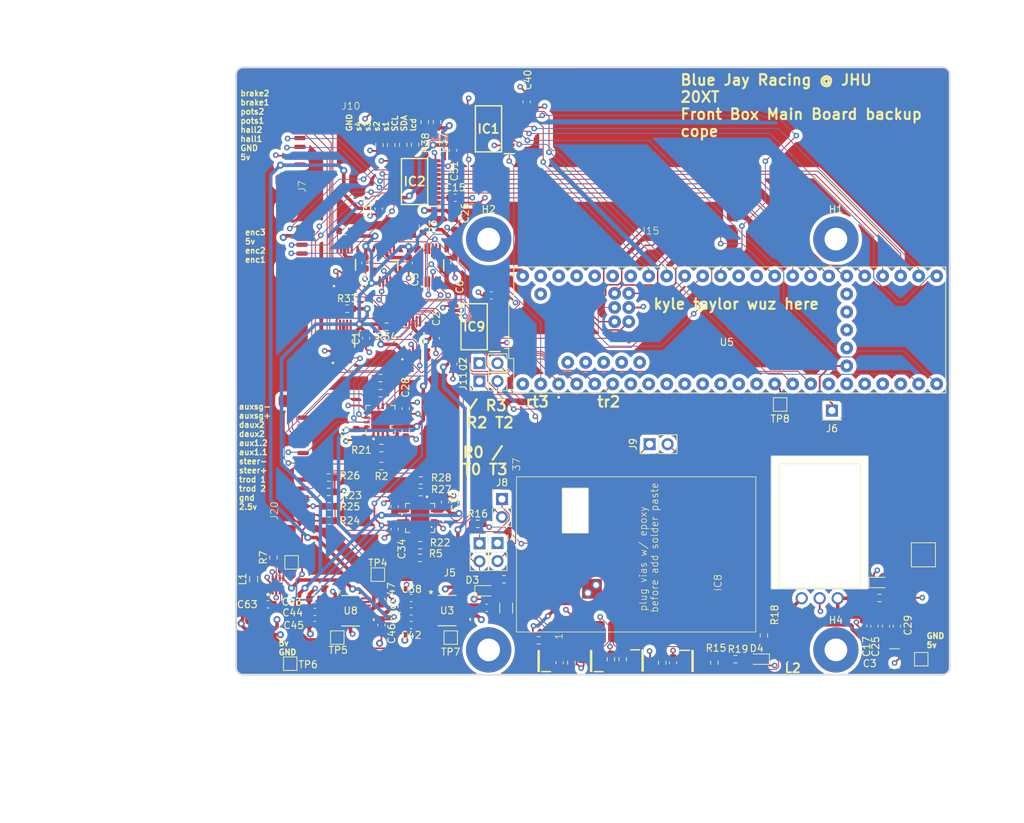
<source format=kicad_pcb>
(kicad_pcb (version 20221018) (generator pcbnew)
  (layers (0 "F.Cu" signal) (1 "In1.Cu" signal) (2 "In2.Cu" signal) (31 "B.Cu" signal) (34 "B.Paste" user) (35 "F.Paste" user) (36 "B.SilkS" user "B.Silkscreen") (37 "F.SilkS" user "F.Silkscreen") (38 "B.Mask" user) (39 "F.Mask" user) (44 "Edge.Cuts" user))
  (net 0 "")
  (net 1 "2.5vsg")
  (net 2 "3v3")
  (net 3 "SCL1")
  (net 4 "5vadc")
  (net 5 "SDA1")
  (net 6 "SCL2")
  (net 7 "5vanalog")
  (net 8 "Net-(U3-BYPASS)")
  (net 9 "Net-(U3-NR)")
  (net 10 "5vin")
  (net 11 "Net-(U8-BYPASS)")
  (net 12 "Net-(U8-NR)")
  (net 13 "AR1")
  (net 17 "Net-(IC2-A1)")
  (net 18 "Net-(IC2-A2)")
  (net 19 "Net-(IC2-A3)")
  (net 20 "Net-(IC2-A4)")
  (net 21 "Net-(IC2-A5)")
  (net 22 "hall1")
  (net 23 "hall2")
  (net 24 "enc1")
  (net 25 "enc2")
  (net 26 "enc3")
  (net 27 "brake2")
  (net 28 "brake1")
  (net 29 "pots2")
  (net 30 "pots1")
  (net 31 "Net-(J20-Pin_1)")
  (net 32 "Net-(J20-Pin_2)")
  (net 33 "aux1.2")
  (net 34 "aux1.1")
  (net 35 "Net-(J20-Pin_7)")
  (net 36 "Net-(J20-Pin_8)")
  (net 37 "Net-(U1-RG2)")
  (net 38 "Net-(U1-RG2__1)")
  (net 39 "Net-(U1-RG1)")
  (net 40 "Net-(U1-RG1__1)")
  (net 41 "AR3")
  (net 44 "SDA2")
  (net 56 "AR2")
  (net 59 "AR4")
  (net 61 "auxsg")
  (net 63 "AR5")
  (net 70 "TXD3")
  (net 71 "steerCol")
  (net 76 "Net-(IC2-A6)")
  (net 77 "Net-(IC2-A7)")
  (net 88 "Td+")
  (net 89 "Td-")
  (net 90 "Rd+")
  (net 91 "Rd-")
  (net 92 "5.2v")
  (net 93 "Net-(IC3-SW)")
  (net 94 "Net-(IC3-{slash}PG)")
  (net 95 "Net-(IC4-E)")
  (net 96 "Net-(IC6-E)")
  (net 97 "Vcc")
  (net 98 "Net-(D2-A)")
  (net 99 "Net-(D3-A)")
  (net 100 "Net-(D4-A)")
  (net 101 "Net-(IC4-B)")
  (net 102 "Net-(IC5-B)")
  (net 103 "Net-(IC5-C)")
  (net 104 "Net-(IC6-B)")
  (net 105 "Net-(IC7-B)")
  (net 106 "Net-(IC7-C)")
  (net 107 "Dout")
  (net 108 "Din")
  (net 140 "Net-(J5-Pin_1)")
  (net 141 "Net-(J5-Pin_2)")
  (net 142 "Net-(PS1-+VIN)")
  (net 143 "5vradio")
  (net 146 "daux2")
  (net 147 "daux1")
  (net 149 "Net-(IC8-DIO9{slash}ON{slash}~{SLEEP})")
  (net 150 "Net-(IC8-DIO6{slash}~{RTS})")
  (net 151 "Net-(J6-Pin_1)")
  (net 152 "tr1-")
  (net 153 "tr2-")
  (net 154 "Net-(U6-RG2)")
  (net 155 "Net-(U6-RG2__1)")
  (net 156 "Net-(U6-RG1)")
  (net 157 "Net-(U6-RG1__1)")
  (net 158 "tieRod1")
  (net 159 "tieRod2")
  (net 160 "tr+")
  (net 161 "SDA")
  (net 162 "SCL")
  (net 163 "SDA5")
  (net 164 "SCL5")
  (net 165 "doutlcd")
  (net 166 "S1")
  (net 167 "S2")
  (net 168 "S3")
  (net 169 "S4")
  (net 170 "S45")
  (net 171 "S35")
  (net 172 "S25")
  (net 173 "S15")
  (net 174 "doutlcd5")
  (net 176 "Net-(IC9-A1)")
  (net 177 "Net-(IC9-A2)")
  (net 178 "Net-(IC9-A3)")
  (net 179 "Net-(IC9-A4)")
  (net 180 "Net-(IC9-A5)")
  (net 181 "Net-(IC9-A6)")
  (net 182 "Net-(IC9-A7)")
  (net 183 "Net-(IC9-A8)")
  (net 184 "Net-(IC1-A1)")
  (net 185 "gndt")
  (net 186 "led")
  (net 188 "r3")
  (net 189 "r2")
  (net 190 "t2")
  (footprint "peripheralio:SMD_picoblade_hori_1x08" (layer "F.Cu") (at 133.9575 64.3285 90)
    (fp_text reference "J7")
    (fp_text value "Conn_01x08")
  )
  (footprint "Resistor_SMD:R_0603_1608Metric" (layer "F.Cu") (at 150.201 107.483 180)
    (fp_text reference "R27")
    (fp_text value "47")
  )
  (footprint "Resistor_SMD:R_0603_1608Metric" (layer "F.Cu") (at 198.628 127.7234 -90)
    (fp_text reference "R18")
    (fp_text value "100k")
  )
  (footprint "mainboxfp:MODULE_DEV-16771" (layer "F.Cu") (at 193.802 84.582)
    (fp_text reference "U5")
    (fp_text value "DEV-16771")
  )
  (footprint "Resistor_SMD:R_0603_1608Metric" (layer "F.Cu") (at 137.224 105.417)
    (fp_text reference "R26")
    (fp_text value "120")
  )
  (footprint "radio_modulefp:SOT96P237X111-3N" (layer "F.Cu") (at 174.244 131.318 180)
    (fp_text reference "IC4" hide)
    (fp_text value "MMBT3906LT1G" hide)
  )
  (footprint "Capacitor_SMD:C_0603_1608Metric" (layer "F.Cu") (at 146.518 112.703 -90)
    (fp_text reference "C34")
    (fp_text value "0.1uF")
  )
  (footprint "Resistor_SMD:R_0603_1608Metric" (layer "F.Cu") (at 150.115 116.754)
    (fp_text reference "R5")
    (fp_text value "47")
  )
  (footprint "Resistor_SMD:R_0603_1608Metric" (layer "F.Cu") (at 144.526 93.513 180)
    (fp_text reference "R1" hide)
    (fp_text value "47")
  )
  (footprint "Resistor_SMD:R_0603_1608Metric" (layer "F.Cu") (at 146.05 58.4708 90)
    (fp_text reference "R30" hide)
    (fp_text value "100k")
  )
  (footprint "Resistor_SMD:R_0603_1608Metric" (layer "F.Cu") (at 144.653 101.26)
    (fp_text reference "R21")
    (fp_text value "47")
  )
  (footprint "Capacitor_SMD:C_0603_1608Metric" (layer "F.Cu") (at 169.799 131.572 -90)
    (fp_text reference "C8" hide)
    (fp_text value "1uF" hide)
  )
  (footprint "mainboxfp:DGS0010A_M" (layer "F.Cu") (at 139.319 86.194001 90)
    (fp_text reference "U2" hide)
    (fp_text value "ADS1115IDGSR")
  )
  (footprint "Resistor_SMD:R_0603_1608Metric" (layer "F.Cu") (at 145.4018 84.1248 180)
    (fp_text reference "R34")
    (fp_text value "4.7k")
  )
  (footprint "peripheralio:SMD_picoblade_hori_1x12" (layer "F.Cu") (at 134.404 113.811 90)
    (fp_text reference "J20")
    (fp_text value "Conn_01x12")
  )
  (footprint "Resistor_SMD:R_0603_1608Metric" (layer "F.Cu") (at 166.849 128.397)
    (fp_text reference "R10" hide)
    (fp_text value "100k")
  )
  (footprint "TestPoint:TestPoint_Pad_1.5x1.5mm" (layer "F.Cu") (at 220.8276 131.064)
    (fp_text reference "TP10" hide)
    (fp_text value "TestPoint")
  )
  (footprint "Capacitor_SMD:C_0603_1608Metric" (layer "F.Cu") (at 153.63 108.88 90)
    (fp_text reference "C35")
    (fp_text value "0.1uF")
  )
  (footprint "Capacitor_SMD:C_0603_1608Metric" (layer "F.Cu") (at 146.518 109.515 90)
    (fp_text reference "C36" hide)
    (fp_text value "0.1uF")
  )
  (footprint "Resistor_SMD:R_0603_1608Metric" (layer "F.Cu") (at 161.9504 119.7864)
    (fp_text reference "R17" hide)
    (fp_text value "68")
  )
  (footprint "Resistor_SMD:R_0603_1608Metric" (layer "F.Cu") (at 137.224 107.449)
    (fp_text reference "R23")
    (fp_text value "120")
  )
  (footprint "LED_SMD:LED_0603_1608Metric" (layer "F.Cu") (at 214.9348 120.2436)
    (fp_text reference "D2" hide)
    (fp_text value "LED")
  )
  (footprint "mainboxfp:DGS0010A_M" (layer "F.Cu") (at 149.113999 85.686001 90)
    (fp_text reference "U7" hide)
    (fp_text value "ADS1115IDGSR")
  )
  (footprint "Resistor_SMD:R_0603_1608Metric" (layer "F.Cu") (at 171.45 131.572 -90)
    (fp_text reference "R8" hide)
    (fp_text value "10k")
  )
  (footprint "Resistor_SMD:R_0603_1608Metric" (layer "F.Cu") (at 150.5204 69.9902 -90)
    (fp_text reference "R3")
    (fp_text value "4.7k")
  )
  (footprint "MountingHole:MountingHole_3.2mm_M3_Pad" (layer "F.Cu") (at 208.788 71.755)
    (fp_text reference "H1")
    (fp_text value "MountingHole")
  )
  (footprint "Capacitor_SMD:C_0603_1608Metric" (layer "F.Cu") (at 165.1508 52.3748 90)
    (fp_text reference "C40")
    (fp_text value "0.1uF")
  )
  (footprint "MountingHole:MountingHole_3.2mm_M3_Pad" (layer "F.Cu") (at 159.788 129.755)
    (fp_text reference "H3" hide)
    (fp_text value "MountingHole" hide)
  )
  (footprint "peripheralio:SMD_picoblade_hori_1x02" (layer "F.Cu") (at 172.18 101.13)
    (fp_text reference "J12" hide)
    (fp_text value "Conn_01x02")
  )
  (footprint "radio_modulefp:xbee sx 900" (layer "F.Cu") (at 197.484 127.224 90)
    (fp_text reference "IC8")
    (fp_text value "XBP9X-DMUS-011")
  )
  (footprint "Resistor_SMD:R_0603_1608Metric" (layer "F.Cu") (at 147.7264 58.4322 90)
    (fp_text reference "R31" hide)
    (fp_text value "100k")
  )
  (footprint "Capacitor_SMD:C_0603_1608Metric" (layer "F.Cu") (at 135.255 122.555 180)
    (fp_text reference "C43")
    (fp_text value "1uF")
  )
  (footprint "Capacitor_SMD:C_0603_1608Metric" (layer "F.Cu") (at 148.844 124.314 180)
    (fp_text reference "C39")
    (fp_text value "0.1uF")
  )
  (footprint "Capacitor_SMD:C_0603_1608Metric" (layer "F.Cu") (at 214.2236 126.4034 90)
    (fp_text reference "C25")
    (fp_text value "0.1uF")
  )
  (footprint "Capacitor_SMD:C_0603_1608Metric" (layer "F.Cu") (at 160.1724 79.7052 180)
    (fp_text reference "C9" hide)
    (fp_text value "0.1uF")
  )
  (footprint "Resistor_SMD:R_0603_1608Metric" (layer "F.Cu") (at 214.948 122.428 180)
    (fp_text reference "R12" hide)
    (fp_text value "68")
  )
  (footprint "Resistor_SMD:R_0603_1608Metric" (layer "F.Cu") (at 144.526 91.3794 180)
    (fp_text reference "R20" hide)
    (fp_text value "47")
  )
  (footprint "Connector_PinHeader_2.54mm:PinHeader_1x02_P2.54mm_Vertical" (layer "F.Cu") (at 182.499 100.711 90)
    (fp_text reference "J9")
    (fp_text value "Conn_01x02")
  )
  (footprint "radio_modulefp:SOT96P237X111-3N" (layer "F.Cu") (at 166.844 131.318 180)
    (fp_text reference "IC5" hide)
    (fp_text value "MMBT3906LT1G" hide)
  )
  (footprint "Capacitor_SMD:C_0603_1608Metric" (layer "F.Cu") (at 148.082 95.685 90)
    (fp_text reference "C28")
    (fp_text value "0.1uF")
  )
  (footprint "Capacitor_SMD:C_0603_1608Metric" (layer "F.Cu") (at 144.653 126.238 -90)
    (fp_text reference "C46")
    (fp_text value "0.1uF")
  )
  (footprint "peripheralio:SMD_picoblade_hori_1x06" (layer "F.Cu") (at 182.5345 71.0925)
    (fp_text reference "J15")
    (fp_text value "Conn_01x06")
  )
  (footprint "Resistor_SMD:R_0603_1608Metric" (layer "F.Cu") (at 178.689 131.064 -90)
    (fp_text reference "R14" hide)
    (fp_text value "10k")
  )
  (footprint "mainboxfp:DGS0010A_M" (layer "F.Cu") (at 139.461999 75.350002 90)
    (fp_text reference "U4" hide)
    (fp_text value "ADS1115IDGSR")
  )
  (footprint "TestPoint:TestPoint_Pad_1.5x1.5mm" (layer "F.Cu") (at 131.7752 131.699)
    (fp_text reference "TP6")
    (fp_text value "TestPoint" hide)
  )
  (footprint "Connector_PinHeader_2.54mm:PinHeader_1x02_P2.54mm_Vertical" (layer "F.Cu") (at 161.671 108.458)
    (fp_text reference "J8")
    (fp_text value "Conn_01x02")
  )
  (footprint "Resistor_SMD:R_0603_1608Metric" (layer "F.Cu") (at 144.653 103.8)
    (fp_text reference "R2")
    (fp_text value "47")
  )
  (footprint "peripheralio:SMD_picoblade_hori_1x08" (layer "F.Cu") (at 140.3447 53.4649)
    (fp_text reference "J10")
    (fp_text value "Conn_01x08")
  )
  (footprint "mainboxfp:MSE_16_ADI" (layer "F.Cu") (at 153.924 124.206)
    (fp_text reference "U3")
    (fp_text value "LT6658AHMSE-2.5-PBF")
  )
  (footprint "LED_SMD:LED_0603_1608Metric" (layer "F.Cu") (at 197.9168 131.064 180)
    (fp_text reference "D4")
    (fp_text value "LED")
  )
  (footprint "Resistor_SMD:R_1206_3216Metric" (layer "F.Cu") (at 162.2552 123.8504 -90)
    (fp_text reference "R11" hide)
    (fp_text value "330")
  )
  (footprint "Resistor_SMD:R_0603_1608Metric" (layer "F.Cu") (at 177.038 131.064 -90)
    (fp_text reference "R9" hide)
    (fp_text value "10k")
  )
  (footprint "Resistor_SMD:R_0603_1608Metric" (layer "F.Cu") (at 150.138 114.976)
    (fp_text reference "R22")
    (fp_text value "47")
  )
  (footprint "Resistor_SMD:R_0603_1608Metric" (layer "F.Cu") (at 149.4028 58.42 90)
    (fp_text reference "R32" hide)
    (fp_text value "100k")
  )
  (footprint "TestPoint:TestPoint_Pad_1.5x1.5mm" (layer "F.Cu") (at 131.9784 117.3988)
    (fp_text reference "TP2" hide)
    (fp_text value "TestPoint")
  )
  (footprint "TestPoint:TestPoint_Pad_1.5x1.5mm" (layer "F.Cu") (at 200.914 95.0976)
    (fp_text reference "TP8")
    (fp_text value "TestPoint")
  )
  (footprint "Capacitor_SMD:C_0603_1608Metric" (layer "F.Cu") (at 144.653 122.555 90)
    (fp_text reference "C47")
    (fp_text value "1uF")
  )
  (footprint "radio_modulefp:SOT96P237X111-3N" (layer "F.Cu") (at 181.517 131.252)
    (fp_text reference "IC6" hide)
    (fp_text value "MMBT3906LT1G" hide)
  )
  (footprint "Capacitor_SMD:C_0603_1608Metric" (layer "F.Cu") (at 135.255 124.388996 180)
    (fp_text reference "C44")
    (fp_text value "0.1uF")
  )
  (footprint "mainboxfp:QFN65P400X400X80-17N" (layer "F.Cu") (at 150.114 111.125 -90)
    (fp_text reference "U6" hide)
    (fp_text value "AD8222ACPZ-R7")
  )
  (footprint "Capacitor_SMD:C_0603_1608Metric" (layer "F.Cu") (at 154.7368 59.2328 -90)
    (fp_text reference "C51")
    (fp_text value "0.1uF")
  )
  (footprint "Capacitor_SMD:C_0603_1608Metric" (layer "F.Cu") (at 154.94 75.1332 90)
    (fp_text reference "C6")
    (fp_text value "0.1uF")
  )
  (footprint "Capacitor_SMD:C_0603_1608Metric" (layer "F.Cu") (at 217.3894 126.4034 90)
    (fp_text reference "C29")
    (fp_text value "47pF")
  )
  (footprint "Capacitor_SMD:C_0603_1608Metric" (layer "F.Cu") (at 148.082 98.847 -90)
    (fp_text reference "C32" hide)
    (fp_text value "0.1uF")
  )
  (footprint "Connector_PinHeader_2.54mm:PinHeader_1x02_P2.54mm_Vertical" (layer "F.Cu") (at 158.491 91.821 90)
    (fp_text reference "J11")
    (fp_text value "Conn_01x02")
  )
  (footprint "TestPoint:TestPoint_Pad_3.0x3.0mm" (layer "F.Cu") (at 221.1324 116.332)
    (fp_text reference "TP9" hide)
    (fp_text value "TestPoint")
  )
  (footprint "mainboxfp:SOP65P640X120-20N" (layer "F.Cu") (at 157.734 84.1248 180)
    (fp_text reference "IC9")
    (fp_text value "TXB0108PWR" hide)
  )
  (footprint "Capacitor_SMD:C_0603_1608Metric" (layer "F.Cu") (at 215.8492 126.4034 90)
    (fp_text reference "C27" hide)
    (fp_text value "47pF")
  )
  (footprint "peripheralio:SMD_picoblade_hori_1x02" (layer "F.Cu") (at 129.6649 131.9067 90)
    (fp_text reference "J21" hide)
    (fp_text value "Conn_01x02" hide)
  )
  (footprint "Capacitor_SMD:C_0603_1608Metric" (layer "F.Cu") (at 128.651 123.317)
    (fp_text reference "C63")
    (fp_text value "4.7uF")
  )
  (footprint "radio_modulefp:R78B5015L" (layer "F.Cu") (at 206.502 113.665 180)
    (fp_text reference "PS1" hide)
    (fp_text value "R-78B3.3-1.5L" hide)
  )
  (footprint "Capacitor_SMD:C_0603_1608Metric" (layer "F.Cu") (at 148.844 126.238 180)
    (fp_text reference "C42")
    (fp_text value "1uF")
  )
  (footprint "mainboxfp:DGS0010A_M" (layer "F.Cu") (at 151.892 75.438 90)
    (fp_text reference "U10" hide)
    (fp_text value "ADS1115IDGSR")
  )
  (footprint "Resistor_SMD:R_0603_1608Metric" (layer "F.Cu") (at 152.5016 55.2196 -90)
    (fp_text reference "R37")
    (fp_text value "4.7k")
  )
  (footprint "Capacitor_SMD:C_0603_1608Metric" (layer "F.Cu") (at 141.097 99.355 -90)
    (fp_text reference "C30")
    (fp_text value "0.1uF")
  )
  (footprint "Capacitor_SMD:C_0603_1608Metric" (layer "F.Cu") (at 159.512 123.825)
    (fp_text reference "C41" hide)
    (fp_text value "0.1uF")
  )
  (footprint "radio_modulefp:RLS397" (layer "F.Cu") (at 202.2348 128.4732 90)
    (fp_text reference "L2")
    (fp_text value "3.9uH" hide)
  )
  (footprint "Capacitor_SMD:C_0603_1608Metric" (layer "F.Cu") (at 144.272 67.4754 -90)
    (fp_text reference "C37")
    (fp_text value "0.1uF")
  )
  (footprint "Resistor_SMD:R_0603_1608Metric" (layer "F.Cu") (at 150.202 105.832 180)
    (fp_text reference "R28")
    (fp_text value "47")
  )
  (footprint "Connector_PinHeader_2.54mm:PinHeader_1x01_P2.54mm_Vertical" (layer "F.Cu") (at 208.2292 95.9612)
    (fp_text reference "J6")
    (fp_text value "Conn_01x01")
  )
  (footprint "LED_SMD:LED_0603_1608Metric" (layer "F.Cu") (at 159.3088 121.412)
    (fp_text reference "D3")
    (fp_text value "LED")
  )
  (footprint "Resistor_SMD:R_0603_1608Metric" (layer "F.Cu") (at 137.287 109.481 180)
    (fp_text reference "R25")
    (fp_text value "120")
  )
  (footprint "Connector_PinHeader_2.54mm:PinHeader_1x02_P2.54mm_Vertical" (layer "F.Cu") (at 158.491 89.281 90)
    (fp_text reference "J2")
    (fp_text value "Conn_01x02")
  )
  (footprint "TestPoint:TestPoint_Pad_1.5x1.5mm" (layer "F.Cu") (at 144.145 119.126)
    (fp_text reference "TP4")
    (fp_text value "TestPoint")
  )
  (footprint "Resistor_SMD:R_0603_1608Metric" (layer "F.Cu") (at 194.6148 131.064 180)
    (fp_text reference "R19")
    (fp_text value "2.7k")
  )
  (footprint "mainboxfp:SON50P200X200X60-9N-D" (layer "F.Cu") (at 130.06 120.584 90)
    (fp_text reference "IC3" hide)
    (fp_text value "MIC2876-5.5YMT-TR" hide)
  )
  (footprint "Connector_PinHeader_2.54mm:PinHeader_1x02_P2.54mm_Vertical" (layer "F.Cu") (at 161.036 114.676)
    (fp_text reference "J4")
    (fp_text value "Conn_01x02")
  )
  (footprint "Resistor_SMD:R_0603_1608Metric" (layer "F.Cu") (at 129.413 116.713 90)
    (fp_text reference "R7")
    (fp_text value "1M")
  )
  (footprint "MountingHole:MountingHole_3.2mm_M3_Pad" (layer "F.Cu") (at 159.788 71.755)
    (fp_text reference "H2")
    (fp_text value "MountingHole")
  )
  (footprint "Capacitor_SMD:C_1210_3225Metric" (layer "F.Cu") (at 217.0684 130.9624)
    (fp_text reference "C3")
    (fp_text value "10uF 100VDC")
  )
  (footprint "radio_modulefp:SOT96P237X111-3N" (layer "F.Cu") (at 188.561 131.318)
    (fp_text reference "IC7" hide)
    (fp_text value "MMBT3906LT1G" hide)
  )
  (footprint "Resistor_SMD:R_0603_1608Metric" (layer "F.Cu") (at 144.3736 58.4708 90)
    (fp_text reference "R29" hide)
    (fp_text value "100k")
  )
  (footprint "Resistor_SMD:R_0603_1608Metric" (layer "F.Cu") (at 191.643 131.572 90)
    (fp_text reference "R15")
    (fp_text value "100k")
  )
  (footprint "Resistor_SMD:R_0603_1608Metric" (layer "F.Cu") (at 139.8402 81.5848)
    (fp_text reference "R33")
    (fp_text value "4.7k")
  )
  (footprint "peripheralio:SMD_picoblade_hori_1x04" (layer "F.Cu") (at 134.241 76.891 90)
    (fp_text reference "J1" hide)
    (fp_text value "Conn_01x04")
  )
  (footprint "Capacitor_SMD:C_0603_1608Metric" (layer "F.Cu") (at 142.494 85.7504 90)
    (fp_text reference "C1")
    (fp_text value "0.1uF")
  )
  (footprint "Capacitor_SMD:C_0603_1608Metric" (layer "F.Cu") (at 148.844 122.428 180)
    (fp_text reference "C38")
    (fp_text value "1uF")
  )
  (footprint "Capacitor_SMD:C_0603_1608Metric" (layer "F.Cu") (at 152.2984 85.7504 90)
    (fp_text reference "C2")
    (fp_text value "0.1uF")
  )
  (footprint "Capacitor_SMD:C_0603_1608Metric" (layer "F.Cu") (at 154.7876 89.395 -90)
    (fp_text reference "C7")
    (fp_text value "0.1uF")
  )
  (footprint "mainboxfp:QFN65P400X400X80-17N" (layer "F.Cu") (at 144.526 97.282 90)
    (fp_text reference "U1" hide)
    (fp_text value "AD8222ACPZ-R7")
  )
  (footprint "Capacitor_SMD:C_0603_1608Metric" (layer "F.Cu") (at 142.3924 75.1332 90)
    (fp_text reference "C4")
    (fp_text value "0.1uF")
  )
  (footprint "mainboxfp:SOP65P640X120-20N" (layer "F.Cu") (at 159.766 56.1848 180)
    (fp_text reference "IC1")
    (fp_text value "TXB0108PWR" hide)
  )
  (footprint "Capacitor_SMD:C_0603_1608Metric" (layer "F.Cu") (at 135.255 126.238 180)
    (fp_text reference "C45")
    (fp_text value "1uF")
  )
  (footprint "Capacitor_SMD:C_0603_1608Metric" (layer "F.Cu") (at 185.801 131.572 90)
    (fp_text reference "C10" hide)
    (fp_text value "1uF")
  )
  (footprint "Resistor_SMD:R_0603_1608Metric" (layer "F.Cu") (at 150.7744 55.2196 -90)
    (fp_text reference "R38")
    (fp_text value "4.7k")
  )
  (footprint "Capacitor_SMD:C_0603_1608Metric" (layer "F.Cu") (at 148.4884 75.1332 90)
    (fp_text reference "C5")
    (fp_text value "0.1uF")
  )
  (footprint "Capacitor_SMD:C_0603_1608Metric" (layer "F.Cu") (at 155.067 65.913)
    (fp_text reference "C15")
    (fp_text value "0.1uF")
  )
  (footprint "mainboxfp:SOP65P640X120-20N" (layer "F.Cu") (at 149.335 63.623 180)
    (fp_text reference "IC2")
    (fp_text value "TXB0108PWR" hide)
  )
  (footprint "Inductor_SMD:L_0805_2012Metric" (layer "F.Cu") (at 126.619 119.761 90)
    (fp_text reference "L1")
    (fp_text value "1uH")
  )
  (footprint "Resistor_SMD:R_0603_1608Metric" (layer "F.Cu") (at 184.277 131.572 90)
    (fp_text reference "R13" hide)
    (fp_text value "10k")
  )
  (footprint "Resistor_SMD:R_0603_1608Metric" (layer "F.Cu") (at 158.242 111.9632)
    (fp_text reference "R16")
    (fp_text value "68")
  )
  (footprint "Connector_PinHeader_2.54mm:PinHeader_1x02_P2.54mm_Vertical" (layer "F.Cu") (at 158.498 114.709)
    (fp_text reference "J5")
    (fp_text value "Conn_01x02")
  )
  (footprint "peripheralio:SMD_picoblade_hori_1x02" (layer "F.Cu") (at 218.4675 119.2993 -90)
    (fp_text reference "J3" hide)
    (fp_text value "Conn_01x02" hide)
  )
  (footprint "TestPoint:TestPoint_Pad_1.5x1.5mm" (layer "F.Cu") (at 138.43 128.016)
    (fp_text reference "TP5")
    (fp_text value "TestPoint")
  )
  (footprint "peripheralio:SMD_picoblade_hori_1x02" (layer "F.Cu") (at 163.58 101.094)
    (fp_text reference "J13" hide)
    (fp_text value "Conn_01x02")
  )
  (footprint "Capacitor_SMD:C_0603_1608Metric" (layer "F.Cu") (at 212.6488 126.3526 90)
    (fp_text reference "C17")
    (fp_text value "10uF")
  )
  (footprint "Resistor_SMD:R_0603_1608Metric" (layer "F.Cu") (at 139.509 70.612 180)
    (fp_text reference "R36" hide)
    (fp_text value "4.7k")
  )
  (footprint "mainboxfp:MSE_16_ADI" (layer "F.Cu") (at 140.3096 124.233998)
    (fp_text reference "U8")
    (fp_text value "LT6658AHMSE-5-PBF")
  )
  (footprint "Capacitor_SMD:C_0603_1608Metric" (layer "F.Cu") (at 154.9908 69.6468 -90)
    (fp_text reference "C26")
    (fp_text value "0.1uF")
  )
  (footprint "Resistor_SMD:R_0603_1608Metric" (layer "F.Cu") (at 137.287 111.513)
    (fp_text reference "R24")
    (fp_text value "120")
  )
  (footprint "mainboxfp:DGS0010A_M" (layer "F.Cu") (at 145.415 75.399001 90)
    (fp_text reference "U9" hide)
    (fp_text value "ADS1115IDGSR")
  )
  (footprint "TestPoint:TestPoint_Pad_1.5x1.5mm" (layer "F.Cu") (at 154.432 128.016)
    (fp_text reference "TP7")
    (fp_text value "TestPoint")
  )
  (footprint "MountingHole:MountingHole_3.2mm_M3_Pad" (layer "F.Cu") (at 208.788 129.755)
    (fp_text reference "H4")
    (fp_text value "MountingHole")
  )
  (gr_arc (start 224.8408 132.239093) (mid 224.547942 132.946171) (end 223.840893 133.239093) (stroke (width 0.25)) (layer "Edge.Cuts"))
  (gr_arc (start 124.1552 48.513841) (mid 124.448023 47.806764) (end 125.155041 47.513841) (stroke (width 0.25)) (layer "Edge.Cuts"))
  (gr_line (start 224.8408 132.239093) (end 224.8408 48.498159) (stroke (width 0.25)) (layer "Edge.Cuts"))
  (gr_rect (start 199.644 102.362) (end 213.36 121.158) (stroke (width 0.1)) (fill none) (layer "Edge.Cuts"))
  (gr_line (start 124.1552 48.513841) (end 124.1552 132.248307) (stroke (width 0.25)) (layer "Edge.Cuts"))
  (gr_line (start 223.840641 47.498159) (end 125.155041 47.513841) (stroke (width 0.25)) (layer "Edge.Cuts"))
  (gr_arc (start 223.840641 47.498159) (mid 224.547851 47.790996) (end 224.8408 48.498159) (stroke (width 0.25)) (layer "Edge.Cuts"))
  (gr_line (start 125.155293 133.248307) (end 223.840893 133.239093) (stroke (width 0.25)) (layer "Edge.Cuts"))
  (gr_arc (start 125.155293 133.248307) (mid 124.448126 132.955447) (end 124.1552 132.248307) (stroke (width 0.25)) (layer "Edge.Cuts"))
  (gr_text "rt3      tr2" (at 164.846 95.6056) (layer "F.SilkS") (effects (font (size 1.5 1.5) (thickness 0.3) bold) (justify left bottom)))
  (gr_text "enc3\n5v\nenc2\nenc1" (at 125.3236 75.1332) (layer "F.SilkS") (effects (font (size 0.8 0.8) (thickness 0.175) bold) (justify left bottom)))
  (gr_text "Blue Jay Racing @ JHU\n20XT\nFront Box Main Board backup\ncope" (at 186.69 57.404) (layer "F.SilkS") (effects (font (size 1.5 1.5) (thickness 0.3) bold) (justify left bottom)))
  (gr_text "brake2\nbrake1\npots2\npots1\nhall2\nhall1\nGND\n5v" (at 124.6632 60.6552) (layer "F.SilkS") (effects (font (size 0.8 0.8) (thickness 0.175) bold) (justify left bottom)))
  (gr_text "5v\nGND" (at 130.048 130.556) (layer "F.SilkS") (effects (font (size 0.8 0.8) (thickness 0.2) bold) (justify left bottom)))
  (gr_text "." (at 146.9136 124.6632) (layer "F.SilkS") (effects (font (size 1 1)) (justify left bottom)))
  (gr_text "kyle taylor wuz here" (at 182.88 81.788) (layer "F.SilkS") (effects (font (size 1.5 1.5) (thickness 0.3) bold) (justify left bottom)))
  (gr_text "/ R3\nR2 T2" (at 156.464 98.552) (layer "F.SilkS") (effects (font (size 1.5 1.5) (thickness 0.3) bold) (justify left bottom)))
  (gr_text "GND\n5v" (at 221.488 129.54) (layer "F.SilkS") (effects (font (size 0.8 0.8) (thickness 0.2) bold) (justify left bottom)))
  (gr_text "." (at 147.7372 110.9628 90) (layer "F.SilkS") (effects (font (size 1 1)) (justify left bottom)))
  (gr_text "auxsg-\nauxsg+\ndaux2\ndaux2\naux1.2\naux1.1\nsteer-\nsteer+\ntrod 1\ntrod 2\ngnd\n2.5v" (at 124.46 110.0328) (layer "F.SilkS") (effects (font (size 0.8 0.8) (thickness 0.175) bold) (justify left bottom)))
  (gr_text "." (at 151.9028 112.7408 90) (layer "F.SilkS") (effects (font (size 1 1)) (justify left bottom)))
  (gr_text "GND\ns4\ns3\ns2\ns1\nSCL\nSDA\nlcd" (at 149.606 56.642 90) (layer "F.SilkS") (effects (font (size 0.8 0.8) (thickness 0.175) bold) (justify left bottom)))
  (gr_text "R0 /\nT0 T3" (at 155.956 105.156) (layer "F.SilkS") (effects (font (size 1.5 1.5) (thickness 0.3) bold) (justify left bottom)))
  (segment (start 154.9645 124.831701) (end 154.9645 125.8434) (width 0.25) (layer "F.Cu") (net 1))
  (segment (start 149.8092 96.4184) (end 148.1236 96.4184) (width 0.25) (layer "F.Cu") (net 1))
  (segment (start 132.461 127.635) (end 134.366 129.54) (width 0.25) (layer "F.Cu") (net 1))
  (segment (start 135.66 110.711) (end 136.462 111.513) (width 0.25) (layer "F.Cu") (net 1))
  (segment (start 151.457599 126.238) (end 151.7396 125.955999) (width 0.25) (layer "F.Cu") (net 1))
  (segment (start 154.9645 125.8434) (end 154.432 126.3759) (width 0.25) (layer "F.Cu") (net 1))
  (segment (start 155.340201 124.456) (end 154.9645 124.831701) (width 0.25) (layer "F.Cu") (net 1))
  (segment (start 133.4516 112.9284) (end 134.867 111.513) (width 0.25) (layer "F.Cu") (net 1))
  (segment (start 148.336 129.54) (end 149.619 128.257) (width 0.25) (layer "F.Cu") (net 1))
  (segment (start 154.432 126.3759) (end 154.432 128.016) (width 0.25) (layer "F.Cu") (net 1))
  (segment (start 149.619 126.238) (end 151.457599 126.238) (width 0.25) (layer "F.Cu") (net 1))
  (segment (start 146.471 96.957) (end 147.585 96.957) (width 0.25) (layer "F.Cu") (net 1))
  (segment (start 134.366 129.54) (end 148.336 129.54) (width 0.25) (layer "F.Cu") (net 1))
  (segment (start 151.7396 125.955999) (end 151.7396 125.456) (width 0.25) (layer "F.Cu") (net 1))
  (segment (start 148.169 110.8) (end 148.169 111.45) (width 0.25) (layer "F.Cu") (net 1))
  (segment (start 147.585 96.957) (end 148.082 96.46) (width 0.25) (layer "F.Cu") (net 1))
  (segment (start 144.6784 112.1664) (end 146.2796 112.1664) (width 0.25) (layer "F.Cu") (net 1))
  (segment (start 134.867 111.513) (end 136.462 111.513) (width 0.25) (layer "F.Cu") (net 1))
  (segment (start 132.461 122.936) (end 132.461 127.635) (width 0.25) (layer "F.Cu") (net 1))
  (segment (start 154.9645 125.8434) (end 154.851901 125.955999) (width 0.25) (layer "F.Cu") (net 1))
  (segment (start 146.996 111.45) (end 146.518 111.928) (width 0.25) (layer "F.Cu") (net 1))
  (segment (start 146.471 97.607) (end 146.471 96.957) (width 0.25) (layer "F.Cu") (net 1))
  (segment (start 156.1084 123.956) (end 156.1084 124.456) (width 0.25) (layer "F.Cu") (net 1))
  (segment (start 149.619 128.257) (end 149.619 126.238) (width 0.25) (layer "F.Cu") (net 1))
  (segment (start 132.207 122.682) (end 132.461 122.936) (width 0.25) (layer "F.Cu") (net 1))
  (segment (start 133.4516 119.0752) (end 133.4516 112.9284) (width 0.25) (layer "F.Cu") (net 1))
  (segment (start 156.1084 124.456) (end 155.340201 124.456) (width 0.25) (layer "F.Cu") (net 1))
  (segment (start 144.6784 112.1664) (end 143.6624 111.1504) (width 0.25) (layer "F.Cu") (net 1))
  (segment (start 154.851901 125.955999) (end 151.7396 125.955999) (width 0.25) (layer "F.Cu") (net 1))
  (segment (start 133.604 110.711) (end 135.66 110.711) (width 0.25) (layer "F.Cu") (net 1))
  (segment (start 143.6624 111.1504) (end 143.6624 109.0676) (width 0.25) (layer "F.Cu") (net 1))
  (segment (start 148.169 111.45) (end 146.996 111.45) (width 0.25) (layer "F.Cu") (net 1))
  (via (at 149.8092 96.4184) (size 0.8) (drill 0.4) (layers "F.Cu" "B.Cu") (net 1))
  (via (at 144.6784 112.1664) (size 0.8) (drill 0.4) (layers "F.Cu" "B.Cu") (net 1))
  (via (at 143.6624 109.0676) (size 0.8) (drill 0.4) (layers "F.Cu" "B.Cu") (net 1))
  (via (at 132.207 122.682) (size 0.8) (drill 0.4) (layers "F.Cu" "B.Cu") (net 1))
  (via (at 133.4516 119.0752) (size 0.8) (drill 0.4) (layers "F.Cu" "B.Cu") (net 1))
  (segment (start 132.668 122.221) (end 132.207 122.682) (width 0.25) (layer "B.Cu") (net 1))
  (segment (start 133.4516 119.0752) (end 132.668 119.8588) (width 0.25) (layer "B.Cu") (net 1))
  (segment (start 134.581054 122.682) (end 144.6784 112.584654) (width 0.25) (layer "B.Cu") (net 1))
  (segment (start 144.6784 112.584654) (end 144.6784 112.1664) (width 0.25) (layer "B.Cu") (net 1))
  (segment (start 132.207 122.682) (end 134.581054 122.682) (width 0.25) (layer "B.Cu") (net 1))
  (segment (start 143.6624 109.0676) (end 150.3718 102.3582) (width 0.25) (layer "B.Cu") (net 1))
  (segment (start 150.3718 96.981) (end 149.8092 96.4184) (width 0.25) (layer "B.Cu") (net 1))
  (segment (start 132.668 119.8588) (end 132.668 122.221) (width 0.25) (layer "B.Cu") (net 1))
  (segment (start 150.3718 102.3582) (end 150.3718 96.981) (width 0.25) (layer "B.Cu") (net 1))
  (segment (start 162.317 86.3998) (end 162.3568 86.36) (width 0.25) (layer "F.Cu") (net 2))
  (segment (start 154.292 65.913) (end 154.982 66.603) (width 0.25) (layer "F.Cu") (net 2))
  (segment (start 162.56 79.7052) (end 163.576 80.7212) (width 0.25) (layer "F.Cu") (net 2))
  (segment (start 160.672 86.3998) (end 162.317 86.3998) (width 0.25) (layer "F.Cu") (net 2))
  (segment (start 200.914 95.0976) (end 200.914 92.964) (width 0.25) (layer "F.Cu") (net 2))
  (segment (start 162.704 53.2598) (end 165.0408 53.2598) (width 0.25) (layer "F.Cu") (net 2))
  (segment (start 152.146 59.5376) (end 152.273 59.6646) (width 0.25) (layer "F.Cu") (net 2))
  (segment (start 167.6908 52.9844) (end 167.5254 53.1498) (width 0.25) (layer "F.Cu") (net 2))
  (segment (start 160.9474 79.7052) (end 162.56 79.7052) (width 0.25) (layer "F.Cu") (net 2))
  (segment (start 200.914 92.964) (end 200.152 92.202) (width 0.25) (layer "F.Cu") (net 2))
  (segment (start 167.5254 53.1498) (end 165.1508 53.1498) (width 0.25) (layer "F.Cu") (net 2))
  (segment (start 154.292 65.913) (end 152.288 65.913) (width 0.25) (layer "F.Cu") (net 2))
  (segment (start 158.568 66.603) (end 159.258 65.913) (width 0.25) (layer "F.Cu") (net 2))
  (segment (start 160.5788 58.5216) (end 162.6422 58.5216) (width 0.25) (layer "F.Cu") (net 2))
  (segment (start 160.672 81.1998) (end 160.672 79.9806) (width 0.25) (layer "F.Cu") (net 2))
  (segment (start 154.982 66.603) (end 158.568 66.603) (width 0.25) (layer "F.Cu") (net 2))
  (segment (start 152.273 59.6646) (end 152.273 60.698) (width 0.25) (layer "F.Cu") (net 2))
  (via (at 152.146 59.5376) (size 0.8) (drill 0.4) (layers "F.Cu" "B.Cu") (net 2))
  (via (at 159.258 65.913) (size 0.8) (drill 0.4) (layers "F.Cu" "B.Cu") (net 2))
  (via (at 162.3568 86.36) (size 0.8) (drill 0.4) (layers "F.Cu" "B.Cu") (net 2))
  (via (at 163.576 80.7212) (size 0.8) (drill 0.4) (layers "F.Cu" "B.Cu") (net 2))
  (via (at 160.5788 58.5216) (size 0.8) (drill 0.4) (layers "F.Cu" "B.Cu") (net 2))
  (via (at 167.6908 52.9844) (size 0.8) (drill 0.4) (layers "F.Cu" "B.Cu") (net 2))
  (segment (start 138.318999 83.868999) (end 138.318999 82.281001) (width 0.127) (layer "F.Cu") (net 3))
  (segment (start 148.113998 82.758999) (end 148.830997 82.042) (width 0.127) (layer "F.Cu") (net 3))
  (segment (start 148.830997 82.042) (end 151.5872 82.042) (width 0.127) (layer "F.Cu") (net 3))
  (segment (start 138.318999 83.266999) (end 138.645499 82.940499) (width 0.127) (layer "F.Cu") (net 3))
  (segment (start 151.5872 82.042) (end 153.995 84.4498) (width 0.127) (layer "F.Cu") (net 3))
  (segment (start 147.693498 82.940499) (end 148.113998 83.360999) (width 0.127) (layer "F.Cu") (net 3))
  (segment (start 138.645499 82.940499) (end 147.693498 82.940499) (width 0.127) (layer "F.Cu") (net 3))
  (segment (start 138.318999 82.281001) (end 139.0152 81.5848) (width 0.127) (layer "F.Cu") (net 3))
  (segment (start 153.995 84.4498) (end 154.796 84.4498) (width 0.127) (layer "F.Cu") (net 3))
  (segment (start 139.820199 74.3582) (end 142.3924 74.3582) (width 0.5) (layer "F.Cu") (net 4))
  (segment (start 152.5016 56.0446) (end 153.9118 56.0446) (width 0.5) (layer "F.Cu") (net 4))
  (segment (start 135.558 128.348) (end 136.03 127.876) (width 0.5) (layer "F.Cu") (net 4))
  (segment (start 149.762941 84.942141) (end 149.113999 84.293199) (width 0.5) (layer "F.Cu") (net 4))
  (segment (start 149.762941 84.942141) (end 152.265141 84.942141) (width 0.5) (layer "F.Cu") (net 4))
  (segment (start 154.465 110.49) (end 153.63 109.655) (width 0.5) (layer "F.Cu") (net 4))
  (segment (start 150.9268 86.2076) (end 151.0662 86.2076) (width 0.5) (layer "F.Cu") (net 4))
  (segment (start 150.7744 56.0446) (end 152.5016 56.0446) (width 0.5) (layer "F.Cu") (net 4))
  (segment (start 139.319 84.709) (end 139.319 83.868999) (width 0.5) (layer "F.Cu") (net 4))
  (segment (start 150.8008 69.1652) (end 152.0444 70.4088) (width 0.5) (layer "F.Cu") (net 4))
  (segment (start 151.892 73.112998) (end 151.892 74.087998) (width 0.5) (layer "F.Cu") (net 4))
  (segment (start 145.724201 74.3582) (end 145.415 74.048999) (width 0.5) (layer "F.Cu") (net 4))
  (segment (start 144.6784 110.744) (end 146.064 110.744) (width 0.5) (layer "F.Cu") (net 4))
  (segment (start 144.2212 83.7692) (end 144.5768 84.1248) (width 0.5) (layer "F.Cu") (net 4))
  (segment (start 143.764 71.3232) (end 141.0452 71.3232) (width 0.5) (layer "F.Cu") (net 4))
  (segment (start 149.6568 98.1964) (end 150.5712 97.282) (width 0.5) (layer "F.Cu") (net 4))
  (segment (start 149.113999 84.293199) (end 149.113999 83.360999) (width 0.5) (layer "F.Cu") (net 4))
  (segment (start 138.43 126.288797) (end 138.43 128.016) (width 0.25) (layer "F.Cu") (net 4))
  (segment (start 137.871197 126.238) (end 138.1252 125.983997) (width 0.5) (layer "F.Cu") (net 4))
  (segment (start 140.872801 84.983999) (end 139.593999 84.983999) (width 0.5) (layer "F.Cu") (net 4))
  (segment (start 133.858 121.031) (end 133.09 121.799) (width 0.5) (layer "F.Cu") (net 4))
  (segment (start 143.256 77.978) (end 144.160999 77.978) (width 0.5) (layer "F.Cu") (net 4))
  (segment (start 141.5288 83.7692) (end 141.5288 84.328) (width 0.5) (layer "F.Cu") (net 4))
  (segment (start 145.415 74.048999) (end 145.415 73.073999) (width 0.5) (layer "F.Cu") (net 4))
  (segment (start 153.135 110.15) (end 153.63 109.655) (width 0.5) (layer "F.Cu") (net 4))
  (segment (start 144.5768 86.614) (end 146.716998 86.614) (width 0.5) (layer "F.Cu") (net 4))
  (segment (start 138.1252 125.983997) (end 138.1252 125.483998) (width 0.25) (layer "F.Cu") (net 4))
  (segment (start 136.03 127.876) (end 136.03 126.238) (width 0.5) (layer "F.Cu") (net 4))
  (segment (start 133.09 127.20697) (end 134.23103 128.348) (width 0.5) (layer "F.Cu") (net 4))
  (segment (start 141.0452 71.3232) (end 140.334 70.612) (width 0.5) (layer "F.Cu") (net 4))
  (segment (start 150.5712 97.282) (end 150.5712 92.5068) (width 0.5) (layer "F.Cu") (net 4))
  (segment (start 142.4432 72.7495) (end 142.4432 74.3074) (width 0.5) (layer "F.Cu") (net 4))
  (segment (start 153.9118 56.0446) (end 154.2288 55.7276) (width 0.5) (layer "F.Cu") (net 4))
  (segment (start 146.471 98.257) (end 147.897 98.257) (width 0.5) (layer "F.Cu") (net 4))
  (segment (start 141.097 98.58) (end 142.258 98.58) (width 0.5) (layer "F.Cu") (net 4))
  (segment (start 133.09 121.799) (end 133.09 127.20697) (width 0.5) (layer "F.Cu") (net 4))
  (segment (start 148.4884 72.798499) (end 148.4884 74.3582) (width 0.5) (layer "F.Cu") (net 4))
  (segment (start 151.892 74.087998) (end 152.162202 74.3582) (width 0.5) (layer "F.Cu") (net 4))
  (segment (start 140.6652 81.5848) (end 142.6464 81.5848) (width 0.5) (layer "F.Cu") (net 4))
  (segment (start 144.160999 77.978) (end 144.414999 77.724) (width 0.5) (layer "F.Cu") (net 4))
  (segment (start 139.461999 74) (end 139.820199 74.3582) (width 0.5) (layer "F.Cu") (net 4))
  (segment (start 151.0662 86.2076) (end 152.2984 84.9754) (width 0.5) (layer "F.Cu") (net 4))
  (segment (start 141.5288 84.0102) (end 142.494 84.9754) (width 0.5) (layer "F.Cu") (net 4))
  (segment (start 149.6568 98.1964) (end 148.2064 98.1964) (width 0.5) (layer "F.Cu") (net 4))
  (segment (start 141.5288 83.7692) (end 144.2212 83.7692) (width 0.5) (layer "F.Cu") (net 4))
  (segment (start 155.6004 110.49) (end 154.465 110.49) (width 0.5) (layer "F.Cu") (net 4))
  (segment (start 141.5288 83.7692) (end 141.5288 84.0102) (width 0.5) (layer "F.Cu") (net 4))
  (segment (start 139.6492 98.7552) (end 140.9218 98.7552) (width 0.5) (layer "F.Cu") (net 4))
  (segment (start 152.059 110.15) (end 153.135 110.15) (width 0.5) (layer "F.Cu") (net 4))
  (segment (start 142.258 98.58) (end 142.581 98.257) (width 0.5) (layer "F.Cu") (net 4))
  (segment (start 136.03 126.238) (end 137.871197 126.238) (width 0.5) (layer "F.Cu") (net 4))
  (segment (start 141.5288 84.328) (end 140.872801 84.983999) (width 0.5) (layer "F.Cu") (net 4))
  (segment (start 148.169 110.15) (end 146.658 110.15) (width 0.5) (layer "F.Cu") (net 4))
  (segment (start 146.716998 86.614) (end 148.113998 88.011) (width 0.5) (layer "F.Cu") (net 4))
  (segment (start 138.1252 125.983997) (end 138.43 126.288797) (width 0.25) (layer "F.Cu") (net 4))
  (segment (start 152.162202 74.3582) (end 154.94 74.3582) (width 0.5) (layer "F.Cu") (net 4))
  (segment (start 152.0444 70.4088) (end 153.162 70.4088) (width 0.5) (layer "F.Cu") (net 4))
  (segment (start 139.461999 73.025) (end 139.461999 74) (width 0.5) (layer "F.Cu") (net 4))
  (segment (start 146.064 110.744) (end 146.518 110.29) (width 0.5) (layer "F.Cu") (net 4))
  (segment (start 154.94 72.1868) (end 154.94 74.3582) (width 0.5) (layer "F.Cu") (net 4))
  (segment (start 139.593999 84.983999) (end 139.319 84.709) (width 0.5) (layer "F.Cu") (net 4))
  (segment (start 153.162 70.4088) (end 154.94 72.1868) (width 0.5) (layer "F.Cu") (net 4))
  (segment (start 134.23103 128.348) (end 135.558 128.348) (width 0.5) (layer "F.Cu") (net 4))
  (segment (start 150.5204 69.1652) (end 150.8008 69.1652) (width 0.5) (layer "F.Cu") (net 4))
  (segment (start 148.4884 74.3582) (end 145.724201 74.3582) (width 0.5) (layer "F.Cu") (net 4))
  (via (at 150.9268 86.2076) (size 1) (drill 0.5) (layers "F.Cu" "B.Cu") (net 4))
  (via (at 143.256 77.978) (size 1) (drill 0.5) (layers "F.Cu" "B.Cu") (net 4))
  (via (at 142.4432 72.7495) (size 1) (drill 0.5) (layers "F.Cu" "B.Cu") (net 4))
  (via (at 154.2288 55.7276) (size 1) (drill 0.5) (layers "F.Cu" "B.Cu") (net 4))
  (via (at 144.6784 110.744) (size 1) (drill 0.5) (layers "F.Cu" "B.Cu") (net 4))
  (via (at 141.5288 83.7692) (size 1) (drill 0.5) (layers "F.Cu" "B.Cu") (net 4))
  (via (at 144.5768 86.614) (size 1) (drill 0.5) (layers "F.Cu" "B.Cu") (net 4))
  (via (at 139.6492 98.7552) (size 1) (drill 0.5) (layers "F.Cu" "B.Cu") (net 4))
  (via (at 133.858 121.031) (size 1) (drill 0.5) (layers "F.Cu" "B.Cu") (net 4))
  (via (at 149.6568 98.1964) (size 1) (drill 0.5) (layers "F.Cu" "B.Cu") (net 4))
  (via (at 142.6464 81.5848) (size 1) (drill 0.5) (layers "F.Cu" "B.Cu") (net 4))
  (via (at 155.6004 110.49) (size 1) (drill 0.5) (layers "F.Cu" "B.Cu") (net 4))
  (via (at 150.5712 92.5068) (size 1) (drill 0.5) (layers "F.Cu" "B.Cu") (net 4))
  (via (at 152.0444 70.4088) (size 1) (drill 0.5) (layers "F.Cu" "B.Cu") (net 4))
  (via (at 148.4884 72.798499) (size 1) (drill 0.5) (layers "F.Cu" "B.Cu") (net 4))
  (via (at 143.764 71.3232) (size 1) (drill 0.5) (layers "F.Cu" "B.Cu") (net 4))
  (segment (start 141.5288 83.7692) (end 135.382 83.7692) (width 0.5) (layer "B.Cu") (net 4))
  (segment (start 149.098 98.7552) (end 149.6568 98.1964) (width 0.5) (layer "B.Cu") (net 4))
  (segment (start 144.302519 77.978) (end 143.256 77.978) (width 0.5) (layer "B.Cu") (net 4))
  (segment (start 140.7795 114.1095) (end 138.6044 111.9344) (width 0.5) (layer "B.Cu") (net 4))
  (segment (start 130.556 88.5952) (end 130.556 103.459319) (width 0.5) (layer "B.Cu") (net 4))
  (segment (start 144.6784 110.744) (end 155.3464 110.744) (width 0.5) (layer "B.Cu") (net 4))
  (segment (start 138.6044 111.9344) (end 138.6044 99.8) (width 0.5) (layer "B.Cu") (net 4))
  (segment (start 143.256 73.5623) (end 142.4432 72.7495) (width 0.5) (layer "B.Cu") (net 4))
  (segment (start 139.6492 98.7552) (end 149.098 98.7552) (width 0.5) (layer "B.Cu") (net 4))
  (segment (start 141.5288 79.7052) (end 143.256 77.978) (width 0.5) (layer "B.Cu") (net 4))
  (segment (start 142.6464 81.5848) (end 142.6464 82.6516) (width 0.5) (layer "B.Cu") (net 4))
  (segment (start 153.311 69.1422) (end 152.0444 70.4088) (width 0.5) (layer "B.Cu") (net 4))
  (segment (start 136.0424 118.8466) (end 133.858 121.031) (width 0.5) (layer "B.Cu") (net 4))
  (segment (start 144.5768 85.2932) (end 144.5768 86.614) (width 0.5) (layer "B.Cu") (net 4))
  (segment (start 140.7795 114.1095) (end 144.145 110.744) (width 0.5) (layer "B.Cu") (net 4))
  (segment (start 144.5768 85.2932) (end 143.0528 83.7692) (width 0.5) (layer "B.Cu") (net 4))
  (segment (start 143.0528 83.7692) (end 141.5288 83.7692) (width 0.5) (layer "B.Cu") (net 4))
  (segment (start 138.6044 99.8) (end 139.6492 98.7552) (width 0.5) (layer "B.Cu") (net 4))
  (segment (start 142.6464 82.6516) (end 141.5288 83.7692) (width 0.5) (layer "B.Cu") (net 4))
  (segment (start 143.256 77.978) (end 143.256 76.931481) (width 0.5) (layer "B.Cu") (net 4))
  (segment (start 153.311 56.6454) (end 153.311 69.1422) (width 0.5) (layer "B.Cu") (net 4))
  (segment (start 142.4432 72.644) (end 143.764 71.3232) (width 0.5) (layer "B.Cu") (net 4))
  (segment (start 135.382 83.7692) (end 130.556 88.5952) (width 0.5) (layer "B.Cu") (net 4))
  (segment (start 142.4432 72.7495) (end 142.4432 72.644) (width 0.5) (layer "B.Cu") (net 4))
  (segment (start 143.256 77.978) (end 143.256 73.5623) (width 0.5) (layer "B.Cu") (net 4))
  (segment (start 141.5288 83.7692) (end 141.5288 79.7052) (width 0.5) (layer "B.Cu") (net 4))
  (segment (start 152.0444 70.4088) (end 150.9268 70.4088) (width 0.5) (layer "B.Cu") (net 4))
  (segment (start 150.5712 92.5068) (end 150.9268 92.1512) (width 0.5) (layer "B.Cu") (net 4))
  (segment (start 133.858 121.031) (end 140.7795 114.1095) (width 0.5) (layer "B.Cu") (net 4))
  (segment (start 150.9268 92.1512) (end 150.9268 86.2076) (width 0.5) (layer "B.Cu") (net 4))
  (segment (start 149.738119 72.5424) (end 144.302519 77.978) (width 0.5) (layer "B.Cu") (net 4))
  (segment (start 130.556 103.459319) (end 136.0424 108.945719) (width 0.5) (layer "B.Cu") (net 4))
  (segment (start 144.145 110.744) (end 144.6784 110.744) (width 0.5) (layer "B.Cu") (net 4))
  (segment (start 147.388982 72.798499) (end 148.4884 72.798499) (width 0.5) (layer "B.Cu") (net 4))
  (segment (start 136.0424 108.945719) (end 136.0424 118.8466) (width 0.5) (layer "B.Cu") (net 4))
  (segment (start 149.738119 71.597481) (end 149.738119 72.5424) (width 0.5) (layer "B.Cu") (net 4))
  (segment (start 150.9268 70.4088) (end 149.738119 71.597481) (width 0.5) (layer "B.Cu") (net 4))
  (segment (start 143.256 76.931481) (end 147.388982 72.798499) (width 0.5) (layer "B.Cu") (net 4))
  (segment (start 155.3464 110.744) (end 155.6004 110.49) (width 0.5) (layer "B.Cu") (net 4))
  (segment (start 154.2288 55.7276) (end 153.311 56.6454) (width 0.5) (layer "B.Cu") (net 4))
  (segment (start 150.68008 82.3468) (end 153.43308 85.0998) (width 0.127) (layer "F.Cu") (net 5))
  (segment (start 149.026196 82.3468) (end 150.68008 82.3468) (width 0.127) (layer "F.Cu") (net 5))
  (segment (start 148.613997 82.758999) (end 149.026196 82.3468) (width 0.127) (layer "F.Cu") (net 5))
  (segment (start 148.613997 84.304003) (end 148.613997 83.360999) (width 0.127) (layer "F.Cu") (net 5))
  (segment (start 138.818998 84.920198) (end 139.4777 85.5789) (width 0.127) (layer "F.Cu") (net 5))
  (segment (start 146.391499 84.289499) (end 148.287497 84.289499) (width 0.127) (layer "F.Cu") (net 5))
  (segment (start 148.287497 84.289499) (end 148.613997 83.962999) (width 0.127) (layer "F.Cu") (net 5))
  (segment (start 153.43308 85.0998) (end 154.796 85.0998) (width 0.127) (layer "F.Cu") (net 5))
  (segment (start 147.3391 85.5789) (end 148.613997 84.304003) (width 0.127) (layer "F.Cu") (net 5))
  (segment (start 139.4777 85.5789) (end 147.3391 85.5789) (width 0.127) (layer "F.Cu") (net 5))
  (segment (start 138.818998 83.868999) (end 138.818998 84.920198) (width 0.127) (layer "F.Cu") (net 5))
  (segment (start 138.461998 73.025) (end 138.461998 70.834002) (width 0.127) (layer "F.Cu") (net 6))
  (segment (start 149.043297 74.9617) (end 150.891999 73.112998) (width 0.127) (layer "F.Cu") (net 6))
  (segment (start 144.414999 73.675999) (end 145.7007 74.9617) (width 0.127) (layer "F.Cu") (net 6))
  (segment (start 151.6888 75.2856) (end 150.891999 76.082401) (width 0.127) (layer "F.Cu") (net 6))
  (segment (start 139.796698 74.9617) (end 143.0211 74.9617) (width 0.127) (layer "F.Cu") (net 6))
  (segment (start 150.891999 76.082401) (end 150.891999 77.762999) (width 0.127) (layer "F.Cu") (net 6))
  (segment (start 155.849856 81.8498) (end 155.911 81.788656) (width 0.127) (layer "F.Cu") (net 6))
  (segment (start 145.7007 74.9617) (end 149.043297 74.9617) (width 0.127) (layer "F.Cu") (net 6))
  (segment (start 150.891999 73.112998) (end 150.891999 77.762999) (width 0.127) (layer "F.Cu") (net 6))
  (segment (start 143.0211 74.9617) (end 144.414999 73.567801) (width 0.127) (layer "F.Cu") (net 6))
  (segment (start 138.461998 73.627) (end 139.796698 74.9617) (width 0.127) (layer "F.Cu") (net 6))
  (segment (start 154.796 81.8498) (end 155.849856 81.8498) (width 0.127) (layer "F.Cu") (net 6))
  (via (at 151.6888 75.2856) (size 0.8) (drill 0.4) (layers "F.Cu" "B.Cu") (net 6))
  (via (at 155.911 81.788656) (size 0.8) (drill 0.4) (layers "F.Cu" "B.Cu") (net 6))
  (segment (start 155.911 81.788656) (end 155.911 79.5078) (width 0.127) (layer "B.Cu") (net 6))
  (segment (start 155.911 79.5078) (end 151.6888 75.2856) (width 0.127) (layer "B.Cu") (net 6))
  (segment (start 130.4036 61.3156) (end 133.0704 61.3156) (width 0.5) (layer "F.Cu") (net 7))
  (segment (start 144.272 66.7004) (end 145.0744 65.898) (width 0.5) (layer "F.Cu") (net 7))
  (segment (start 155.7885 86.3998) (end 154.796 86.3998) (width 0.5) (layer "F.Cu") (net 7))
  (segment (start 155.8735 87.5341) (end 155.8735 86.4848) (width 0.5) (layer "F.Cu") (net 7))
  (segment (start 133.0704 61.3156) (end 133.1575 61.2285) (width 0.5) (layer "F.Cu") (net 7))
  (segment (start 139.3444 65.3796) (end 141.3544 67.3896) (width 0.5) (layer "F.Cu") (net 7))
  (segment (start 142.24 120.65) (end 143.107 119.783) (width 0.5) (layer "F.Cu") (net 7))
  (segment (start 145.0744 65.898) (end 146.397 65.898) (width 0.5) (layer "F.Cu") (net 7))
  (segment (start 148.351 65.898) (end 146.397 65.898) (width 0.5) (layer "F.Cu") (net 7))
  (segment (start 142.494 124.483998) (end 142.494 123.983998) (width 0.25) (layer "F.Cu") (net 7))
  (segment (start 142.494 123.983998) (end 143.4755 123.983998) (width 0.5) (layer "F.Cu") (net 7))
  (segment (start 135.4836 113.8936) (end 142.24 120.65) (width 0.5) (layer "F.Cu") (net 7))
  (segment (start 155.448 115.5192) (end 155.448 112.776) (width 0.5) (layer "F.Cu") (net 7))
  (segment (start 151.9428 58.4628) (end 151.9458 58.4598) (width 0.5) (layer "F.Cu") (net 7))
  (segment (start 144.129498 123.33) (end 144.653 123.33) (width 0.5) (layer "F.Cu") (net 7))
  (segment (start 143.4755 123.983998) (end 143.584 123.875498) (width 0.5) (layer "F.Cu") (net 7))
  (segment (start 142.621 120.65) (end 144.145 119.126) (width 0.5) (layer "F.Cu") (net 7))
  (segment (start 151.9458 58.4598) (end 154.8404 58.4598) (width 0.5) (layer "F.Cu") (net 7))
  (segment (start 151.1842 119.783) (end 155.448 115.5192) (width 0.5) (layer "F.Cu") (net 7))
  (segment (start 143.584 123.875498) (end 144.129498 123.33) (width 0.5) (layer "F.Cu") (net 7))
  (segment (start 148.59 65.659) (end 148.351 65.898) (width 0.5) (layer "F.Cu") (net 7))
  (segment (start 155.8735 86.4848) (end 155.7885 86.3998) (width 0.5) (layer "F.Cu") (net 7))
  (segment (start 143.584 123.875498) (end 143.584 121.994) (width 0.5) (layer "F.Cu") (net 7))
  (segment (start 153.5932 89.8144) (end 154.7876 88.62) (width 0.5) (layer "F.Cu") (net 7))
  (segment (start 142.24 120.65) (end 142.621 120.65) (width 0.5) (layer "F.Cu") (net 7))
  (segment (start 134.2644 113.8936) (end 135.4836 113.8936) (width 0.5) (layer "F.Cu") (net 7))
  (segment (start 143.584 121.994) (end 142.24 120.65) (width 0.5) (layer "F.Cu") (net 7))
  (segment (start 153.416 89.8144) (end 153.5932 89.8144) (width 0.5) (layer "F.Cu") (net 7))
  (segment (start 143.5828 67.3896) (end 144.272 66.7004) (width 0.5) (layer "F.Cu") (net 7))
  (segment (start 139.3444 62.0776) (end 139.3444 65.3796) (width 0.5) (layer "F.Cu") (net 7))
  (segment (start 143.107 119.783) (end 151.1842 119.783) (width 0.5) (layer "F.Cu") (net 7))
  (segment (start 141.3544 67.3896) (end 143.5828 67.3896) (width 0.5) (layer "F.Cu") (net 7))
  (segment (start 155.1412 58.4598) (end 156.828 58.4598) (width 0.5) (layer "F.Cu") (net 7))
  (segment (start 154.7876 88.62) (end 155.8735 87.5341) (width 0.5) (layer "F.Cu") (net 7))
  (via (at 153.416 89.8144) (size 1) (drill 0.5) (layers "F.Cu" "B.Cu") (net 7))
  (via (at 155.448 112.776) (size 1) (drill 0.5) (layers "F.Cu" "B.Cu") (net 7))
  (via (at 151.9428 58.4628) (size 1) (drill 0.5) (layers "F.Cu" "B.Cu") (net 7))
  (via (at 134.2644 113.8936) (size 1) (drill 0.5) (layers "F.Cu" "B.Cu") (net 7))
  (via (at 148.59 65.659) (size 1) (drill 0.5) (layers "F.Cu" "B.Cu") (net 7))
  (via (at 139.3444 62.0776) (size 1) (drill 0.5) (layers "F.Cu" "B.Cu") (net 7))
  (via (at 130.4036 61.3156) (size 1) (drill 0.5) (layers "F.Cu" "B.Cu") (net 7))
  (segment (start 130.4036 61.3156) (end 138.5824 61.3156) (width 0.5) (layer "B.Cu") (net 7))
  (segment (start 129.032 62.6872) (end 130.4036 61.3156) (width 0.5) (layer "B.Cu") (net 7))
  (segment (start 151.9428 58.4628) (end 150.0124 60.3932) (width 0.5) (layer "B.Cu") (net 7))
  (segment (start 156.4404 111.7836) (end 156.4404 95.644635) (width 0.5) (layer "B.Cu") (net 7))
  (segment (start 129.032 108.6612) (end 129.032 62.6872) (width 0.5) (layer "B.Cu") (net 7))
  (segment (start 153.416 92.620235) (end 153.416 89.8144) (width 0.5) (layer "B.Cu") (net 7))
  (segment (start 134.2644 113.8936) (end 129.032 108.6612) (width 0.5) (layer "B.Cu") (net 7))
  (segment (start 138.5824 61.3156) (end 139.3444 62.0776) (width 0.5) (layer "B.Cu") (net 7))
  (segment (start 150.0124 60.3932) (end 150.0124 64.2366) (width 0.5) (layer "B.Cu") (net 7))
  (segment (start 156.4404 95.644635) (end 153.416 92.620235) (width 0.5) (layer "B.Cu") (net 7))
  (segment (start 150.0124 64.2366) (end 148.59 65.659) (width 0.5) (layer "B.Cu") (net 7))
  (segment (start 155.448 112.776) (end 156.4404 111.7836) (width 0.5) (layer "B.Cu") (net 7))
  (segment (start 149.619 122.428) (end 150.646999 123.455999) (width 0.127) (layer "F.Cu") (net 8))
  (segment (start 150.646999 123.455999) (end 151.7396 123.455999) (width 0.127) (layer "F.Cu") (net 8))
  (segment (start 149.619 124.314) (end 151.5976 124.314) (width 0.127) (layer "F.Cu") (net 9))
  (segment (start 151.5976 124.314) (end 151.7396 124.456) (width 0.127) (layer "F.Cu") (net 9))
  (segment (start 126.619 118.361) (end 126.619 118.237) (width 0.5) (layer "F.Cu") (net 10))
  (segment (start 126.3794 122.417) (end 125.2728 121.3104) (width 0.5) (layer "F.Cu") (net 10))
  (segment (start 130.0049 128.453735) (end 130.0049 128.6333) (width 0.5) (layer "F.Cu") (net 10))
  (segment (start 128.9178 127.6096) (end 130.4036 127.6096) (width 0.5) (layer "F.Cu") (net 10))
  (segment (start 131.7752 130.4036) (end 131.7752 131.699) (width 0.5) (layer "F.Cu") (net 10))
  (segment (start 157.144681 76.1492) (end 164.3888 76.1492) (width 0.5) (layer "F.Cu") (net 10))
  (segment (start 129.921 125.476) (end 129.921 126.5006) (width 0.5) (layer "F.Cu") (net 10))
  (segment (start 130.048 123.317) (end 130.429 122.936) (width 0.127) (layer "F.Cu") (net 10))
  (segment (start 129.426 123.317) (end 128.526 122.417) (width 0.5) (layer "F.Cu") (net 10))
  (segment (start 130.302 116.332) (end 130.302 118.745) (width 0.5) (layer "F.Cu") (net 10))
  (segment (start 125.2728 121.3104) (end 125.2728 119.7072) (width 0.5) (layer "F.Cu") (net 10))
  (segment (start 158.3428 123.4308) (end 158.737 123.825) (width 0.5) (layer "F.Cu") (net 10))
  (segment (start 156.128702 123.4357) (end 156.1084 123.456002) (width 0.5) (layer "F.Cu") (net 10))
  (segment (start 150.7236 67.7164) (end 153.8354 67.7164) (width 0.5) (layer "F.Cu") (net 10))
  (segment (start 128.526 122.417) (end 126.3794 122.417) (width 0.5) (layer "F.Cu") (net 10))
  (segment (start 128.488 124.255) (end 129.426 123.317) (width 0.5) (layer "F.Cu") (net 10))
  (segment (start 157.2505 124.9308) (end 157.2505 123.4308) (width 0.5) (layer "F.Cu") (net 10))
  (segment (start 128.8649 127.5567) (end 128.488 127.1798) (width 0.5) (layer "F.Cu") (net 10))
  (segment (start 157.2505 123.4308) (end 158.3428 123.4308) (width 0.5) (layer "F.Cu") (net 10))
  (segment (start 128.8649 127.5567) (end 128.9178 127.6096) (width 0.5) (layer "F.Cu") (net 10))
  (segment (start 158.230001 124.956001) (end 158.75 125.476) (width 0.5) (layer "F.Cu") (net 10))
  (segment (start 129.426 123.317) (end 130.048 123.317) (width 0.127) (layer "F.Cu") (net 10))
  (segment (start 156.1084 124.956001) (end 158.230001 124.956001) (width 0.5) (layer "F.Cu") (net 10))
  (segment (start 131.0409 71.291) (end 130.8055 71.5264) (width 0.5) (layer "F.Cu") (net 10))
  (segment (start 129.115165 127.564) (end 130.0049 128.453735) (width 0.5) (layer "F.Cu") (net 10))
  (segment (start 126.619 118.237) (end 128.968 115.888) (width 0.5) (layer "F.Cu") (net 10))
  (segment (start 130.0049 128.6333) (end 131.7752 130.4036) (width 0.5) (layer "F.Cu") (net 10))
  (segment (start 128.968 115.888) (end 129.858 115.888) (width 0.5) (layer "F.Cu") (net 10))
  (segment (start 154.9908 68.8718) (end 155.8058 69.6868) (width 0.5) (layer "F.Cu") (net 10))
  (segment (start 156.1084 125.956002) (end 156.1084 124.956001) (width 0.5) (layer "F.Cu") (net 10))
  (segment (start 129.858 115.888) (end 130.302 116.332) (width 0.5) (layer "F.Cu") (net 10))
  (segment (start 133.441 71.291) (end 131.0409 71.291) (width 0.5) (layer "F.Cu") (net 10))
  (segment (start 130.429 122.936) (end 130.429 121.653) (width 0.127) (layer "F.Cu") (net 10))
  (segment (start 157.1469 123.4357) (end 156.128702 123.4357) (width 0.5) (layer "F.Cu") (net 10))
  (segment (start 128.488 127.1798) (end 128.488 124.255) (width 0.5) (layer "F.Cu") (net 10))
  (segment (start 155.8058 69.6868) (end 155.8058 74.810319) (width 0.5) (layer "F.Cu") (net 10))
  (segment (start 129.921 126.5006) (end 128.8649 127.5567) (width 0.5) (layer "F.Cu") (net 10))
  (segment (start 153.8354 67.7164) (end 154.9908 68.8718) (width 0.5) (layer "F.Cu") (net 10))
  (segment (start 155.8058 74.810319) (end 157.144681 76.1492) (width 0.5) (layer "F.Cu") (net 10))
  (segment (start 130.302 118.745) (end 130.302 119.626) (width 0.127) (layer "F.Cu") (net 10))
  (segment (start 125.2728 119.7072) (end 126.619 118.361) (width 0.5) (layer "F.Cu") (net 10))
  (segment (start 130.429 121.653) (end 130.31 121.534) (width 0.127) (layer "F.Cu") (net 10))
  (via (at 130.8055 71.5264) (size 1) (drill 0.5) (layers "F.Cu" "B.Cu") (net 10))
  (via (at 129.921 125.476) (size 1) (drill 0.5) (layers "F.Cu" "B.Cu") (net 10))
  (via (at 150.7236 67.7164) (size 1) (drill 0.5) (layers "F.Cu" "B.Cu") (net 10))
  (via (at 158.75 125.476) (size 1) (drill 0.5) (layers "F.Cu" "B.Cu") (net 10))
  (via (at 130.4036 127.6096) (size 1) (drill 0.5) (layers "F.Cu" "B.Cu") (net 10))
  (segment (start 136.03 122.555) (end 136.958997 123.483997) (width 0.127) (layer "F.Cu") (net 11))
  (segment (start 136.958997 123.483997) (end 138.1252 123.483997) (width 0.127) (layer "F.Cu") (net 11))
  (segment (start 136.03 124.388996) (end 138.030198 124.388996) (width 0.127) (layer "F.Cu") (net 12))
  (segment (start 138.030198 124.388996) (end 138.1252 124.483998) (width 0.127) (layer "F.Cu") (net 12))
  (segment (start 146.890284 91.0844) (end 150.7614 91.0844) (width 0.127) (layer "F.Cu") (net 13))
  (segment (start 138.818998 88.519) (end 138.818998 89.441398) (width 0.127) (layer "F.Cu") (net 13))
  (segment (start 139.737 90.3594) (end 146.165284 90.3594) (width 0.127) (layer "F.Cu") (net 13))
  (segment (start 146.165284 90.3594) (end 146.890284 91.0844) (width 0.127) (layer "F.Cu") (net 13))
  (segment (start 138.818998 89.441398) (end 139.737 90.3594) (width 0.127) (layer "F.Cu") (net 13))
  (segment (start 150.7614 91.0844) (end 154.796 87.0498) (width 0.127) (layer "F.Cu") (net 13))
  (segment (start 152.6065 66.8815) (end 159.4325 66.8815) (width 0.127) (layer "F.Cu") (net 17))
  (segment (start 202.692 73.914) (end 202.692 76.962) (width 0.127) (layer "F.Cu") (net 17))
  (segment (start 160.401 65.913) (end 194.691 65.913) (width 0.127) (layer "F.Cu") (net 17))
  (segment (start 159.4325 66.8815) (end 160.401 65.913) (width 0.127) (layer "F.Cu") (net 17))
  (segment (start 194.691 65.913) (end 202.692 73.914) (width 0.127) (layer "F.Cu") (net 17))
  (segment (start 152.273 66.548) (end 152.6065 66.8815) (width 0.127) (layer "F.Cu") (net 17))
  (segment (start 152.273 65.248) (end 194.534 65.248) (width 0.127) (layer "F.Cu") (net 18))
  (segment (start 194.534 65.248) (end 205.232 75.946) (width 0.127) (layer "F.Cu") (net 18))
  (segment (start 205.232 75.946) (end 205.232 76.962) (width 0.127) (layer "F.Cu") (net 18))
  (segment (start 152.273 64.598) (end 195.4588 64.598) (width 0.127) (layer "F.Cu") (net 19))
  (segment (start 195.4588 64.598) (end 207.772 76.9112) (width 0.127) (layer "F.Cu") (net 19))
  (segment (start 207.1116 75.692) (end 208.5848 75.692) (width 0.127) (layer "F.Cu") (net 20))
  (segment (start 208.5848 75.692) (end 209.8548 76.962) (width 0.127) (layer "F.Cu") (net 20))
  (segment (start 195.3676 63.948) (end 207.1116 75.692) (width 0.127) (layer "F.Cu") (net 20))
  (segment (start 152.273 63.948) (end 195.3676 63.948) (width 0.127) (layer "F.Cu") (net 20))
  (segment (start 203.2508 71.374) (end 207.3148 75.438) (width 0.127) (layer "F.Cu") (net 21))
  (segment (start 211.328 75.438) (end 212.852 76.962) (width 0.127) (layer "F.Cu") (net 21))
  (segment (start 203.2508 68.6816) (end 203.2508 71.374) (width 0.127) (layer "F.Cu") (net 21))
  (segment (start 207.3148 75.438) (end 211.328 75.438) (width 0.127) (layer "F.Cu") (net 21))
  (segment (start 152.273 63.298) (end 197.8672 63.298) (width 0.127) (layer "F.Cu") (net 21))
  (segment (start 197.8672 63.298) (end 203.2508 68.6816) (width 0.127) (layer "F.Cu") (net 21))
  (segment (start 144.3736 64.4652) (end 145.0153 64.4652) (width 0.127) (layer "F.Cu") (net 22))
  (segment (start 145.0153 64.4652) (end 145.5325 63.948) (width 0.127) (layer "F.Cu") (net 22))
  (segment (start 133.0596 58.8264) (end 131.318 58.8264) (width 0.127) (layer "F.Cu") (net 22))
  (segment (start 145.5325 63.948) (end 146.397 63.948) (width 0.127) (layer "F.Cu") (net 22))
  (via (at 144.3736 64.4652) (size 0.8) (drill 0.4) (layers "F.Cu" "B.Cu") (net 22))
  (via (at 131.318 58.8264) (size 0.8) (drill 0.4) (layers "F.Cu" "B.Cu") (net 22))
  (segment (start 138.7348 58.8264) (end 144.3736 64.4652) (width 0.127) (layer "B.Cu") (net 22))
  (segment (start 131.318 58.8264) (end 138.7348 58.8264) (width 0.127) (layer "B.Cu") (net 22))
  (segment (start 133.0796 57.5564) (end 131.4196 57.5564) (width 0.127) (layer "F.Cu") (net 23))
  (segment (start 144.728 63.298) (end 146.397 63.298) (width 0.127) (layer "F.Cu") (net 23))
  (segment (start 144.4752 63.5508) (end 144.728 63.298) (width 0.127) (layer "F.Cu") (net 23))
  (via (at 131.4196 57.5564) (size 0.8) (drill 0.4) (layers "F.Cu" "B.Cu") (net 23))
  (via (at 144.4752 63.5508) (size 0.8) (drill 0.4) (layers "F.Cu" "B.Cu") (net 23))
  (segment (start 138.4808 57.5564) (end 144.4752 63.5508) (width 0.127) (layer "B.Cu") (net 23))
  (segment (start 131.4196 57.5564) (end 138.4808 57.5564) (width 0.127) (layer "B.Cu") (net 23))
  (segment (start 146.397 67.5726) (end 146.397 66.548) (width 0.127) (layer "F.Cu") (net 24))
  (segment (start 133.441 73.791) (end 131.957 73.791) (width 0.127) (layer "F.Cu") (net 24))
  (segment (start 146.1516 67.818) (end 146.397 67.5726) (width 0.127) (layer "F.Cu") (net 24))
  (segment (start 131.957 73.791) (end 131.9276 73.7616) (width 0.127) (layer "F.Cu") (net 24))
  (via (at 131.9276 73.7616) (size 0.8) (drill 0.4) (layers "F.Cu" "B.Cu") (net 24))
  (via (at 146.1516 67.818) (size 0.8) (drill 0.4) (layers "F.Cu" "B.Cu") (net 24))
  (segment (start 140.208 73.7616) (end 146.1516 67.818) (width 0.127) (layer "B.Cu") (net 24))
  (segment (start 131.9276 73.7616) (end 140.208 73.7616) (width 0.127) (layer "B.Cu") (net 24))
  (segment (start 144.8932 62.648) (end 146.397 62.648) (width 0.127) (layer "F.Cu") (net 25))
  (segment (start 133.441 72.541) (end 132.0306 72.541) (width 0.127) (layer "F.Cu") (net 25))
  (segment (start 144.78 62.5348) (end 144.8932 62.648) (width 0.127) (layer "F.Cu") (net 25))
  (segment (start 132.0306 72.541) (end 131.9784 72.5932) (width 0.127) (layer "F.Cu") (net 25))
  (via (at 144.78 62.5348) (size 0.8) (drill 0.4) (layers "F.Cu" "B.Cu") (net 25))
  (via (at 131.9784 72.5932) (size 0.8) (drill 0.4) (layers "F.Cu" "B.Cu") (net 25))
  (segment (start 145.0287 64.592868) (end 145.0287 62.7835) (width 0.127) (layer "B.Cu") (net 25))
  (segment (start 137.028368 72.5932) (end 145.0287 64.592868) (width 0.127) (layer "B.Cu") (net 25))
  (segment (start 145.0287 62.7835) (end 144.78 62.5348) (width 0.127) (layer "B.Cu") (net 25))
  (segment (start 131.9784 72.5932) (end 137.028368 72.5932) (width 0.127) (layer "B.Cu") (net 25))
  (segment (start 133.441 70.041) (end 131.9398 70.041) (width 0.127) (layer "F.Cu") (net 26))
  (segment (start 131.9398 70.041) (end 131.7244 70.2564) (width 0.127) (layer "F.Cu") (net 26))
  (segment (start 143.4539 61.9813) (end 146.3803 61.9813) (width 0.127) (layer "F.Cu") (net 26))
  (segment (start 142.1384 63.2968) (end 143.4539 61.9813) (width 0.127) (layer "F.Cu") (net 26))
  (via (at 131.7244 70.2564) (size 0.8) (drill 0.4) (layers "F.Cu" "B.Cu") (net 26))
  (via (at 142.1384 63.2968) (size 0.8) (drill 0.4) (layers "F.Cu" "B.Cu") (net 26))
  (segment (start 138.684 63.2968) (end 142.1384 63.2968) (width 0.127) (layer "B.Cu") (net 26))
  (segment (start 131.7244 70.2564) (end 138.684 63.2968) (width 0.127) (layer "B.Cu") (net 26))
  (segment (start 144.9832 75.184) (end 145.914999 76.115799) (width 0.127) (layer "F.Cu") (net 27))
  (segment (start 138.684 75.184) (end 144.9832 75.184) (width 0.127) (layer "F.Cu") (net 27))
  (segment (start 133.933214 53.275) (end 137.7972 57.138986) (width 0.127) (layer "F.Cu") (net 27))
  (segment (start 132.361 53.275) (end 133.933214 53.275) (width 0.127) (layer "F.Cu") (net 27))
  (segment (start 133.1575 52.4785) (end 132.361 53.275) (width 0.127) (layer "F.Cu") (net 27))
  (segment (start 137.7972 74.2972) (end 138.684 75.184) (width 0.127) (layer "F.Cu") (net 27))
  (segment (start 137.7972 57.138986) (end 137.7972 74.2972) (width 0.127) (layer "F.Cu") (net 27))
  (segment (start 145.914999 76.115799) (end 145.914999 77.724) (width 0.127) (layer "F.Cu") (net 27))
  (segment (start 133.147107 53.738893) (end 137.5802 58.171986) (width 0.127) (layer "F.Cu") (net 28))
  (segment (start 139.409 75.401) (end 139.961998 75.953998) (width 0.127) (layer "F.Cu") (net 28))
  (segment (start 137.5802 74.387084) (end 138.594116 75.401) (width 0.127) (layer "F.Cu") (net 28))
  (segment (start 139.961998 75.953998) (end 139.961998 77.073001) (width 0.127) (layer "F.Cu") (net 28))
  (segment (start 137.5802 58.171986) (end 137.5802 74.387084) (width 0.127) (layer "F.Cu") (net 28))
  (segment (start 138.594116 75.401) (end 139.409 75.401) (width 0.127) (layer "F.Cu") (net 28))
  (segment (start 133.1575 54.9785) (end 137.3632 59.1842) (width 0.127) (layer "F.Cu") (net 29))
  (segment (start 138.0935 85.9219) (end 149.1171 85.9219) (width 0.127) (layer "F.Cu") (net 29))
  (segment (start 137.3632 85.1916) (end 138.0935 85.9219) (width 0.127) (layer "F.Cu") (net 29))
  (segment (start 149.1171 85.9219) (end 149.613998 86.418798) (width 0.127) (layer "F.Cu") (net 29))
  (segment (start 137.3632 59.1842) (end 137.3632 85.1916) (width 0.127) (layer "F.Cu") (net 29))
  (segment (start 149.613998 86.418798) (end 149.613998 88.011) (width 0.127) (layer "F.Cu") (net 29))
  (segment (start 136.996 85.6372) (end 138.6087 87.2499) (width 0.127) (layer "F.Cu") (net 30))
  (segment (start 136.996 60.067) (end 136.996 85.6372) (width 0.127) (layer "F.Cu") (net 30))
  (segment (start 139.104114 87.2499) (end 139.818999 87.964785) (width 0.127) (layer "F.Cu") (net 30))
  (segment (start 138.6087 87.2499) (end 139.104114 87.2499) (width 0.127) (layer "F.Cu") (net 30))
  (segment (start 133.1575 56.2285) (end 136.996 60.067) (width 0.127) (layer "F.Cu") (net 30))
  (segment (start 141.8222 93.6082) (end 143.551 95.337) (width 0.127) (layer "F.Cu") (net 31))
  (segment (start 136.9568 93.6082) (end 141.8222 93.6082) (width 0.127) (layer "F.Cu") (net 31))
  (segment (start 133.604 96.961) (end 136.9568 93.6082) (width 0.127) (layer "F.Cu") (net 31))
  (segment (start 132.6505 97.2575) (end 132.6505 96.685286) (width 0.127) (layer "F.Cu") (net 32))
  (segment (start 146.0754 90.5764) (end 146.558 91.059) (width 0.127) (layer "F.Cu") (net 32))
  (segment (start 133.604 98.211) (end 132.6505 97.2575) (width 0.127) (layer "F.Cu") (net 32))
  (segment (start 146.558 91.059) (end 146.558 94.28) (width 0.127) (layer "F.Cu") (net 32))
  (segment (start 132.6505 96.685286) (end 138.759386 90.5764) (width 0.127) (layer "F.Cu") (net 32))
  (segment (start 138.759386 90.5764) (end 146.0754 90.5764) (width 0.127) (layer "F.Cu") (net 32))
  (segment (start 146.558 94.28) (end 145.501 95.337) (width 0.127) (layer "F.Cu") (net 32))
  (segment (start 150.0632 89.6112) (end 150.114 89.5604) (width 0.127) (layer "F.Cu") (net 33))
  (segment (start 150.114 89.5604) (end 150.114 88.011) (width 0.127) (layer "F.Cu") (net 33))
  (segment (start 133.497 101.854) (end 131.5212 101.854) (width 0.127) (layer "F.Cu") (net 33))
  (via (at 150.0632 89.6112) (size 0.8) (drill 0.4) (layers "F.Cu" "B.Cu") (net 33))
  (via (at 131.5212 101.854) (size 0.8) (drill 0.4) (layers "F.Cu" "B.Cu") (net 33))
  (segment (start 150.0632 90.1192) (end 142.6009 97.5815) (width 0.127) (layer "B.Cu") (net 33))
  (segment (start 142.6009 97.5815) (end 138.3845 97.5815) (width 0.127) (layer "B.Cu") (net 33))
  (segment (start 138.3845 97.5815) (end 134.112 101.854) (width 0.127) (layer "B.Cu") (net 33))
  (segment (start 150.0632 89.6112) (end 150.0632 90.1192) (width 0.127) (layer "B.Cu") (net 33))
  (segment (start 134.112 101.854) (end 131.5212 101.854) (width 0.127) (layer "B.Cu") (net 33))
  (segment (start 141.5542 88.519) (end 140.319001 88.519) (width 0.127) (layer "F.Cu") (net 34))
  (segment (start 141.6304 88.5952) (end 141.5542 88.519) (width 0.127) (layer "F.Cu") (net 34))
  (segment (start 133.437 103.378) (end 131.5212 103.378) (width 0.127) (layer "F.Cu") (net 34))
  (via (at 131.5212 103.378) (size 0.8) (drill 0.4) (layers "F.Cu" "B.Cu") (net 34))
  (via (at 141.6304 88.5952) (size 0.8) (drill 0.4) (layers "F.Cu" "B.Cu") (net 34))
  (segment (start 130.9677 99.2579) (end 141.6304 88.5952) (width 0.127) (layer "B.Cu") (net 34))
  (segment (start 131.5212 103.378) (end 130.9677 102.8245) (width 0.127) (layer "B.Cu") (net 34))
  (segment (start 130.9677 102.8245) (end 130.9677 99.2579) (width 0.127) (layer "B.Cu") (net 34))
  (segment (start 142.621 102.616) (end 142.621 100.157) (width 0.127) (layer "F.Cu") (net 35))
  (segment (start 134.56 103.505) (end 141.732 103.505) (width 0.127) (layer "F.Cu") (net 35))
  (segment (start 133.604 104.461) (end 134.56 103.505) (width 0.127) (layer "F.Cu") (net 35))
  (segment (start 142.621 100.157) (end 143.551 99.227) (width 0.127) (layer "F.Cu") (net 35))
  (segment (start 141.732 103.505) (end 142.621 102.616) (width 0.127) (layer "F.Cu") (net 35))
  (segment (start 133.604 105.711) (end 134.837 104.478) (width 0.127) (layer "F.Cu") (net 36))
  (segment (start 146.05 104.202924) (end 146.05 99.776) (width 0.127) (layer "F.Cu") (net 36))
  (segment (start 134.837 104.478) (end 145.774924 104.478) (width 0.127) (layer "F.Cu") (net 36))
  (segment (start 145.774924 104.478) (end 146.05 104.202924) (width 0.127) (layer "F.Cu") (net 36))
  (segment (start 146.05 99.776) (end 145.501 99.227) (width 0.127) (layer "F.Cu") (net 36))
  (segment (start 144.851 95.337) (end 144.851 94.013) (width 0.127) (layer "F.Cu") (net 37))
  (segment (start 144.851 94.013) (end 145.351 93.513) (width 0.127) (layer "F.Cu") (net 37))
  (segment (start 145.351 93.513) (end 145.351 91.3794) (width 0.127) (layer "F.Cu") (net 37))
  (segment (start 143.701 93.513) (end 143.701 91.3794) (width 0.127) (layer "F.Cu") (net 38))
  (segment (start 144.201 95.337) (end 144.201 94.013) (width 0.127) (layer "F.Cu") (net 38))
  (segment (start 144.201 94.013) (end 143.701 93.513) (width 0.127) (layer "F.Cu") (net 38))
  (segment (start 144.201 100.887) (end 144.201 99.227) (width 0.127) (layer "F.Cu") (net 39))
  (segment (start 143.828 103.8) (end 143.828 101.26) (width 0.127) (layer "F.Cu") (net 39))
  (segment (start 143.828 101.26) (end 144.201 100.887) (width 0.127) (layer "F.Cu") (net 39))
  (segment (start 145.478 101.26) (end 145.478 103.8) (width 0.127) (layer "F.Cu") (net 40))
  (segment (start 144.851 100.633) (end 145.478 101.26) (width 0.127) (layer "F.Cu") (net 40))
  (segment (start 144.851 99.227) (end 144.851 100.633) (width 0.127) (layer "F.Cu") (net 40))
  (segment (start 153.8022 83.7998) (end 154.796 83.7998) (width 0.127) (layer "F.Cu") (net 41))
  (segment (start 143.0666 79.9222) (end 144.9694 81.825) (width 0.127) (layer "F.Cu") (net 41))
  (segment (start 140.654984 79.9222) (end 143.0666 79.9222) (width 0.127) (layer "F.Cu") (net 41))
  (segment (start 151.8274 81.825) (end 153.8022 83.7998) (width 0.127) (layer "F.Cu") (net 41))
  (segment (start 138.961997 78.229213) (end 140.654984 79.9222) (width 0.127) (layer "F.Cu") (net 41))
  (segment (start 144.9694 81.825) (end 151.8274 81.825) (width 0.127) (layer "F.Cu") (net 41))
  (segment (start 138.961997 72.470788) (end 139.336285 72.0965) (width 0.127) (layer "F.Cu") (net 44))
  (segment (start 145.241498 72.145499) (end 150.978714 72.145499) (width 0.127) (layer "F.Cu") (net 44))
  (segment (start 144.914998 72.471999) (end 145.241498 72.145499) (width 0.127) (layer "F.Cu") (net 44))
  (segment (start 150.5204 70.8152) (end 151.4856 71.7804) (width 0.127) (layer "F.Cu") (net 44))
  (segment (start 154.796 82.4998) (end 156.3122 82.4998) (width 0.127) (layer "F.Cu") (net 44))
  (segment (start 152.1968 71.7804) (end 152.170384 71.7804) (width 0.127) (layer "F.Cu") (net 44))
  (segment (start 150.978714 72.145499) (end 151.391998 72.558783) (width 0.127) (layer "F.Cu") (net 44))
  (segment (start 156.3122 82.4998) (end 156.464 82.6516) (width 0.127) (layer "F.Cu") (net 44))
  (segment (start 152.170384 71.7804) (end 151.391998 72.558786) (width 0.127) (layer "F.Cu") (net 44))
  (segment (start 144.6148 72.0965) (end 144.914998 72.396698) (width 0.127) (layer "F.Cu") (net 44))
  (segment (start 139.336285 72.0965) (end 144.6148 72.0965) (width 0.127) (layer "F.Cu") (net 44))
  (segment (start 151.4856 71.7804) (end 152.1968 71.7804) (width 0.127) (layer "F.Cu") (net 44))
  (via (at 152.1968 71.7804) (size 0.8) (drill 0.4) (layers "F.Cu" "B.Cu") (net 44))
  (via (at 156.464 82.6516) (size 0.8) (drill 0.4) (layers "F.Cu" "B.Cu") (net 44))
  (segment (start 156.464 76.0476) (end 152.1968 71.7804) (width 0.127) (layer "B.Cu") (net 44))
  (segment (start 156.464 82.6516) (end 156.464 76.0476) (width 0.127) (layer "B.Cu") (net 44))
  (segment (start 150.245632 90.5764) (end 150.4696 90.5764) (width 0.127) (layer "F.Cu") (net 56))
  (segment (start 153.5176 86.1637) (end 153.9315 85.7498) (width 0.127) (layer "F.Cu") (net 56))
  (segment (start 153.5176 87.5284) (end 153.5176 86.1637) (width 0.127) (layer "F.Cu") (net 56))
  (segment (start 148.613997 88.011) (end 148.613997 88.944765) (width 0.127) (layer "F.Cu") (net 56))
  (segment (start 148.613997 88.944765) (end 150.245632 90.5764) (width 0.127) (layer "F.Cu") (net 56))
  (segment (start 150.4696 90.5764) (end 153.5176 87.5284) (width 0.127) (layer "F.Cu") (net 56))
  (segment (start 153.9315 85.7498) (end 154.796 85.7498) (width 0.127) (layer "F.Cu") (net 56))
  (segment (start 145.542 81.534) (end 152.3492 81.534) (width 0.127) (layer "F.Cu") (net 59))
  (segment (start 144.914998 77.724) (end 144.914998 78.909802) (width 0.127) (layer "F.Cu") (net 59))
  (segment (start 144.3228 80.3148) (end 145.542 81.534) (width 0.127) (layer "F.Cu") (net 59))
  (segment (start 144.914998 78.909802) (end 144.6784 79.1464) (width 0.127) (layer "F.Cu") (net 59))
  (segment (start 152.3492 81.534) (end 153.965 83.1498) (width 0.127) (layer "F.Cu") (net 59))
  (segment (start 153.965 83.1498) (end 154.796 83.1498) (width 0.127) (layer "F.Cu") (net 59))
  (via (at 144.3228 80.3148) (size 0.8) (drill 0.4) (layers "F.Cu" "B.Cu") (net 59))
  (via (at 144.6784 79.1464) (size 0.8) (drill 0.4) (layers "F.Cu" "B.Cu") (net 59))
  (segment (start 144.6784 79.9592) (end 144.3228 80.3148) (width 0.127) (layer "B.Cu") (net 59))
  (segment (start 144.6784 79.1464) (end 144.6784 79.9592) (width 0.127) (layer "B.Cu") (net 59))
  (segment (start 142.581 96.957) (end 141.9658 96.957) (width 0.127) (layer "F.Cu") (net 61))
  (segment (start 152.892001 78.520801) (end 152.892001 77.762999) (width 0.127) (layer "F.Cu") (net 61))
  (segment (start 154.0764 79.7052) (end 152.892001 78.520801) (width 0.127) (layer "F.Cu") (net 61))
  (segment (start 141.9658 96.957) (end 141.478 96.4692) (width 0.127) (layer "F.Cu") (net 61))
  (via (at 154.0764 79.7052) (size 0.8) (drill 0.4) (layers "F.Cu" "B.Cu") (net 61))
  (via (at 141.478 96.4692) (size 0.8) (drill 0.4) (layers "F.Cu" "B.Cu") (net 61))
  (segment (start 141.478 92.3036) (end 154.0764 79.7052) (width 0.127) (layer "B.Cu") (net 61))
  (segment (start 141.478 96.4692) (end 141.478 92.3036) (width 0.127) (layer "B.Cu") (net 61))
  (segment (start 156.828 60.3588) (end 156.828 59.1098) (width 0.127) (layer "F.Cu") (net 63))
  (segment (start 156.972 60.5028) (end 156.828 60.3588) (width 0.127) (layer "F.Cu") (net 63))
  (segment (start 151.391998 77.762999) (end 151.391998 79.494002) (width 0.127) (layer "F.Cu") (net 63))
  (segment (start 151.391998 79.494002) (end 151.2824 79.6036) (width 0.127) (layer "F.Cu") (net 63))
  (via (at 151.2824 79.6036) (size 0.8) (drill 0.4) (layers "F.Cu" "B.Cu") (net 63))
  (via (at 156.972 60.5028) (size 0.8) (drill 0.4) (layers "F.Cu" "B.Cu") (net 63))
  (segment (start 156.9265 60.5483) (end 156.972 60.5028) (width 0.127) (layer "B.Cu") (net 63))
  (segment (start 151.1353 79.4565) (end 151.1353 71.9275) (width 0.127) (layer "B.Cu") (net 63))
  (segment (start 153.748468 71.0623) (end 156.9265 67.884268) (width 0.127) (layer "B.Cu") (net 63))
  (segment (start 151.1353 71.9275) (end 152.0005 71.0623) (width 0.127) (layer "B.Cu") (net 63))
  (segment (start 151.2824 79.6036) (end 151.1353 79.4565) (width 0.127) (layer "B.Cu") (net 63))
  (segment (start 156.9265 67.884268) (end 156.9265 60.5483) (width 0.127) (layer "B.Cu") (net 63))
  (segment (start 152.0005 71.0623) (end 153.748468 71.0623) (width 0.127) (layer "B.Cu") (net 63))
  (segment (start 165.354 101.854) (end 163.576 103.632) (width 0.127) (layer "F.Cu") (net 70))
  (segment (start 163.576 103.632) (end 163.576 114.676) (width 0.127) (layer "F.Cu") (net 70))
  (segment (start 167.93 100.294) (end 167.93 100.543924) (width 0.127) (layer "F.Cu") (net 70))
  (segment (start 166.619924 101.854) (end 165.354 101.854) (width 0.127) (layer "F.Cu") (net 70))
  (segment (start 163.576 114.676) (end 161.036 117.216) (width 0.127) (layer "F.Cu") (net 70))
  (segment (start 167.93 100.543924) (end 166.619924 101.854) (width 0.127) (layer "F.Cu") (net 70))
  (segment (start 152.391999 79.036799) (end 152.391999 77.762999) (width 0.127) (layer "F.Cu") (net 71))
  (segment (start 142.581 97.607) (end 141.2442 97.607) (width 0.127) (layer "F.Cu") (net 71))
  (segment (start 153.0096 79.6544) (end 152.391999 79.036799) (width 0.127) (layer "F.Cu") (net 71))
  (segment (start 140.7668 97.1296) (end 140.7668 97.028) (width 0.127) (layer "F.Cu") (net 71))
  (segment (start 141.2442 97.607) (end 140.7668 97.1296) (width 0.127) (layer "F.Cu") (net 71))
  (via (at 153.0096 79.6544) (size 0.8) (drill 0.4) (layers "F.Cu" "B.Cu") (net 71))
  (via (at 140.7668 97.028) (size 0.8) (drill 0.4) (layers "F.Cu" "B.Cu") (net 71))
  (segment (start 140.7668 91.8972) (end 153.0096 79.6544) (width 0.127) (layer "B.Cu") (net 71))
  (segment (start 140.7668 97.028) (end 140.7668 91.8972) (width 0.127) (layer "B.Cu") (net 71))
  (segment (start 215.392 72.136) (end 215.392 76.962) (width 0.127) (layer "F.Cu") (net 76))
  (segment (start 152.31 62.611) (end 205.867 62.611) (width 0.127) (layer "F.Cu") (net 76))
  (segment (start 205.867 62.611) (end 215.392 72.136) (width 0.127) (layer "F.Cu") (net 76))
  (segment (start 152.4299 62.1549) (end 206.2745 62.1549) (width 0.127) (layer "F.Cu") (net 77))
  (segment (start 206.2745 62.1549) (end 217.932 73.8124) (width 0.127) (layer "F.Cu") (net 77))
  (segment (start 217.932 73.8124) (end 217.932 76.962) (width 0.127) (layer "F.Cu") (net 77))
  (segment (start 178.392 84.582) (end 175.768 84.582) (width 0.2) (layer "F.Cu") (net 88))
  (segment (start 175.768 84.582) (end 173.99 82.804) (width 0.2) (layer "F.Cu") (net 88))
  (segment (start 179.562 83.412) (end 178.392 84.582) (width 0.2) (layer "F.Cu") (net 88))
  (segment (start 176.022 79.248) (end 176.022 75.946) (width 0.2) (layer "F.Cu") (net 88))
  (segment (start 176.022 75.946) (end 181.5231 70.4449) (width 0.2) (layer "F.Cu") (net 88))
  (segment (start 181.5231 70.4449) (end 185.7294 70.4449) (width 0.2) (layer "F.Cu") (net 88))
  (segment (start 173.99 82.804) (end 173.99 81.28) (width 0.2) (layer "F.Cu") (net 88))
  (segment (start 173.99 81.28) (end 176.022 79.248) (width 0.2) (layer "F.Cu") (net 88))
  (segment (start 178.562 77.724) (end 178.09 78.196) (width 0.2) (layer "F.Cu") (net 89))
  (segment (start 184.334769 71.88758) (end 184.305523 71.797571) (width 0.2) (layer "F.Cu") (net 89))
  (segment (start 185.622095 72.338126) (end 185.56646 72.26156) (width 0.2) (layer "F.Cu") (net 89))
  (segment (start 184.36646 72.26156) (end 184.337207 72.171551) (width 0.2) (layer "F.Cu") (net 89))
  (segment (start 185.836 72.424229) (end 185.788678 72.422998) (width 0.2) (layer "F.Cu") (net 89))
  (segment (start 184.305523 71.797571) (end 184.249895 71.721005) (width 0.2) (layer "F.Cu") (net 89))
  (segment (start 176.312 78.196) (end 176.312 79.622122) (width 0.2) (layer "F.Cu") (net 89))
  (segment (start 185.022105 71.721005) (end 184.966477 71.797571) (width 0.2) (layer "F.Cu") (net 89))
  (segment (start 175.36 83.412) (end 177.562 83.412) (width 0.2) (layer "F.Cu") (net 89))
  (segment (start 184.036 71.6349) (end 183.9399 71.6349) (width 0.2) (layer "F.Cu") (net 89))
  (segment (start 184.936 72.124229) (end 184.934765 72.171546) (width 0.2) (layer "F.Cu") (net 89))
  (segment (start 186.134765 72.171546) (end 186.105514 72.261547) (width 0.2) (layer "F.Cu") (net 89))
  (segment (start 184.422095 72.338126) (end 184.36646 72.26156) (width 0.2) (layer "F.Cu") (net 89))
  (segment (start 178.562 75.946) (end 178.562 77.724) (width 0.2) (layer "F.Cu") (net 89))
  (segment (start 184.773321 72.393727) (end 184.683317 72.422969) (width 0.2) (layer "F.Cu") (net 89))
  (segment (start 184.336 71.9349) (end 184.334769 71.88758) (width 0.2) (layer "F.Cu") (net 89))
  (segment (start 185.536 71.9349) (end 185.534769 71.88758) (width 0.2) (layer "F.Cu") (net 89))
  (segment (start 178.09 78.196) (end 176.312 78.196) (width 0.2) (layer "F.Cu") (net 89))
  (segment (start 181.878306 72.629694) (end 178.562 75.946) (width 0.2) (layer "F.Cu") (net 89))
  (segment (start 184.966477 71.797571) (end 184.937231 71.88758) (width 0.2) (layer "F.Cu") (net 89))
  (segment (start 184.08332 71.636131) (end 184.036 71.6349) (width 0.2) (layer "F.Cu") (net 89))
  (segment (start 185.536 72.124229) (end 185.536 71.9349) (width 0.2) (layer "F.Cu") (net 89))
  (segment (start 185.883317 72.422969) (end 185.836 72.424229) (width 0.2) (layer "F.Cu") (net 89))
  (segment (start 184.498666 72.393753) (end 184.422095 72.338126) (width 0.2) (layer "F.Cu") (net 89))
  (segment (start 184.636 72.424229) (end 184.588678 72.422998) (width 0.2) (layer "F.Cu") (net 89))
  (segment (start 182.902005 72.629694) (end 181.878306 72.629694) (width 0.2) (layer "F.Cu") (net 89))
  (segment (start 184.937231 71.88758) (end 184.936 71.9349) (width 0.2) (layer "F.Cu") (net 89))
  (segment (start 184.934765 72.171546) (end 184.905514 72.261547) (width 0.2) (layer "F.Cu") (net 89))
  (segment (start 186.9794 71.491) (end 186.8355 71.6349) (width 0.2) (layer "F.Cu") (net 89))
  (segment (start 184.337207 72.171551) (end 184.336 72.124229) (width 0.2) (layer "F.Cu") (net 89))
  (segment (start 184.936 71.9349) (end 184.936 72.124229) (width 0.2) (layer "F.Cu") (net 89))
  (segment (start 174.534 81.400122) (end 174.534 82.586) (width 0.2) (layer "F.Cu") (net 89))
  (segment (start 184.336 72.124229) (end 184.336 71.9349) (width 0.2) (layer "F.Cu") (net 89))
  (segment (start 186.436 71.6349) (end 186.38868 71.636131) (width 0.2) (layer "F.Cu") (net 89))
  (segment (start 185.534769 71.88758) (end 185.505523 71.797571) (width 0.2) (layer "F.Cu") (net 89))
  (segment (start 183.9399 71.6349) (end 183.020662 72.554138) (width 0.2) (layer "F.Cu") (net 89))
  (segment (start 186.166477 71.797571) (end 186.137231 71.88758) (width 0.2) (layer "F.Cu") (net 89))
  (segment (start 185.449895 71.721005) (end 185.373329 71.665377) (width 0.2) (layer "F.Cu") (net 89))
  (segment (start 186.105514 72.261547) (end 186.049885 72.338105) (width 0.2) (layer "F.Cu") (net 89))
  (segment (start 184.588678 72.422998) (end 184.498666 72.393753) (width 0.2) (layer "F.Cu") (net 89))
  (segment (start 182.986331 72.586728) (end 182.902005 72.629694) (width 0.2) (layer "F.Cu") (net 89))
  (segment (start 174.534 82.586) (end 175.36 83.412) (width 0.2) (layer "F.Cu") (net 89))
  (segment (start 185.236 71.6349) (end 185.18868 71.636131) (width 0.2) (layer "F.Cu") (net 89))
  (segment (start 185.18868 71.636131) (end 185.098671 71.665377) (width 0.2) (layer "F.Cu") (net 89))
  (segment (start 186.137231 71.88758) (end 186.136 71.9349) (width 0.2) (layer "F.Cu") (net 89))
  (segment (start 185.505523 71.797571) (end 185.449895 71.721005) (width 0.2) (layer "F.Cu") (net 89))
  (segment (start 185.098671 71.665377) (end 185.022105 71.721005) (width 0.2) (layer "F.Cu") (net 89))
  (segment (start 185.56646 72.26156) (end 185.537207 72.171551) (width 0.2) (layer "F.Cu") (net 89))
  (segment (start 186.136 72.124229) (end 186.134765 72.171546) (width 0.2) (layer "F.Cu") (net 89))
  (segment (start 186.049885 72.338105) (end 185.973321 72.393727) (width 0.2) (layer "F.Cu") (net 89))
  (segment (start 186.8355 71.6349) (end 186.436 71.6349) (width 0.2) (layer "F.Cu") (net 89))
  (segment (start 186.9794 70.4449) (end 186.9794 71.491) (width 0.2) (layer "F.Cu") (net 89))
  (segment (start 184.849885 72.338105) (end 184.773321 72.393727) (width 0.2) (layer "F.Cu") (net 89))
  (segment (start 185.973321 72.393727) (end 185.883317 72.422969) (width 0.2) (layer "F.Cu") (net 89))
  (segment (start 185.537207 72.171551) (end 185.536 72.124229) (width 0.2) (layer "F.Cu") (net 89))
  (segment (start 184.683317 72.422969) (end 184.636 72.424229) (width 0.2) (layer "F.Cu") (net 89))
  (segment (start 183.020662 72.554138) (end 182.986331 72.586728) (width 0.2) (layer "F.Cu") (net 89))
  (segment (start 176.312 79.622122) (end 174.534 81.400122) (width 0.2) (layer "F.Cu") (net 89))
  (segment (start 184.249895 71.721005) (end 184.173329 71.665377) (width 0.2) (layer "F.Cu") (net 89))
  (segment (start 186.222105 71.721005) (end 186.166477 71.797571) (width 0.2) (layer "F.Cu") (net 89))
  (segment (start 186.38868 71.636131) (end 186.298671 71.665377) (width 0.2) (layer "F.Cu") (net 89))
  (segment (start 185.788678 72.422998) (end 185.698666 72.393753) (width 0.2) (layer "F.Cu") (net 89))
  (segment (start 185.373329 71.665377) (end 185.28332 71.636131) (width 0.2) (layer "F.Cu") (net 89))
  (segment (start 186.298671 71.665377) (end 186.222105 71.721005) (width 0.2) (layer "F.Cu") (net 89))
  (segment (start 185.28332 71.636131) (end 185.236 71.6349) (width 0.2) (layer "F.Cu") (net 89))
  (segment (start 184.173329 71.665377) (end 184.08332 71.636131) (width 0.2) (layer "F.Cu") (net 89))
  (segment (start 184.905514 72.261547) (end 184.849885 72.338105) (width 0.2) (layer "F.Cu") (net 89))
  (segment (start 186.136 71.9349) (end 186.136 72.124229) (width 0.2) (layer "F.Cu") (net 89))
  (segment (start 185.698666 72.393753) (end 185.622095 72.338126) (width 0.2) (layer "F.Cu") (net 89))
  (segment (start 177.562 79.412) (end 178.742 78.232) (width 0.2) (layer "F.Cu") (net 90))
  (segment (start 183.388 78.232) (end 183.642 77.978) (width 0.2) (layer "F.Cu") (net 90))
  (segment (start 178.742 78.232) (end 183.388 78.232) (width 0.2) (layer "F.Cu") (net 90))
  (segment (start 183.642 75.692) (end 188.2294 71.1046) (width 0.2) (layer "F.Cu") (net 90))
  (segment (start 183.642 77.978) (end 183.642 75.692) (width 0.2) (layer "F.Cu") (net 90))
  (segment (start 189.4794 72.6486) (end 189.4794 70.4449) (width 0.2) (layer "F.Cu") (net 91))
  (segment (start 186.182 77.978) (end 186.182 75.946) (width 0.2) (layer "F.Cu") (net 91))
  (segment (start 184.748 79.412) (end 186.182 77.978) (width 0.2) (layer "F.Cu") (net 91))
  (segment (start 186.182 75.946) (end 189.4794 72.6486) (width 0.2) (layer "F.Cu") (net 91))
  (segment (start 179.562 79.412) (end 184.748 79.412) (width 0.2) (layer "F.Cu") (net 91))
  (segment (start 129.31 118.798) (end 129.257 118.745) (width 0.127) (layer "F.Cu") (net 92))
  (segment (start 131.953 120.777) (end 130.81 119.634) (width 0.127) (layer "F.Cu") (net 92))
  (segment (start 131.953 121.031) (end 133.096 119.888) (width 0.5) (layer "F.Cu") (net 92))
  (segment (start 133.096 119.888) (end 139.319 119.888) (width 0.5) (layer "F.Cu") (net 92))
  (segment (start 144.653 125.463) (end 146.063 125.463) (width 0.25) (layer "F.Cu") (net 92))
  (segment (start 142.494 124.983999) (end 142.494 125.984) (width 0.25) (layer "F.Cu") (net 92))
  (segment (start 130.81 119.634) (end 130.81 118.5672) (width 0.127) (layer "F.Cu") (net 92))
  (segment (start 144.173999 124.983999) (end 144.653 125.463) (width 0.25) (layer "F.Cu") (net 92))
  (segment (start 142.494 124.983999) (end 144.173999 124.983999) (width 0.25) (layer "F.Cu") (net 92))
  (segment (start 131.953 121.031) (end 131.953 120.777) (width 0.127) (layer "F.Cu") (net 92))
  (segment (start 141.5805 124.838698) (end 141.5805 123.727696) (width 0.25) (layer "F.Cu") (net 92))
  (segment (start 130.81 118.5672) (end 131.9276 117.4496) (width 0.127) (layer "F.Cu") (net 92))
  (segment (start 141.725801 124.983999) (end 141.5805 124.838698) (width 0.25) (layer "F.Cu") (net 92))
  (segment (start 142.494 124.983999) (end 141.725801 124.983999) (width 0.25) (layer "F.Cu") (net 92))
  (segment (start 129.31 119.634) (end 129.31 118.798) (width 0.127) (layer "F.Cu") (net 92))
  (segment (start 146.063 125.463) (end 146.431 125.095) (width 0.25) (layer "F.Cu") (net 92))
  (segment (start 141.5805 123.727696) (end 141.824196 123.484) (width 0.25) (layer "F.Cu") (net 92))
  (segment (start 139.319 119.888) (end 140.589 121.158) (width 0.5) (layer "F.Cu") (net 92))
  (via (at 146.431 125.095) (size 0.8) (drill 0.4) (layers "F.Cu" "B.Cu") (net 92))
  (via (at 129.257 118.745) (size 0.8) (drill 0.4) (layers "F.Cu" "B.Cu") (net 92))
  (via (at 140.589 121.158) (size 1) (drill 0.5) (layers "F.Cu" "B.Cu") (net 92))
  (via (at 131.953 121.031) (size 1) (drill 0.5) (layers "F.Cu" "B.Cu") (net 92))
  (segment (start 129.667 118.745) (end 129.257 118.745) (width 0.127) (layer "B.Cu") (net 92))
  (segment (start 145.415 125.095) (end 141.478 121.158) (width 0.5) (layer "B.Cu") (net 92))
  (segment (start 141.478 121.158) (end 140.589 121.158) (width 0.5) (layer "B.Cu") (net 92))
  (segment (start 146.431 125.095) (end 145.415 125.095) (width 0.5) (layer "B.Cu") (net 92))
  (segment (start 131.953 121.031) (end 129.667 118.745) (width 0.127) (layer "B.Cu") (net 92))
  (segment (start 127.3295 121.534) (end 126.619 120.8235) (width 0.127) (layer "F.Cu") (net 93))
  (segment (start 129.31 121.534) (end 127.3295 121.534) (width 0.127) (layer "F.Cu") (net 93))
  (segment (start 129.413 117.792) (end 129.81 118.189) (width 0.127) (layer "F.Cu") (net 94))
  (segment (start 129.81 118.189) (end 129.81 119.634) (width 0.127) (layer "F.Cu") (net 94))
  (segment (start 175.294 130.363) (end 171.834 130.363) (width 0.127) (layer "F.Cu") (net 95))
  (segment (start 171.834 130.363) (end 171.45 130.747) (width 0.127) (layer "F.Cu") (net 95))
  (segment (start 171.387 130.81) (end 169.799 130.81) (width 0.127) (layer "F.Cu") (net 95))
  (segment (start 184.277 132.397) (end 185.751 132.397) (width 0.127) (layer "F.Cu") (net 96))
  (segment (start 185.751 132.397) (end 185.801 132.347) (width 0.127) (layer "F.Cu") (net 96))
  (segment (start 180.467 132.207) (end 184.087 132.207) (width 0.127) (layer "F.Cu") (net 96))
  (segment (start 173.404 125.554) (end 173.404 127.184) (width 0.5) (layer "F.Cu") (net 97))
  (segment (start 191.7525 132.5065) (end 200.381268 132.5065) (width 0.127) (layer "F.Cu") (net 97))
  (segment (start 200.66 100.4316) (end 199.136 101.9556) (width 0.5) (layer "F.Cu") (net 97))
  (segment (start 212.6488 125.5776) (end 214.1728 125.5776) (width 0.5) (layer "F.Cu") (net 97))
  (segment (start 199.136 104.4448) (end 195.15 108.4308) (width 0.5) (layer "F.Cu") (net 97))
  (segment (start 212.1832 125.112) (end 212.6488 125.5776) (width 0.5) (layer "F.Cu") (net 97))
  (segment (start 181.737 123.19) (end 182.871 124.324) (width 0.5) (layer "F.Cu") (net 97))
  (segment (start 218.2876 119.1768) (end 221.1324 116.332) (width 0.5) (layer "F.Cu") (net 97))
  (segment (start 215.8492 125.6284) (end 217.3894 125.6284) (width 0.5) (layer "F.Cu") (net 97))
  (segment (start 191.643 132.397) (end 191.7525 132.5065) (width 0.127) (layer "F.Cu") (net 97))
  (segment (start 175.768 123.19) (end 173.404 125.554) (width 0.5) (layer "F.Cu") (net 97))
  (segment (start 197.857 124.324) (end 198.882 125.349) (width 0.5) (layer "F.Cu") (net 97))
  (segment (start 199.136 101.9556) (end 199.136 104.4448) (width 0.5) (layer "F.Cu") (net 97))
  (segment (start 200.7055 132.182268) (end 200.7055 131.3635) (width 0.127) (layer "F.Cu") (net 97))
  (segment (start 215.93 119.1768) (end 218.2876 119.1768) (width 0.5) (layer "F.Cu") (net 97))
  (segment (start 195.15 108.4308) (end 195.15 123.2808) (width 0.5) (layer "F.Cu") (net 97))
  (segment (start 214.9348 121.6162) (end 214.9348 119.5832) (width 0.5) (layer "F.Cu") (net 97))
  (segment (start 195.15 123.2808) (end 194.1068 124.324) (width 0.5) (layer "F.Cu") (net 97))
  (segment (start 199.2565 129.9145) (end 199.2565 127.5269) (width 0.127) (layer "F.Cu") (net 97))
  (segment (start 175.768 123.19) (end 169.926 123.19) (width 0.5) (layer "F.Cu") (net 97))
  (segment (start 200.381268 132.5065) (end 200.7055 132.182268) (width 0.127) (layer "F.Cu") (net 97))
  (segment (start 214.2236 125.6284) (end 215.8492 125.6284) (width 0.5) (layer "F.Cu") (net 97))
  (segment (start 209.042 122.465) (end 209.042 125.112) (width 0.5) (layer "F.Cu") (net 97))
  (segment (start 212.9116 100.4316) (end 200.66 100.4316) (width 0.5) (layer "F.Cu") (net 97))
  (segment (start 187.635 132.397) (end 191.643 132.397) (width 0.127) (layer "F.Cu") (net 97))
  (segment (start 198.882 126.492) (end 198.4756 126.8984) (width 0.5) (layer "F.Cu") (net 97))
  (segment (start 214.9348 119.5832) (end 215.3412 119.1768) (width 0.5) (layer "F.Cu") (net 97))
  (segment (start 209.042 122.465) (end 214.086 122.465) (width 0.5) (layer "F.Cu") (net 97))
  (segment (start 214.123 122.428) (end 214.9348 121.6162) (width 0.5) (layer "F.Cu") (net 97))
  (segment (start 215.93 119.1768) (end 215.93 103.45) (width 0.5) (layer "F.Cu") (net 97))
  (segment (start 209.042 125.112) (end 212.1832 125.112) (width 0.5) (layer "F.Cu") (net 97))
  (segment (start 166.024 126.457) (end 166.116 126.365) (width 0.127) (layer "F.Cu") (net 97))
  (segment (start 175.768 123.19) (end 181.737 123.19) (width 0.5) (layer "F.Cu") (net 97))
  (segment (start 166.024 128.397) (end 166.024 126.457) (width 0.25) (layer "F.Cu") (net 97))
  (segment (start 215.93 103.45) (end 212.9116 100.4316) (width 0.5) (layer "F.Cu") (net 97))
  (segment (start 187.511 132.273) (end 187.635 132.397) (width 0.127) (layer "F.Cu") (net 97))
  (segment (start 199.2565 127.5269) (end 198.628 126.8984) (width 0.127) (layer "F.Cu") (net 97))
  (segment (start 169.926 123.19) (end 168.148 124.968) (width 0.5) (layer "F.Cu") (net 97))
  (segment (start 198.882 125.349) (end 198.882 126.492) (width 0.5) (layer "F.Cu") (net 97))
  (segment (start 200.7055 131.3635) (end 199.2565 129.9145) (width 0.127) (layer "F.Cu") (net 97))
  (segment (start 182.871 124.324) (end 197.857 124.324) (width 0.5) (layer "F.Cu") (net 97))
  (segment (start 215.3412 119.1768) (end 215.93 119.1768) (width 0.5) (layer "F.Cu") (net 97))
  (segment (start 166.024 128.493) (end 167.894 130.363) (width 0.25) (layer "F.Cu") (net 97))
  (via (at 168.148 124.968) (size 0.8) (drill 0.4) (layers "F.Cu" "B.Cu") (net 97))
  (via (at 166.116 126.365) (size 0.8) (drill 0.4) (layers "F.Cu" "B.Cu") (net 97))
  (segment (start 166.751 126.365) (end 168.148 124.968) (width 0.5) (layer "B.Cu") (net 97))
  (segment (start 166.116 126.365) (end 166.751 126.365) (width 0.5) (layer "B.Cu") (net 97))
  (segment (start 215.773 122.428) (end 215.773 120.3451) (width 0.127) (layer "F.Cu") (net 98))
  (segment (start 161.2793 121.412) (end 162.2552 122.3879) (width 0.127) (layer "F.Cu") (net 99))
  (segment (start 160.0963 121.412) (end 161.2793 121.412) (width 0.127) (layer "F.Cu") (net 99))
  (segment (start 195.4398 131.064) (end 197.1293 131.064) (width 0.127) (layer "F.Cu") (net 100))
  (segment (start 177.038 131.889) (end 176.654 132.273) (width 0.127) (layer "F.Cu") (net 101))
  (segment (start 176.654 132.273) (end 175.294 132.273) (width 0.127) (layer "F.Cu") (net 101))
  (segment (start 168.6725 129.3955) (end 167.928 128.651) (width 0.127) (layer "F.Cu") (net 102))
  (segment (start 167.894 132.273) (end 168.6725 131.4945) (width 0.127) (layer "F.Cu") (net 102))
  (segment (start 170.8965 132.9505) (end 168.5715 132.9505) (width 0.127) (layer "F.Cu") (net 102))
  (segment (start 168.6725 131.4945) (end 168.6725 129.3955) (width 0.127) (layer "F.Cu") (net 102))
  (segment (start 168.5715 132.9505) (end 167.894 132.273) (width 0.127) (layer "F.Cu") (net 102))
  (segment (start 171.45 132.397) (end 170.8965 132.9505) (width 0.127) (layer "F.Cu") (net 102))
  (segment (start 162.2552 125.3129) (end 162.2552 126.5428) (width 0.127) (layer "F.Cu") (net 103))
  (segment (start 162.2552 126.5428) (end 165.794 130.0816) (width 0.127) (layer "F.Cu") (net 103))
  (segment (start 165.794 130.0816) (end 165.794 131.318) (width 0.127) (layer "F.Cu") (net 103))
  (segment (start 178.689 131.889) (end 180.281 130.297) (width 0.127) (layer "F.Cu") (net 104))
  (segment (start 187.511 130.363) (end 189.228 132.08) (width 0.127) (layer "F.Cu") (net 105))
  (segment (start 184.658 129.286) (end 186.434 129.286) (width 0.127) (layer "F.Cu") (net 105))
  (segment (start 186.434 129.286) (end 187.511 130.363) (width 0.127) (layer "F.Cu") (net 105))
  (segment (start 190.31 132.08) (end 191.643 130.747) (width 0.127) (layer "F.Cu") (net 105))
  (segment (start 189.228 132.08) (end 190.31 132.08) (width 0.127) (layer "F.Cu") (net 105))
  (segment (start 184.277 130.747) (end 184.277 129.667) (width 0.127) (layer "F.Cu") (net 105))
  (segment (start 184.277 129.667) (end 184.658 129.286) (width 0.127) (layer "F.Cu") (net 105))
  (segment (start 192.5198 129.794) (end 193.7898 131.064) (width 0.127) (layer "F.Cu") (net 106))
  (segment (start 190.627 129.794) (end 192.5198 129.794) (width 0.127) (layer "F.Cu") (net 106))
  (segment (start 189.611 130.81) (end 190.627 129.794) (width 0.127) (layer "F.Cu") (net 106))
  (segment (start 189.611 131.318) (end 189.611 130.81) (width 0.127) (layer "F.Cu") (net 106))
  (segment (start 164.465 114.681) (end 166.052 114.681) (width 0.127) (layer "F.Cu") (net 107))
  (segment (start 159.4104 111.9632) (end 159.8676 112.4204) (width 0.127) (layer "F.Cu") (net 107))
  (segment (start 170.815 129.032) (end 174.625 129.032) (width 0.127) (layer "F.Cu") (net 107))
  (segment (start 174.625 129.032) (end 175.404 128.253) (width 0.127) (layer "F.Cu") (net 107))
  (segment (start 175.514 127.074) (end 175.514 125.095) (width 0.127) (layer "F.Cu") (net 107))
  (segment (start 166.0713 114.7003) (end 166.878 115.507) (width 0.127) (layer "F.Cu") (net 107))
  (segment (start 166.052 114.681) (end 166.0713 114.7003) (width 0.127) (layer "F.Cu") (net 107))
  (segment (start 166.878 115.507) (end 166.878 125.095) (width 0.127) (layer "F.Cu") (net 107))
  (segment (start 176.911 129.286) (end 176.911 130.112) (width 0.127) (layer "F.Cu") (net 107))
  (segment (start 164.3888 114.7572) (end 164.465 114.681) (width 0.127) (layer "F.Cu") (net 107))
  (segment (start 166.878 125.095) (end 170.815 129.032) (width 0.127) (layer "F.Cu") (net 107))
  (segment (start 159.067 111.9632) (end 159.4104 111.9632) (width 0.127) (layer "F.Cu") (net 107))
  (via (at 176.911 129.286) (size 0.8) (drill 0.4) (layers "F.Cu" "B.Cu") (net 107))
  (via (at 159.8676 112.4204) (size 0.8) (drill 0.4) (layers "F.Cu" "B.Cu") (net 107))
  (via (at 164.3888 114.7572) (size 0.8) (drill 0.4) (layers "F.Cu" "B.Cu") (net 107))
  (via (at 175.514 125.095) (size 0.8) (drill 0.4) (layers "F.Cu" "B.Cu") (net 107))
  (segment (start 159.8676 112.4204) (end 162.052 112.4204) (width 0.127) (layer "B.Cu") (net 107))
  (segment (start 162.052 112.4204) (end 164.3888 114.7572) (width 0.127) (layer "B.Cu") (net 107))
  (segment (start 175.514 125.095) (end 176.911 126.492) (width 0.127) (layer "B.Cu") (net 107))
  (segment (start 176.911 126.492) (end 176.911 129.286) (width 0.127) (layer "B.Cu") (net 107))
  (segment (start 178.803018 128.8375) (end 177.404 127.438483) (width 0.127) (layer "F.Cu") (net 108))
  (segment (start 177.404 128.954) (end 178.689 130.239) (width 0.127) (layer "F.Cu") (net 108))
  (segment (start 170.561 129.413) (end 175.895 129.413) (width 0.127) (layer "F.Cu") (net 108))
  (segment (start 197.8974 128.5484) (end 197.6083 128.8375) (width 0.127) (layer "F.Cu") (net 108))
  (segment (start 164.9984 123.8504) (end 170.561 129.413) (width 0.127) (layer "F.Cu") (net 108))
  (segment (start 177.404 127.184) (end 177.404 128.954) (width 0.127) (layer "F.Cu") (net 108))
  (segment (start 197.6083 128.8375) (end 178.803018 128.8375) (width 0.127) (layer "F.Cu") (net 108))
  (segment (start 164.9984 122.0094) (end 164.9984 123.8504) (width 0.127) (layer "F.Cu") (net 108))
  (segment (start 198.628 128.5484) (end 197.8974 128.5484) (width 0.127) (layer "F.Cu") (net 108))
  (segment (start 162.7754 119.7864) (end 164.9984 122.0094) (width 0.127) (layer "F.Cu") (net 108))
  (segment (start 175.895 129.413) (end 177.404 127.904) (width 0.127) (layer "F.Cu") (net 108))
  (segment (start 162.6745 110.582336) (end 161.671 109.578836) (width 0.127) (layer "F.Cu") (net 140))
  (segment (start 161.671 109.578836) (end 161.671 108.458) (width 0.127) (layer "F.Cu") (net 140))
  (segment (start 158.498 114.709) (end 158.498 113.0442) (width 0.127) (layer "F.Cu") (net 140))
  (segment (start 158.498 113.0442) (end 157.417 111.9632) (width 0.127) (layer "F.Cu") (net 140))
  (segment (start 162.6745 111.413664) (end 162.6745 110.582336) (width 0.127) (layer "F.Cu") (net 140))
  (segment (start 158.498 113.0442) (end 161.043964 113.0442) (width 0.127) (layer "F.Cu") (net 140))
  (segment (start 161.043964 113.0442) (end 162.6745 111.413664) (width 0.127) (layer "F.Cu") (net 140))
  (segment (start 156.5656 111.76) (end 157.7986 110.527) (width 0.127) (layer "F.Cu") (net 141))
  (segment (start 158.498 118.493) (end 158.498 117.249) (width 0.127) (layer "F.Cu") (net 141))
  (segment (start 156.5656 113.0046) (end 156.5656 111.76) (width 0.127) (layer "F.Cu") (net 141))
  (segment (start 158.8008 109.9312) (end 160.6042 109.9312) (width 0.127) (layer "F.Cu") (net 141))
  (segment (start 157.635 117.249) (end 156.845 116.459) (width 0.127) (layer "F.Cu") (net 141))
  (segment (start 158.205 110.527) (end 158.8008 109.9312) (width 0.127) (layer "F.Cu") (net 141))
  (segment (start 156.845 116.459) (end 156.845 113.284) (width 0.127) (layer "F.Cu") (net 141))
  (segment (start 159.9438 119.9388) (end 158.498 118.493) (width 0.127) (layer "F.Cu") (net 141))
  (segment (start 160.6042 109.9312) (end 161.671 110.998) (width 0.127) (layer "F.Cu") (net 141))
  (segment (start 160.973 119.9388) (end 159.9438 119.9388) (width 0.127) (layer "F.Cu") (net 141))
  (segment (start 156.845 113.284) (end 156.5656 113.0046) (width 0.127) (layer "F.Cu") (net 141))
  (segment (start 157.7986 110.527) (end 158.205 110.527) (width 0.127) (layer "F.Cu") (net 141))
  (segment (start 158.498 117.249) (end 157.635 117.249) (width 0.127) (layer "F.Cu") (net 141))
  (segment (start 201.779 124.648) (end 203.962 122.465) (width 0.5) (layer "F.Cu") (net 142))
  (segment (start 201.779 126.6674) (end 201.779 124.648) (width 0.5) (layer "F.Cu") (net 142))
  (segment (start 219.2675 127.2883) (end 219.2675 123.6493) (width 0.5) (layer "F.Cu") (net 143))
  (segment (start 204.3248 127.7332) (end 204.3248 128.4632) (width 0.5) (layer "F.Cu") (net 143))
  (segment (start 210.8986 126.215) (end 205.843 126.215) (width 0.5) (layer "F.Cu") (net 143))
  (segment (start 220.8276 128.8484) (end 219.2675 127.2883) (width 0.5) (layer "F.Cu") (net 143))
  (segment (start 204.3248 128.4632) (end 202.9648 129.8232) (width 0.5) (layer "F.Cu") (net 143))
  (segment (start 215.209569 130.9624) (end 211.074 126.826831) (width 0.5) (layer "F.Cu") (net 143))
  (segment (start 211.074 126.3904) (end 210.8986 126.215) (width 0.5) (layer "F.Cu") (net 143))
  (segment (start 215.5934 130.9624) (end 215.209569 130.9624) (width 0.5) (layer "F.Cu") (net 143))
  (segment (start 205.843 126.215) (end 204.3248 127.7332) (width 0.5) (layer "F.Cu") (net 143))
  (segment (start 220.8276 131.064) (end 220.8276 128.8484) (width 0.5) (layer "F.Cu") (net 143))
  (segment (start 211.074 126.826831) (end 211.074 126.3904) (width 0.5) (layer "F.Cu") (net 143))
  (segment (start 215.5934 130.9624) (end 219.2675 127.2883) (width 0.5) (layer "F.Cu") (net 143))
  (segment (start 132.989 99.461) (end 132.08 98.552) (width 0.127) (layer "F.Cu") (net 146))
  (segment (start 132.08 96.318884) (end 135.3312 93.067684) (width 0.127) (layer "F.Cu") (net 146))
  (segment (start 136.0932 71.374) (end 136.0932 71.2216) (width 0.127) (layer "F.Cu") (net 146))
  (segment (start 142.8943 66.0969) (end 143.3121 65.6791) (width 0.127) (layer "F.Cu") (net 146))
  (segment (start 143.3121 65.6791) (end 144.249352 65.6791) (width 0.127) (layer "F.Cu") (net 146))
  (segment (start 142.3355 66.0969) (end 142.8943 66.0969) (width 0.127) (layer "F.Cu") (net 146))
  (segment (start 132.08 98.552) (end 132.08 96.318884) (width 0.127) (layer "F.Cu") (net 146))
  (segment (start 135.3312 72.136) (end 136.0932 71.374) (width 0.127) (layer "F.Cu") (net 146))
  (segment (start 144.680452 65.248) (end 146.397 65.248) (width 0.127) (layer "F.Cu") (net 146))
  (segment (start 141.7828 66.6496) (end 142.3355 66.0969) (width 0.127) (layer "F.Cu") (net 146))
  (segment (start 135.3312 93.067684) (end 135.3312 72.136) (width 0.127) (layer "F.Cu") (net 146))
  (segment (start 144.249352 65.6791) (end 144.680452 65.248) (width 0.127) (layer "F.Cu") (net 146))
  (via (at 136.0932 71.2216) (size 0.8) (drill 0.4) (layers "F.Cu" "B.Cu") (net 146))
  (via (at 141.7828 66.6496) (size 0.8) (drill 0.4) (layers "F.Cu" "B.Cu") (net 146))
  (segment (start 136.0932 71.2216) (end 140.6652 66.6496) (width 0.127) (layer "B.Cu") (net 146))
  (segment (start 140.6652 66.6496) (end 141.7828 66.6496) (width 0.127) (layer "B.Cu") (net 146))
  (segment (start 134.8232 71.5772) (end 135.89 70.5104) (width 0.127) (layer "F.Cu") (net 147))
  (segment (start 135.89 70.5104) (end 135.89 69.9516) (width 0.127) (layer "F.Cu") (net 147))
  (segment (start 131.572 98.679) (end 131.572 96.52) (width 0.127) (layer "F.Cu") (net 147))
  (segment (start 144.495968 65.1256) (end 144.939368 64.6822) (width 0.127) (layer "F.Cu") (net 147))
  (segment (start 133.604 100.711) (end 131.572 98.679) (width 0.127) (layer "F.Cu") (net 147))
  (segment (start 143.2052 65.1256) (end 144.495968 65.1256) (width 0.127) (layer "F.Cu") (net 147))
  (segment (start 131.572 96.52) (end 134.8232 93.2688) (width 0.127) (layer "F.Cu") (net 147))
  (segment (start 134.8232 93.2688) (end 134.8232 71.5772) (width 0.127) (layer "F.Cu") (net 147))
  (segment (start 144.939368 64.6822) (end 146.3128 64.6822) (width 0.127) (layer "F.Cu") (net 147))
  (via (at 143.2052 65.1256) (size 0.8) (drill 0.4) (layers "F.Cu" "B.Cu") (net 147))
  (via (at 135.89 69.9516) (size 0.8) (drill 0.4) (layers "F.Cu" "B.Cu") (net 147))
  (segment (start 140.716 65.1256) (end 143.2052 65.1256) (width 0.127) (layer "B.Cu") (net 147))
  (segment (start 135.89 69.9516) (end 140.716 65.1256) (width 0.127) (layer "B.Cu") (net 147))
  (segment (start 187.374 103.046) (end 185.039 100.711) (width 0.127) (layer "F.Cu") (net 149))
  (segment (start 187.374 105.324) (end 187.374 103.046) (width 0.127) (layer "F.Cu") (net 149))
  (segment (start 181.374 101.836) (end 182.499 100.711) (width 0.127) (layer "F.Cu") (net 150))
  (segment (start 181.374 105.324) (end 181.374 101.836) (width 0.127) (layer "F.Cu") (net 150))
  (segment (start 206.502 91.227048) (end 206.502 93.218) (width 0.25) (layer "F.Cu") (net 151))
  (segment (start 208.067048 89.662) (end 206.502 91.227048) (width 0.25) (layer "F.Cu") (net 151))
  (segment (start 210.312 89.662) (end 208.067048 89.662) (width 0.25) (layer "F.Cu") (net 151))
  (segment (start 206.502 93.218) (end 208.28 94.996) (width 0.25) (layer "F.Cu") (net 151))
  (segment (start 137.0275 104.7885) (end 150.958424 104.7885) (width 0.127) (layer "F.Cu") (net 152))
  (segment (start 133.604 106.961) (end 134.855 106.961) (width 0.127) (layer "F.Cu") (net 152))
  (segment (start 134.855 106.961) (end 136.399 105.417) (width 0.127) (layer "F.Cu") (net 152))
  (segment (start 136.399 105.417) (end 137.0275 104.7885) (width 0.127) (layer "F.Cu") (net 152))
  (segment (start 150.958424 104.7885) (end 151.5872 105.417276) (width 0.127) (layer "F.Cu") (net 152))
  (segment (start 151.5872 108.6818) (end 151.089 109.18) (width 0.127) (layer "F.Cu") (net 152))
  (segment (start 151.5872 105.417276) (end 151.5872 108.6818) (width 0.127) (layer "F.Cu") (net 152))
  (segment (start 133.604 108.211) (end 135.637 108.211) (width 0.127) (layer "F.Cu") (net 153))
  (segment (start 151.5364 113.5174) (end 151.089 113.07) (width 0.127) (layer "F.Cu") (net 153))
  (segment (start 143.022876 117.3988) (end 151.270124 117.3988) (width 0.127) (layer "F.Cu") (net 153))
  (segment (start 151.5364 117.132524) (end 151.5364 113.5174) (width 0.127) (layer "F.Cu") (net 153))
  (segment (start 137.5585 108.6085) (end 137.5585 111.934424) (width 0.127) (layer "F.Cu") (net 153))
  (segment (start 136.399 107.449) (end 137.5585 108.6085) (width 0.127) (layer "F.Cu") (net 153))
  (segment (start 137.5585 111.934424) (end 143.022876 117.3988) (width 0.127) (layer "F.Cu") (net 153))
  (segment (start 135.637 108.211) (end 136.399 107.449) (width 0.127) (layer "F.Cu") (net 153))
  (segment (start 151.270124 117.3988) (end 151.5364 117.132524) (width 0.127) (layer "F.Cu") (net 153))
  (segment (start 149.313 114.976) (end 149.789 114.5) (width 0.127) (layer "F.Cu") (net 154))
  (segment (start 149.789 114.5) (end 149.789 113.07) (width 0.127) (layer "F.Cu") (net 154))
  (segment (start 149.29 116.754) (end 149.29 114.999) (width 0.127) (layer "F.Cu") (net 154))
  (segment (start 150.439 114.452) (end 150.439 113.07) (width 0.127) (layer "F.Cu") (net 155))
  (segment (start 150.94 116.754) (end 150.94 114.999) (width 0.127) (layer "F.Cu") (net 155))
  (segment (start 150.963 114.976) (end 150.439 114.452) (width 0.127) (layer "F.Cu") (net 155))
  (segment (start 151.026 107.483) (end 150.439 108.07) (width 0.127) (layer "F.Cu") (net 156))
  (segment (start 150.439 108.07) (end 150.439 109.18) (width 0.127) (layer "F.Cu") (net 156))
  (segment (start 151.027 105.832) (end 151.027 107.482) (width 0.127) (layer "F.Cu") (net 156))
  (segment (start 149.789 107.896) (end 149.789 109.18) (width 0.127) (layer "F.Cu") (net 157))
  (segment (start 149.377 105.832) (end 149.377 107.482) (width 0.127) (layer "F.Cu") (net 157))
  (segment (start 149.376 107.483) (end 149.789 107.896) (width 0.127) (layer "F.Cu") (net 157))
  (segment (start 156.21 87.768236) (end 156.277 87.701235) (width 0.127) (layer "F.Cu") (net 158))
  (segment (start 156.277 87.701235) (end 156.277 83.621368) (width 0.127) (layer "F.Cu") (net 158))
  (segment (start 152.1525 110.8935) (end 154.3275 110.8935) (width 0.127) (layer "F.Cu") (net 158))
  (segment (start 142.492199 79.7052) (end 140.462 77.675001) (width 0.127) (layer "F.Cu") (net 158))
  (segment (start 156.21 110.175411) (end 156.21 87.768236) (width 0.127) (layer "F.Cu") (net 158))
  (segment (start 154.8892 111.4552) (end 155.559389 111.4552) (width 0.127) (layer "F.Cu") (net 158))
  (segment (start 156.277 83.621368) (end 157.0175 82.880868) (width 0.127) (layer "F.Cu") (net 158))
  (segment (start 155.9645 80.4757) (end 150.607648 80.4757) (width 0.127) (layer "F.Cu") (net 158))
  (segment (start 154.3275 110.8935) (end 154.8892 111.4552) (width 0.127) (layer "F.Cu") (net 158))
  (segment (start 156.2539 110.760689) (end 156.2539 110.219311) (width 0.127) (layer "F.Cu") (net 158))
  (segment (start 150.607648 80.4757) (end 149.837148 79.7052) (width 0.127) (layer "F.Cu") (net 158))
  (segment (start 157.0175 81.5287) (end 155.9645 80.4757) (width 0.127) (layer "F.Cu") (net 158))
  (segment (start 149.837148 79.7052) (end 142.492199 79.7052) (width 0.127) (layer "F.Cu") (net 158))
  (segment (start 155.559389 111.4552) (end 156.2539 110.760689) (width 0.127) (layer "F.Cu") (net 158))
  (segment (start 157.0175 82.880868) (end 157.0175 81.5287) (width 0.127) (layer "F.Cu") (net 158))
  (segment (start 156.2539 110.219311) (end 156.21 110.175411) (width 0.127) (layer "F.Cu") (net 158))
  (segment (start 155.956 111.8108) (end 157.48 110.2868) (width 0.127) (layer "F.Cu") (net 159))
  (segment (start 157.2345 81.2885) (end 156.2047 80.2587) (width 0.127) (layer "F.Cu") (net 159))
  (segment (start 156.494 87.791119) (end 156.494 83.711252) (width 0.127) (layer "F.Cu") (net 159))
  (segment (start 150.697532 80.2587) (end 148.162832 77.724) (width 0.127) (layer "F.Cu") (net 159))
  (segment (start 153.0096 111.8108) (end 155.956 111.8108) (width 0.127) (layer "F.Cu") (net 159))
  (segment (start 157.2345 82.970752) (end 157.2345 81.2885) (width 0.127) (layer "F.Cu") (net 159))
  (segment (start 157.48 110.2868) (end 157.48 92.817) (width 0.127) (layer "F.Cu") (net 159))
  (segment (start 157.48 92.817) (end 156.464 91.801) (width 0.127) (layer "F.Cu") (net 159))
  (segment (start 152.6488 111.45) (end 153.0096 111.8108) (width 0.127) (layer "F.Cu") (net 159))
  (segment (start 152.059 111.45) (end 152.6488 111.45) (width 0.127) (layer "F.Cu") (net 159))
  (segment (start 156.494 83.711252) (end 157.2345 82.970752) (width 0.127) (layer "F.Cu") (net 159))
  (segment (start 156.464 91.801) (end 156.464 87.821119) (width 0.127) (layer "F.Cu") (net 159))
  (segment (start 156.464 87.821119) (end 156.494 87.791119) (width 0.127) (layer "F.Cu") (net 159))
  (segment (start 156.2047 80.2587) (end 150.697532 80.2587) (width 0.127) (layer "F.Cu") (net 159))
  (segment (start 148.162832 77.724) (end 146.415001 77.724) (width 0.127) (layer "F.Cu") (net 159))
  (segment (start 138.112 111.513) (end 138.112 109.481) (width 0.127) (layer "F.Cu") (net 160))
  (segment (start 148.0955 108.1365) (end 149.139 109.18) (width 0.127) (layer "F.Cu") (net 160))
  (segment (start 139.4565 108.1365) (end 148.0955 108.1365) (width 0.127) (layer "F.Cu") (net 160))
  (segment (start 138.112 109.481) (end 139.4565 108.1365) (width 0.127) (layer "F.Cu") (net 160))
  (segment (start 148.9435 112.8745) (end 149.139 113.07) (width 0.127) (layer "F.Cu") (net 160))
  (segment (start 138.112 111.513) (end 139.4735 112.8745) (width 0.127) (layer "F.Cu") (net 160))
  (segment (start 139.4735 112.8745) (end 148.9435 112.8745) (width 0.127) (layer "F.Cu") (net 160))
  (segment (start 166.1558 53.9098) (end 166.339066 53.726534) (width 0.127) (layer "F.Cu") (net 161))
  (segment (start 168.3004 59.4868) (end 168.3004 54.441318) (width 0.127) (layer "F.Cu") (net 161))
  (segment (start 168.3004 54.441318) (end 167.585616 53.726534) (width 0.127) (layer "F.Cu") (net 161))
  (segment (start 167.585616 53.726534) (end 166.339066 53.726534) (width 0.127) (layer "F.Cu") (net 161))
  (segment (start 162.704 53.9098) (end 166.1558 53.9098) (width 0.127) (layer "F.Cu") (net 161))
  (via (at 168.3004 59.4868) (size 0.8) (drill 0.4) (layers "F.Cu" "B.Cu") (net 161))
  (segment (start 168.5544 59.7408) (end 168.7068 59.7408) (width 0.127) (layer "B.Cu") (net 161))
  (segment (start 168.7068 59.7408) (end 184.912 75.946) (width 0.127) (layer "B.Cu") (net 161))
  (segment (start 184.912 75.946) (end 184.912 76.962) (width 0.127) (layer "B.Cu") (net 161))
  (segment (start 168.3004 59.4868) (end 168.5544 59.7408) (width 0.127) (layer "B.Cu") (net 161))
  (segment (start 162.704 55.2098) (end 166.7666 55.2098) (width 0.127) (layer "F.Cu") (net 162))
  (segment (start 166.7666 55.2098) (end 167.4876 55.9308) (width 0.127) (layer "F.Cu") (net 162))
  (segment (start 167.4876 60.8584) (end 167.4876 55.9308) (width 0.127) (layer "F.Cu") (net 162))
  (via (at 167.4876 60.8584) (size 0.8) (drill 0.4) (layers "F.Cu" "B.Cu") (net 162))
  (segment (start 182.372 75.946) (end 167.4876 61.0616) (width 0.127) (layer "B.Cu") (net 162))
  (segment (start 182.372 76.962) (end 182.372 75.946) (width 0.127) (layer "B.Cu") (net 162))
  (segment (start 167.4876 61.0616) (end 167.4876 60.8584) (width 0.127) (layer "B.Cu") (net 162))
  (segment (start 152.8542 51.7114) (end 155.003558 53.860758) (width 0.127) (layer "F.Cu") (net 163))
  (segment (start 150.9447 52.8377) (end 152.5016 54.3946) (width 0.127) (layer "F.Cu") (net 163))
  (segment (start 151.8982 51.7114) (end 152.8542 51.7114) (width 0.127) (layer "F.Cu") (net 163))
  (segment (start 150.9447 52.6649) (end 151.8982 51.7114) (width 0.127) (layer "F.Cu") (net 163))
  (segment (start 155.003558 53.860758) (end 156.651842 53.860758) (width 0.127) (layer "F.Cu") (net 163))
  (segment (start 149.6947 52.6649) (end 149.6947 56.5783) (width 0.127) (layer "F.Cu") (net 164))
  (segment (start 149.6947 56.5783) (end 150.0582 56.9418) (width 0.127) (layer "F.Cu") (net 164))
  (segment (start 154.5386 56.9418) (end 156.2706 55.2098) (width 0.127) (layer "F.Cu") (net 164))
  (segment (start 150.0582 56.9418) (end 154.5386 56.9418) (width 0.127) (layer "F.Cu") (net 164))
  (segment (start 149.6947 53.3149) (end 150.7744 54.3946) (width 0.127) (layer "F.Cu") (net 164))
  (segment (start 192.532 75.946) (end 192.532 76.962) (width 0.127) (layer "F.Cu") (net 165))
  (segment (start 162.704 54.5598) (end 167.076582 54.5598) (width 0.127) (layer "F.Cu") (net 165))
  (segment (start 195.5292 72.9488) (end 192.532 75.946) (width 0.127) (layer "F.Cu") (net 165))
  (segment (start 203.2 57.15) (end 200.5076 59.8424) (width 0.127) (layer "F.Cu") (net 165))
  (segment (start 195.5292 69.9008) (end 195.5292 72.9488) (width 0.127) (layer "F.Cu") (net 165))
  (segment (start 167.076582 54.5598) (end 167.356348 54.280034) (width 0.127) (layer "F.Cu") (net 165))
  (segment (start 200.5076 59.8424) (end 199.7456 59.8424) (width 0.127) (layer "F.Cu") (net 165))
  (segment (start 199.7456 59.8424) (end 198.8312 60.7568) (width 0.127) (layer "F.Cu") (net 165))
  (via (at 195.5292 69.9008) (size 0.8) (drill 0.4) (layers "F.Cu" "B.Cu") (net 165))
  (via (at 167.356348 54.280034) (size 0.8) (drill 0.4) (layers "F.Cu" "B.Cu") (net 165))
  (via (at 198.8312 60.7568) (size 0.8) (drill 0.4) (layers "F.Cu" "B.Cu") (net 165))
  (via (at 203.2 57.15) (size 0.8) (drill 0.4) (layers "F.Cu" "B.Cu") (net 165))
  (segment (start 200.5584 54.5084) (end 198.4756 54.5084) (width 0.127) (layer "B.Cu") (net 165))
  (segment (start 198.8312 60.7568) (end 198.8312 66.5988) (width 0.127) (layer "B.Cu") (net 165))
  (segment (start 198.4756 54.5084) (end 198.247234 54.280034) (width 0.127) (layer "B.Cu") (net 165))
  (segment (start 198.8312 66.5988) (end 195.5292 69.9008) (width 0.127) (layer "B.Cu") (net 165))
  (segment (start 203.2 57.15) (end 200.5584 54.5084) (width 0.127) (layer "B.Cu") (net 165))
  (segment (start 198.247234 54.280034) (end 167.356348 54.280034) (width 0.127) (layer "B.Cu") (net 165))
  (segment (start 166.2176 56.134) (end 165.9434 55.8598) (width 0.127) (layer "F.Cu") (net 166))
  (segment (start 165.9434 55.8598) (end 162.704 55.8598) (width 0.127) (layer "F.Cu") (net 166))
  (via (at 166.2176 56.134) (size 0.8) (drill 0.4) (layers "F.Cu" "B.Cu") (net 166))
  (segment (start 220.472 75.946) (end 220.472 76.962) (width 0.127) (layer "B.Cu") (net 166))
  (segment (start 166.2176 56.134) (end 200.66 56.134) (width 0.127) (layer "B.Cu") (net 166))
  (segment (start 200.66 56.134) (end 220.472 75.946) (width 0.127) (layer "B.Cu") (net 166))
  (segment (start 165.5064 56.8452) (end 165.171 56.5098) (width 0.127) (layer "F.Cu") (net 167))
  (segment (start 165.171 56.5098) (end 162.704 56.5098) (width 0.127) (layer "F.Cu") (net 167))
  (via (at 165.5064 56.8452) (size 0.8) (drill 0.4) (layers "F.Cu" "B.Cu") (net 167))
  (segment (start 217.4748 80.6196) (end 218.3384 80.6196) (width 0.127) (layer "B.Cu") (net 167))
  (segment (start 214.122 77.2668) (end 217.4748 80.6196) (width 0.127) (layer "B.Cu") (net 167))
  (segment (start 221.996 76.962) (end 223.012 76.962) (width 0.127) (layer "B.Cu") (net 167))
  (segment (start 165.5064 56.8452) (end 199.4916 56.8452) (width 0.127) (layer "B.Cu") (net 167))
  (segment (start 214.122 71.4756) (end 214.122 77.2668) (width 0.127) (layer "B.Cu") (net 167))
  (segment (start 218.3384 80.6196) (end 221.996 76.962) (width 0.127) (layer "B.Cu") (net 167))
  (segment (start 199.4916 56.8452) (end 214.122 71.4756) (width 0.127) (layer "B.Cu") (net 167))
  (segment (start 165.2524 57.8104) (end 164.6018 57.1598) (width 0.127) (layer "F.Cu") (net 168))
  (segment (start 164.6018 57.1598) (end 162.704 57.1598) (width 0.127) (layer "F.Cu") (net 168))
  (via (at 165.2524 57.8104) (size 0.8) (drill 0.4) (layers "F.Cu" "B.Cu") (net 168))
  (segment (start 218.368374 87.558374) (end 223.012 92.202) (width 0.127) (layer "B.Cu") (net 168))
  (segment (start 201.422 80.264) (end 209.55 88.392) (width 0.127) (layer "B.Cu") (net 168))
  (segment (start 211.074 88.392) (end 211.907626 87.558374) (width 0.127) (layer "B.Cu") (net 168))
  (segment (start 182.372 57.8104) (end 199.7001 75.1385) (width 0.127) (layer "B.Cu") (net 168))
  (segment (start 165.2524 57.8104) (end 182.372 57.8104) (width 0.127) (layer "B.Cu") (net 168))
  (segment (start 201.422 76.454) (end 201.422 80.264) (width 0.127) (layer "B.Cu") (net 168))
  (segment (start 209.55 88.392) (end 211.074 88.392) (width 0.127) (layer "B.Cu") (net 168))
  (segment (start 200.1065 75.1385) (end 201.422 76.454) (width 0.127) (layer "B.Cu") (net 168))
  (segment (start 211.907626 87.558374) (end 218.368374 87.558374) (width 0.127) (layer "B.Cu") (net 168))
  (segment (start 199.7001 75.1385) (end 200.1065 75.1385) (width 0.127) (layer "B.Cu") (net 168))
  (segment (start 162.704 57.8098) (end 163.5246 57.8098) (width 0.127) (layer "F.Cu") (net 169))
  (segment (start 163.5246 57.8098) (end 164.084 58.3692) (width 0.127) (layer "F.Cu") (net 169))
  (via (at 164.084 58.3692) (size 0.8) (drill 0.4) (layers "F.Cu" "B.Cu") (net 169))
  (segment (start 169.290332 59.257532) (end 186.1312 76.0984) (width 0.127) (layer "B.Cu") (net 169))
  (segment (start 219.1004 90.8304) (end 220.472 92.202) (width 0.127) (layer "B.Cu") (net 169))
  (segment (start 168.8539 59.257532) (end 169.290332 59.257532) (width 0.127) (layer "B.Cu") (net 169))
  (segment (start 164.084 58.3692) (end 167.965568 58.3692) (width 0.127) (layer "B.Cu") (net 169))
  (segment (start 167.965568 58.3692) (end 168.8539 59.257532) (width 0.127) (layer "B.Cu") (net 169))
  (segment (start 186.1312 76.0984) (end 186.1312 77.724) (width 0.127) (layer "B.Cu") (net 169))
  (segment (start 186.1312 77.724) (end 199.2376 90.8304) (width 0.127) (layer "B.Cu") (net 169))
  (segment (start 199.2376 90.8304) (end 219.1004 90.8304) (width 0.127) (layer "B.Cu") (net 169))
  (segment (start 151.2893 58.4639) (end 151.0792 58.674) (width 0.127) (layer "F.Cu") (net 170))
  (segment (start 151.2893 58.192111) (end 151.2893 58.4639) (width 0.127) (layer "F.Cu") (net 170))
  (segment (start 151.671611 57.8098) (end 151.2893 58.192111) (width 0.127) (layer "F.Cu") (net 170))
  (segment (start 145.4018 58.674) (end 144.3736 57.6458) (width 0.127) (layer "F.Cu") (net 170))
  (segment (start 156.828 57.8098) (end 151.671611 57.8098) (width 0.127) (layer "F.Cu") (net 170))
  (segment (start 144.6947 52.6649) (end 144.6947 57.3247) (width 0.127) (layer "F.Cu") (net 170))
  (segment (start 151.0792 58.674) (end 145.4018 58.674) (width 0.127) (layer "F.Cu") (net 170))
  (segment (start 150.077 58.457) (end 150.9412 57.5928) (width 0.127) (layer "F.Cu") (net 171))
  (segment (start 150.9412 57.5928) (end 155.7755 57.5928) (width 0.127) (layer "F.Cu") (net 171))
  (segment (start 155.7755 57.5928) (end 156.2085 57.1598) (width 0.127) (layer "F.Cu") (net 171))
  (segment (start 146.05 57.6458) (end 146.8612 58.457) (width 0.127) (layer "F.Cu") (net 171))
  (segment (start 146.05 52.7702) (end 146.05 57.6458) (width 0.127) (layer "F.Cu") (net 171))
  (segment (start 146.8612 58.457) (end 150.077 58.457) (width 0.127) (layer "F.Cu") (net 171))
  (segment (start 147.7264 57.6072) (end 148.2677 58.1485) (width 0.127) (layer "F.Cu") (net 172))
  (segment (start 147.1947 57.0755) (end 147.7264 57.6072) (width 0.127) (layer "F.Cu") (net 172))
  (segment (start 147.1947 52.6649) (end 147.1947 57.0755) (width 0.127) (layer "F.Cu") (net 172))
  (segment (start 150.0299 58.1485) (end 150.8026 57.3758) (width 0.127) (layer "F.Cu") (net 172))
  (segment (start 148.2677 58.1485) (end 150.0299 58.1485) (width 0.127) (layer "F.Cu") (net 172))
  (segment (start 155.3425 57.3758) (end 156.2085 56.5098) (width 0.127) (layer "F.Cu") (net 172))
  (segment (start 150.8026 57.3758) (end 155.3425 57.3758) (width 0.127) (layer "F.Cu") (net 172))
  (segment (start 149.839 57.1588) (end 154.9095 57.1588) (width 0.127) (layer "F.Cu") (net 173))
  (segment (start 154.9095 57.1588) (end 156.2085 55.8598) (width 0.127) (layer "F.Cu") (net 173))
  (segment (start 148.4447 52.6649) (end 148.4447 56.6369) (width 0.127) (layer "F.Cu") (net 173))
  (segment (start 149.4028 57.595) (end 149.839 57.1588) (width 0.127) (layer "F.Cu") (net 173))
  (segment (start 148.4447 56.6369) (end 149.4028 57.595) (width 0.127) (layer "F.Cu") (net 173))
  (segment (start 152.1947 52.6649) (end 154.0896 54.5598) (width 0.127) (layer "F.Cu") (net 174))
  (segment (start 154.0896 54.5598) (end 156.828 54.5598) (width 0.127) (layer "F.Cu") (net 174))
  (segment (start 160.672 87.0498) (end 179.9042 87.0498) (width 0.127) (layer "F.Cu") (net 176))
  (segment (start 179.9042 87.0498) (end 189.992 76.962) (width 0.127) (layer "F.Cu") (net 176))
  (segment (start 160.672 85.7498) (end 179.1722 85.7498) (width 0.127) (layer "F.Cu") (net 177))
  (segment (start 179.1722 85.7498) (end 187.452 77.47) (width 0.127) (layer "F.Cu") (net 177))
  (segment (start 170.0276 90.2716) (end 172.673368 90.2716) (width 0.127) (layer "F.Cu") (net 178))
  (segment (start 159.781 87.391) (end 160.02 87.63) (width 0.127) (layer "F.Cu") (net 178))
  (segment (start 159.8075 85.0998) (end 159.781 85.1263) (width 0.127) (layer "F.Cu") (net 178))
  (segment (start 160.672 85.0998) (end 159.8075 85.0998) (width 0.127) (layer "F.Cu") (net 178))
  (segment (start 159.781 85.1263) (end 159.781 87.391) (width 0.127) (layer "F.Cu") (net 178))
  (segment (start 160.02 87.63) (end 167.386 87.63) (width 0.127) (layer "F.Cu") (net 178))
  (segment (start 203.454 90.424) (end 205.232 92.202) (width 0.127) (layer "F.Cu") (net 178))
  (segment (start 167.386 87.63) (end 170.0276 90.2716) (width 0.127) (layer "F.Cu") (net 178))
  (segment (start 172.673368 90.2716) (end 172.825768 90.424) (width 0.127) (layer "F.Cu") (net 178))
  (segment (start 172.825768 90.424) (end 203.454 90.424) (width 0.127) (layer "F.Cu") (net 178))
  (segment (start 172.772884 90.678) (end 201.168 90.678) (width 0.127) (layer "F.Cu") (net 179))
  (segment (start 172.583484 90.4886) (end 172.772884 90.678) (width 0.127) (layer "F.Cu") (net 179))
  (segment (start 159.713116 87.884) (end 167.333116 87.884) (width 0.127) (layer "F.Cu") (net 179))
  (segment (start 160.0525 84.4498) (end 159.564 84.9383) (width 0.127) (layer "F.Cu") (net 179))
  (segment (start 201.168 90.678) (end 202.692 92.202) (width 0.127) (layer "F.Cu") (net 179))
  (segment (start 159.564 84.9383) (end 159.564 87.734884) (width 0.127) (layer "F.Cu") (net 179))
  (segment (start 159.564 87.734884) (end 159.713116 87.884) (width 0.127) (layer "F.Cu") (net 179))
  (segment (start 167.333116 87.884) (end 169.937716 90.4886) (width 0.127) (layer "F.Cu") (net 179))
  (segment (start 169.937716 90.4886) (end 172.583484 90.4886) (width 0.127) (layer "F.Cu") (net 179))
  (segment (start 159.6515 90.8175) (end 157.4925 90.8175) (width 0.127) (layer "F.Cu") (net 180))
  (segment (start 162.714268 79.0767) (end 164.1295 80.491932) (width 0.127) (layer "F.Cu") (net 180))
  (segment (start 160.3439 80.11198) (end 160.3439 79.29842) (width 0.127) (layer "F.Cu") (net 180))
  (segment (start 177.292 92.202) (end 176.022 93.472) (width 0.127) (layer "F.Cu") (net 180))
  (segment (start 157.4515 83.00438) (end 160.3439 80.11198) (width 0.127) (layer "F.Cu") (net 180))
  (segment (start 156.972 90.297) (end 156.972 83.540136) (width 0.127) (layer "F.Cu") (net 180))
  (segment (start 159.6515 91.860664) (end 159.6515 90.8175) (width 0.127) (layer "F.Cu") (net 180))
  (segment (start 160.3439 79.29842) (end 160.56562 79.0767) (width 0.127) (layer "F.Cu") (net 180))
  (segment (start 160.56562 79.0767) (end 162.714268 79.0767) (width 0.127) (layer "F.Cu") (net 180))
  (segment (start 164.1295 80.950468) (end 161.280168 83.7998) (width 0.127) (layer "F.Cu") (net 180))
  (segment (start 157.4515 83.060636) (end 157.4515 83.00438) (width 0.127) (layer "F.Cu") (net 180))
  (segment (start 156.972 83.540136) (end 157.4515 83.060636) (width 0.127) (layer "F.Cu") (net 180))
  (segment (start 161.262836 93.472) (end 159.6515 91.860664) (width 0.127) (layer "F.Cu") (net 180))
  (segment (start 157.4925 90.8175) (end 156.972 90.297) (width 0.127) (layer "F.Cu") (net 180))
  (segment (start 164.1295 80.491932) (end 164.1295 80.950468) (width 0.127) (layer "F.Cu") (net 180))
  (segment (start 176.022 93.472) (end 161.262836 93.472) (width 0.127) (layer "F.Cu") (net 180))
  (segment (start 159.8075 83.1498) (end 159.258 83.6993) (width 0.127) (layer "F.Cu") (net 181))
  (segment (start 159.660232 88.138) (end 167.280232 88.138) (width 0.127) (layer "F.Cu") (net 181))
  (segment (start 167.280232 88.138) (end 169.847832 90.7056) (width 0.127) (layer "F.Cu") (net 181))
  (segment (start 172.72 90.932) (end 173.482 90.932) (width 0.127) (layer "F.Cu") (net 181))
  (segment (start 160.672 83.1498) (end 159.8075 83.1498) (width 0.127) (layer "F.Cu") (net 181))
  (segment (start 169.847832 90.7056) (end 172.4936 90.7056) (width 0.127) (layer "F.Cu") (net 181))
  (segment (start 159.258 87.735768) (end 159.660232 88.138) (width 0.127) (layer "F.Cu") (net 181))
  (segment (start 172.4936 90.7056) (end 172.72 90.932) (width 0.127) (layer "F.Cu") (net 181))
  (segment (start 173.482 90.932) (end 174.752 92.202) (width 0.127) (layer "F.Cu") (net 181))
  (segment (start 159.258 83.6993) (end 159.258 87.735768) (width 0.127) (layer "F.Cu") (net 181))
  (segment (start 159.512 88.296652) (end 158.913 87.697652) (width 0.127) (layer "F.Cu") (net 182))
  (segment (start 167.518348 88.683) (end 169.757948 90.9226) (width 0.127) (layer "F.Cu") (net 182))
  (segment (start 160.672 82.4998) (end 159.8075 82.4998) (width 0.127) (layer "F.Cu") (net 182))
  (segment (start 160.274 90.424) (end 162.306 90.424) (width 0.127) (layer "F.Cu") (net 182))
  (segment (start 169.757948 90.9226) (end 170.9326 90.9226) (width 0.127) (layer "F.Cu") (net 182))
  (segment (start 158.913 87.697652) (end 158.913 83.3943) (width 0.127) (layer "F.Cu") (net 182))
  (segment (start 159.8075 82.4998) (end 158.913 83.3943) (width 0.127) (layer "F.Cu") (net 182))
  (segment (start 164.047 88.683) (end 167.518348 88.683) (width 0.127) (layer "F.Cu") (net 182))
  (segment (start 162.306 90.424) (end 164.047 88.683) (width 0.127) (layer "F.Cu") (net 182))
  (segment (start 160.274 90.424) (end 159.512 89.662) (width 0.127) (layer "F.Cu") (net 182))
  (segment (start 159.512 89.662) (end 159.512 88.296652) (width 0.127) (layer "F.Cu") (net 182))
  (segment (start 170.9326 90.9226) (end 172.212 92.202) (width 0.127) (layer "F.Cu") (net 182))
  (segment (start 157.226 84.4313) (end 159.8075 81.8498) (width 0.127) (layer "F.Cu") (net 183))
  (segment (start 159.564884 90.424) (end 157.48 90.424) (width 0.127) (layer "F.Cu") (net 183))
  (segment (start 159.8075 81.8498) (end 160.672 81.8498) (width 0.127) (layer "F.Cu") (net 183))
  (segment (start 157.226 90.17) (end 157.226 84.4313) (width 0.127) (layer "F.Cu") (net 183))
  (segment (start 159.818884 90.678) (end 159.564884 90.424) (width 0.127) (layer "F.Cu") (net 183))
  (segment (start 166.5732 88.9) (end 164.212022 88.9) (width 0.127) (layer "F.Cu") (net 183))
  (segment (start 169.672 91.9988) (end 166.5732 88.9) (width 0.127) (layer "F.Cu") (net 183))
  (segment (start 164.212022 88.9) (end 162.434022 90.678) (width 0.127) (layer "F.Cu") (net 183))
  (segment (start 157.48 90.424) (end 157.226 90.17) (width 0.127) (layer "F.Cu") (net 183))
  (segment (start 162.434022 90.678) (end 159.818884 90.678) (width 0.127) (layer "F.Cu") (net 183))
  (segment (start 162.704 59.1098) (end 162.704 60.7144) (width 0.127) (layer "F.Cu") (net 184))
  (segment (start 162.704 60.7144) (end 162.687 60.7314) (width 0.127) (layer "F.Cu") (net 184))
  (via (at 162.687 60.7314) (size 0.8) (drill 0.4) (layers "F.Cu" "B.Cu") (net 184))
  (segment (start 163.322 79.684432) (end 167.132 83.494432) (width 0.127) (layer "B.Cu") (net 184))
  (segment (start 163.322 61.3664) (end 163.322 79.684432) (width 0.127) (layer "B.Cu") (net 184))
  (segment (start 162.687 60.7314) (end 163.322 61.3664) (width 0.127) (layer "B.Cu") (net 184))
  (segment (start 167.132 83.494432) (end 167.132 92.202) (width 0.127) (layer "B.Cu") (net 184))
  (segment (start 148.082 99.622) (end 149.152 99.622) (width 0.25) (layer "F.Cu") (net 185))
  (segment (start 172.295 131.782) (end 172.847 132.334) (width 0.25) (layer "F.Cu") (net 185))
  (segment (start 220.9579 122.3993) (end 220.98 122.3772) (width 0.25) (layer "F.Cu") (net 185))
  (segment (start 138.049 105.417) (end 138.049 107.449) (width 0.25) (layer "F.Cu") (net 185))
  (segment (start 153.931 61.348) (end 154.051 61.468) (width 0.25) (layer "F.Cu") (net 185))
  (segment (start 146.05 59.2958) (end 147.6878 59.2958) (width 0.25) (layer "F.Cu") (net 185))
  (segment (start 129.28 120.584) (end 130.06 120.584) (width 0.25) (layer "F.Cu") (net 185))
  (segment (start 151.892 77.762999) (end 151.892 76.4032) (width 0.25) (layer "F.Cu") (net 185))
  (segment (start 139.7984 100.13) (end 139.6492 100.2792) (width 0.25) (layer "F.Cu") (net 185))
  (segment (start 128.524 119.507) (end 128.524 119.828) (width 0.25) (layer "F.Cu") (net 185))
  (segment (start 127.448827 128.8067) (end 128.8649 128.8067) (width 0.5) (layer "F.Cu") (net 185))
  (segment (start 170.377 131.782) (end 172.295 131.782) (width 0.25) (layer "F.Cu") (net 185))
  (segment (start 206.502 124.206) (end 206.6036 124.3076) (width 0.25) (layer "F.Cu") (net 185))
  (segment (start 171.404 124.795) (end 170.688 124.079) (width 0.25) (layer "F.Cu") (net 185))
  (segment (start 142.494 87.2744) (end 142.9512 87.7316) (width 0.25) (layer "F.Cu") (net 185))
  (segment (start 133.604 109.461) (end 136.442 109.461) (width 0.25) (layer "F.Cu") (net 185))
  (segment (start 134.62 127.508) (end 134.48 127.368) (width 0.5) (layer "F.Cu") (net 185))
  (segment (start 154.7368 60.0078) (end 154.7368 60.7822) (width 0.25) (layer "F.Cu") (net 185))
  (segment (start 145.5512 113.478) (end 145.0848 113.9444) (width 0.25) (layer "F.Cu") (net 185))
  (segment (start 155.842 65.913) (end 157.48 65.913) (width 0.25) (layer "F.Cu") (net 185))
  (segment (start 136.652 87.5284) (end 138.969586 87.5284) (width 0.25) (layer "F.Cu") (net 185))
  (segment (start 142.494 86.5254) (end 142.494 87.2744) (width 0.25) (layer "F.Cu") (net 185))
  (segment (start 152.173998 122.455998) (end 153.924 124.206) (width 0.5) (layer "F.Cu") (net 185))
  (segment (start 217.7034 130.9624) (end 217.0684 131.5974) (width 0.25) (layer "F.Cu") (net 185))
  (segment (start 159.1165 122.5913) (end 160.287 123.7618) (width 0.25) (layer "F.Cu") (net 185))
  (segment (start 139.461999 76.950001) (end 138.813598 76.3016) (width 0.25) (layer "F.Cu") (net 185))
  (segment (start 152.2984 86.5254) (end 152.2984 87.8332) (width 0.25) (layer "F.Cu") (net 185))
  (segment (start 153.924 124.206) (end 153.924 122.428) (width 0.5) (layer "F.Cu") (net 185))
  (segment (start 138.1252 122.483996) (end 138.559598 122.483996) (width 0.5) (layer "F.Cu") (net 185))
  (segment (start 138.1252 121.8467) (end 137.795 121.5165) (width 0.5) (layer "F.Cu") (net 185))
  (segment (start 145.415 76.6826) (end 144.9832 76.2508) (width 0.25) (layer "F.Cu") (net 185))
  (segment (start 137.328399 87.5284) (end 138.318999 88.519) (width 0.25) (layer "F.Cu") (net 185))
  (segment (start 152.273 61.348) (end 153.931 61.348) (width 0.25) (layer "F.Cu") (net 185))
  (segment (start 152.059 112.1) (end 152.8416 112.1) (width 0.25) (layer "F.Cu") (net 185))
  (segment (start 149.113999 86.883999) (end 148.844 86.614) (width 0.25) (layer "F.Cu") (net 185))
  (segment (start 127.876 123.317) (end 125.953127 123.317) (width 0.5) (layer "F.Cu") (net 185))
  (segment (start 154.94 77.1144) (end 155.0416 77.216) (width 0.25) (layer "F.Cu") (net 185))
  (segment (start 151.892 76.4032) (end 151.9428 76.3524) (width 0.25) (layer "F.Cu") (net 185))
  (segment (start 125.0696 124.200527) (end 125.0696 125.462273) (width 0.5) (layer "F.Cu") (net 185))
  (segment (start 145.501 96.307) (end 146.471 96.307) (width 0.25) (layer "F.Cu") (net 185))
  (segment (start 124.689605 126.047478) (end 124.587 125.944873) (width 0.5) (layer "F.Cu") (net 185))
  (segment (start 140.3096 124.233998) (end 140.3096 127.2286) (width 0.5) (layer "F.Cu") (net 185))
  (segment (start 164.2364 50.2412) (end 165.1508 51.1556) (width 0.25) (layer "F.Cu") (net 185))
  (segment (start 143.551 96.307) (end 142.581 96.307) (width 0.25) (layer "F.Cu") (net 185))
  (segment (start 148.169 112.1) (end 149.139 112.1) (width 0.25) (layer "F.Cu") (net 185))
  (segment (start 148.069 128.283) (end 147.955 128.397) (width 0.5) (layer "F.Cu") (net 185))
  (segment (start 124.875796 126.047478) (end 124.689605 126.047478) (width 0.5) (layer "F.Cu") (net 185))
  (segment (start 153.174002 124.955998) (end 153.924 124.206) (width 0.5) (layer "F.Cu") (net 185))
  (segment (start 144.653 127.013) (end 144.653 128.5715) (width 0.25) (layer "F.Cu") (net 185))
  (segment (start 182.567 129.989) (end 182.499 129.921) (width 0.25) (layer "F.Cu") (net 185))
  (segment (start 134.48 122.555) (end 134.48 121.913312) (width 0.5) (layer "F.Cu") (net 185))
  (segment (start 134.48 121.913312) (end 135.308656 121.084656) (width 0.5) (layer "F.Cu") (net 185))
  (segment (start 153.924 120.904) (end 153.67 121.158) (width 0.5) (layer "F.Cu") (net 185))
  (segment (start 128.524 119.828) (end 129.28 120.584) (width 0.25) (layer "F.Cu") (net 185))
  (segment (start 154.796 81.1998) (end 153.547 81.1998) (width 0.25) (layer "F.Cu") (net 185))
  (segment (start 141.097 100.13) (end 139.7984 100.13) (width 0.25) (layer "F.Cu") (net 185))
  (segment (start 149.4028 59.245) (end 147.7386 59.245) (width 0.25) (layer "F.Cu") (net 185))
  (segment (start 146.685 96.307) (end 148.082 94.91) (width 0.25) (layer "F.Cu") (net 185))
  (segment (start 156.828 53.2598) (end 156.828 52.0108) (width 0.25) (layer "F.Cu") (net 185))
  (segment (start 158.5213 121.412) (end 158.5213 121.804) (width 0.25) (layer "F.Cu") (net 185))
  (segment (start 154.7876 91.44) (end 154.7368 91.4908) (width 0.25) (layer "F.Cu") (net 185))
  (segment (start 152.059 112.1) (end 151.089 112.1) (width 0.25) (layer "F.Cu") (net 185))
  (segment (start 153.924 122.428) (end 155.448 120.904) (width 0.5) (layer "F.Cu") (net 185))
  (segment (start 148.069 120.663) (end 148.209 120.523) (width 0.5) (layer "F.Cu") (net 185))
  (segment (start 200.152 131.953) (end 199.441 131.953) (width 0.25) (layer "F.Cu") (net 185))
  (segment (start 148.069 122.428) (end 148.069 128.283) (width 0.5) (layer "F.Cu") (net 185))
  (segment (start 154.7876 90.17) (end 154.7876 91.44) (width 0.25) (layer "F.Cu") (net 185))
  (segment (start 125.953127 123.317) (end 125.0696 124.200527) (width 0.5) (layer "F.Cu") (net 185))
  (segment (start 149.152 99.622) (end 149.5552 100.0252) (width 0.25) (layer "F.Cu") (net 185))
  (segment (start 152.674 122.956) (end 153.924 124.206) (width 0.5) (layer "F.Cu") (net 185))
  (segment (start 139.559602 124.983996) (end 140.3096 124.233998) (width 0.5) (layer "F.Cu") (net 185))
  (segment (start 154.9908 70.4218) (end 154.2418 70.4218) (width 0.25) (layer "F.Cu") (net 185))
  (segment (start 192.532 70.94) (end 191.8845 70.2925) (width 0.127) (layer "F.Cu") (net 185))
  (segment (start 151.7396 122.455998) (end 152.173998 122.455998) (width 0.5) (layer "F.Cu") (net 185))
  (segment (start 139.461999 77.675001) (end 139.461999 76.950001) (width 0.25) (layer "F.Cu") (net 185))
  (segment (start 142.3924 77.3176) (end 142.3416 77.3684) (width 0.25) (layer "F.Cu") (net 185))
  (segment (start 155.448 120.904) (end 153.924 120.904) (width 0.5) (layer "F.Cu") (net 185))
  (segment (start 144.3736 59.2958) (end 143.1158 59.2958) (width 0.25) (layer "F.Cu") (net 185))
  (segment (start 154.94 75.9082) (end 154.94 77.1144) (width 0.25) (layer "F.Cu") (net 185))
  (segment (start 138.1252 124.983996) (end 139.559602 124.983996) (width 0.5) (layer "F.Cu") (net 185))
  (segment (start 151.7396 122.956) (end 152.674 122.956) (width 0.5) (layer "F.Cu") (net 185))
  (segment (start 138.461998 76.536798) (end 138.2268 76.3016) (width 0.25) (layer "F.Cu") (net 185))
  (segment (start 148.069 122.428) (end 148.069 120.663) (width 0.5) (layer "F.Cu") (net 185))
  (segment (start 154.7368 60.7822) (end 154.051 61.468) (width 0.25) (layer "F.Cu") (net 185))
  (segment (start 173.194 131.987) (end 172.847 132.334) (width 0.25) (layer "F.Cu") (net 185))
  (segment (start 169.799 132.36) (end 170.377 131.782) (width 0.25) (layer "F.Cu") (net 185))
  (segment (start 145.275 121.78) (end 146.304 122.809) (width 0.25) (layer "F.Cu") (net 185))
  (segment (start 133.1575 59.9785) (end 129.8285 59.9785) (width 0.25) (layer "F.Cu") (net 185))
  (segment (start 148.4884 75.9082) (end 148.4884 77.2668) (width 0.25) (layer "F.Cu") (net 185))
  (segment (start 146.05 59.2958) (end 144.3736 59.2958) (width 0.25) (layer "F.Cu") (net 185))
  (segment (start 152.2984 87.8332) (end 152.3492 87.884) (width 0.25) (layer "F.Cu") (net 185))
  (segment (start 192.532 72.39) (end 192.532 70.94) (width 0.127) (layer "F.Cu") (net 185))
  (segment (start 146.397 60.698) (end 144.645 60.698) (width 0.25) (layer "F.Cu") (net 185))
  (segment (start 158.8008 79.7052) (end 158.3436 79.248) (width 0.25) (layer "F.Cu") (net 185))
  (segment (start 173.194 131.318) (end 173.194 131.987) (width 0.25) (layer "F.Cu") (net 185))
  (segment (start 146.397 61.348) (end 146.397 60.698) (width 0.25) (layer "F.Cu") (net 185))
  (segment (start 214.63 118.5164) (end 214.1473 118.9991) (width 0.25) (layer "F.Cu") (net 185))
  (segment (start 149.113999 88.011) (end 149.113999 86.883999) (width 0.25) (layer "F.Cu") (net 185))
  (segment (start 140.3096 127.2286) (end 140.589 127.508) (width 0.5) (layer "F.Cu") (net 185))
  (segment (start 142.3416 54.7624) (end 143.4447 53.6593) (width 0.25) (layer "F.Cu") (net 185))
  (segment (start 159.3974 79.7052) (end 158.8008 79.7052) (width 0.25) (layer "F.Cu") (net 185))
  (segment (start 146.518 108.74) (end 145.3108 108.74) (width 0.25) (layer "F.Cu") (net 185))
  (segment (start 165.1508 51.1556) (end 165.1508 51.5998) (width 0.25) (layer "F.Cu") (net 185))
  (segment (start 124.587 125.944873) (end 127.448827 128.8067) (width 0.5) (layer "F.Cu") (net 185))
  (segment (start 215.8492 127.1784) (end 214.2236 127.1784) (width 0.25) (layer "F.Cu") (net 185))
  (segment (start 142.581 96.080442) (end 141.750558 95.25) (width 0.25) (layer "F.Cu") (net 185))
  (segment (start 143.1158 59.2958) (end 143.0528 59.2328) (width 0.25) (layer "F.Cu") (net 185))
  (segment (start 145.415 77.724) (end 145.415 76.6826) (width 0.25) (layer "F.Cu") (net 185))
  (segment (start 154.2418 70.4218) (end 153.924 70.104) (width 0.25) (layer "F.Cu") (net 185))
  (segment (start 138.813598 76.3016) (end 138.2268 76.3016) (width 0.25) (layer "F.Cu") (net 185))
  (segment (start 138.049 107.449) (end 139.185 107.449) (width 0.25) (layer "F.Cu") (net 185))
  (segment (start 138.969586 87.5284) (end 139.319 87.877814) (width 0.25) (layer "F.Cu") (net 185))
  (segment (start 214.1473 118.9991) (end 214.1473 120.1928) (width 0.25) (layer "F.Cu") (net 185))
  (segment (start 143.4447 53.6593) (end 143.4447 52.6649) (width 0.25) (layer "F.Cu") (net 185))
  (segment (start 171.404 127.184) (end 171.404 124.795) (width 0.25) (layer "F.Cu") (net 185))
  (segment (start 125.0696 125.462273) (end 124.587 125.944873) (width 0.5) (layer "F.Cu") (net 185))
  (segment (start 130.81 121.534) (end 130.81 120.884) (width 0.25) (layer "F.Cu") (net 185))
  (segment (start 218.5434 130.9624) (end 217.7034 130.9624) (width 0.25) (layer "F.Cu") (net 185))
  (segment (start 156.828 52.0108) (end 156.972 51.8668) (width 0.25) (layer "F.Cu") (net 185))
  (segment (start 143.2808 68.2504) (end 143.0528 68.4784) (width 0.25) (layer "F.Cu") (net 185))
  (segment (start 142.3924 75.9082) (end 142.3924 77.3176) (width 0.25) (layer "F.Cu") (net 185))
  (segment (start 149.5904 94.91) (end 149.7076 94.7928) (width 0.25) (layer "F.Cu") (net 185))
  (segment (start 138.1252 122.983998) (end 139.0596 122.983998) (width 0.5) (layer "F.Cu") (net 185))
  (segment (start 211.6836 125.8515) (end 211.6836 126.1624) (width 0.25) (layer "F.Cu") (net 185))
  (segment (start 139.0596 122.983998) (end 140.3096 124.233998) (width 0.5) (layer "F.Cu") (net 185))
  (segment (start 144.272 68.2504) (end 143.2808 68.2504) (width 0.25) (layer "F.Cu") (net 185))
  (segment (start 144.653 128.5715) (end 144.399 128.8255) (width 0.25) (layer "F.Cu") (net 185))
  (segment (start 198.7043 131.2163) (end 199.441 131.953) (width 0.25) (layer "F.Cu") (net 185))
  (segment (start 129.81 121.534) (end 129.81 122.366783) (width 0.25) (layer "F.Cu") (net 185))
  (segment (start 145.3108 108.74) (end 144.9832 109.0676) (width 0.25) (layer "F.Cu") (net 185))
  (segment (start 179.562 81.412) (end 181.478 81.412) (width 0.25) (layer "F.Cu") (net 185))
  (segment (start 129.8285 59.9785) (end 129.7432 59.8932) (width 0.25) (layer "F.Cu") (net 185))
  (segment (start 185.801 130.797) (end 185.801 129.839) (width 0.25) (layer "F.Cu") (net 185))
  (segment (start 182.567 131.252) (end 182.567 129.989) (width 0.25) (layer "F.Cu") (net 185))
  (segment (start 219.2675 122.3993) (end 220.9579 122.3993) (width 0.25) (layer "F.Cu") (net 185))
  (segment (start 181.478 81.412) (end 181.61 81.28) (width 0.25) (layer "F.Cu") (net 185))
  (segment (start 136.652 87.5284) (end 137.328399 87.5284) (width 0.25) (layer "F.Cu") (net 185))
  (segment (start 141.750558 95.25) (end 139.954 95.25) (width 0.25) (layer "F.Cu") (net 185))
  (segment (start 139.185 107.449) (end 139.3444 107.2896) (width 0.25) (layer "F.Cu") (net 185))
  (segment (start 142.581 96.307) (end 142.581 96.080442) (width 0.25) (layer "F.Cu") (net 185))
  (segment (start 153.547 81.1998) (end 153.3144 81.4324) (width 0.25) (layer "F.Cu") (net 185))
  (segment (start 146.518 113.478) (end 145.5512 113.478) (width 0.25) (layer "F.Cu") (net 185))
  (segment (start 158.5213 121.804) (end 157.734 122.5913) (width 0.25) (layer "F.Cu") (net 185))
  (segment (start 144.653 121.78) (end 145.275 121.78) (width 0.25) (layer "F.Cu") (net 185))
  (segment (start 154.7342 108.105) (end 154.8384 108.0008) (width 0.25) (layer "F.Cu") (net 185))
  (segment (start 138.559598 122.483996) (end 140.3096 124.233998) (width 0.5) (layer "F.Cu") (net 185))
  (segment (start 148.082 94.91) (end 149.5904 94.91) (width 0.25) (layer "F.Cu") (net 185))
  (segment (start 138.1252 122.483996) (end 138.1252 121.8467) (width 0.5) (layer "F.Cu") (net 185))
  (segment (start 129.81 122.366783) (end 129.807037 122.369746) (width 0.25) (layer "F.Cu") (net 185))
  (segment (start 134.48 127.368) (end 134.48 122.555) (width 0.5) (layer "F.Cu") (net 185))
  (segment (start 138.461998 77.675001) (end 138.461998 76.536798) (width 0.25) (layer "F.Cu") (net 185))
  (segment (start 214.2236 127.1784) (end 212.6996 127.1784) (width 0.25) (layer "F.Cu") (net 185))
  (segment (start 130.81 120.884) (end 130.51 120.584) (width 0.25) (layer "F.Cu") (net 185))
  (segment (start 206.502 122.465) (end 206.502 124.206) (width 0.25) (layer "F.Cu") (net 185))
  (segment (start 153.63 108.105) (end 154.7342 108.105) (width 0.25) (layer "F.Cu") (net 185))
  (segment (start 157.734 122.5913) (end 159.1165 122.5913) (width 0.25) (layer "F.Cu") (net 185))
  (segment (start 152.8416 112.1) (end 153.3652 112.6236) (width 0.25) (layer "F.Cu") (net 185))
  (segment (start 151.7396 124.955998) (end 153.174002 124.955998) (width 0.5) (layer "F.Cu") (net 185))
  (segment (start 217.3894 127.1784) (end 215.8492 127.1784) (width 0.25) (layer "F.Cu") (net 185))
  (segment (start 211.6836 126.1624) (end 212.6488 127.1276) (width 0.25) (layer "F.Cu") (net 185))
  (via (at 145.0848 113.9444) (size 0.8) (drill 0.4) (layers "F.Cu" "B.Cu") (net 185))
  (via (at 151.9428 76.3524) (size 0.8) (drill 0.4) (layers "F.Cu" "B.Cu") (net 185))
  (via (at 182.499 129.921) (size 0.8) (drill 0.4) (layers "F.Cu" "B.Cu") (net 185))
  (via (at 170.688 124.079) (size 0.8) (drill 0.4) (layers "F.Cu" "B.Cu") (net 185))
  (via (at 143.0528 59.2328) (size 0.8) (drill 0.4) (layers "F.Cu" "B.Cu") (net 185))
  (via (at 154.8384 108.0008) (size 0.8) (drill 0.4) (layers "F.Cu" "B.Cu") (net 185))
  (via (at 158.3436 79.248) (size 0.8) (drill 0.4) (layers "F.Cu" "B.Cu") (net 185))
  (via (at 152.3492 87.884) (size 0.8) (drill 0.4) (layers "F.Cu" "B.Cu") (net 185))
  (via (at 211.6836 125.8515) (size 0.8) (drill 0.4) (layers "F.Cu" "B.Cu") (net 185))
  (via (at 164.2364 50.2412) (size 0.8) (drill 0.4) (layers "F.Cu" "B.Cu") (net 185))
  (via (at 153.67 121.158) (size 1) (drill 0.5) (layers "F.Cu" "B.Cu") (net 185))
  (via (at 139.954 95.25) (size 0.8) (drill 0.4) (layers "F.Cu" "B.Cu") (net 185))
  (via (at 135.308656 121.084656) (size 0.8) (drill 0.4) (layers "F.Cu" "B.Cu") (net 185))
  (via (at 172.847 132.334) (size 0.8) (drill 0.4) (layers "F.Cu" "B.Cu") (net 185))
  (via (at 157.48 65.913) (size 0.8) (drill 0.4) (layers "F.Cu" "B.Cu") (net 185))
  (via (at 143.0528 68.4784) (size 0.8) (drill 0.4) (layers "F.Cu" "B.Cu") (net 185))
  (via (at 129.7432 59.8932) (size 0.8) (drill 0.4) (layers "F.Cu" "B.Cu") (net 185))
  (via (at 142.3416 77.3684) (size 0.8) (drill 0.4) (layers "F.Cu" "B.Cu") (net 185))
  (via (at 139.3444 107.2896) (size 0.8) (drill 0.4) (layers "F.Cu" "B.Cu") (net 185))
  (via (at 214.63 118.5164) (size 0.8) (drill 0.4) (layers "F.Cu" "B.Cu") (net 185))
  (via (at 181.61 81.28) (size 0.8) (drill 0.4) (layers "F.Cu" "B.Cu") (net 185))
  (via (at 155.0416 77.216) (size 0.8) (drill 0.4) (layers "F.Cu" "B.Cu") (net 185))
  (via (at 148.209 120.523) (size 0.8) (drill 0.4) (layers "F.Cu" "B.Cu") (net 185))
  (via (at 153.3652 112.6236) (size 0.8) (drill 0.4) (layers "F.Cu" "B.Cu") (net 185))
  (via (at 217.0684 131.5974) (size 0.8) (drill 0.4) (layers "F.Cu" "B.Cu") (net 185))
  (via (at 138.2268 76.3016) (size 0.8) (drill 0.4) (layers "F.Cu" "B.Cu") (net 185))
  (via (at 148.844 86.614) (size 0.8) (drill 0.4) (layers "F.Cu" "B.Cu") (net 185))
  (via (at 144.9832 76.2508) (size 0.8) (drill 0.4) (layers "F.Cu" "B.Cu") (net 185))
  (via (at 144.399 128.8255) (size 1) (drill 0.5) (layers "F.Cu" "B.Cu") (net 185))
  (via (at 157.734 122.5913) (size 1) (drill 0.5) (layers "F.Cu" "B.Cu") (net 185))
  (via (at 137.795 121.5165) (size 0.8) (drill 0.4) (layers "F.Cu" "B.Cu") (net 185))
  (via (at 185.801 129.839) (size 0.8) (drill 0.4) (layers "F.Cu" "B.Cu") (net 185))
  (via (at 149.7076 94.7928) (size 0.8) (drill 0.4) (layers "F.Cu" "B.Cu") (net 185))
  (via (at 128.524 119.507) (size 0.8) (drill 0.4) (layers "F.Cu" "B.Cu") (net 185))
  (via (at 148.4884 77.2668) (size 0.8) (drill 0.4) (layers "F.Cu" "B.Cu") (net 185))
  (via (at 142.3416 54.7624) (size 0.8) (drill 0.4) (layers "F.Cu" "B.Cu") (net 185))
  (via (at 192.532 72.39) (size 0.8) (drill 0.4) (layers "F.Cu" "B.Cu") (net 185))
  (via (at 206.6036 124.3076) (size 0.8) (drill 0.4) (layers "F.Cu" "B.Cu") (net 185))
  (via (at 153.924 70.104) (size 0.8) (drill 0.4) (layers "F.Cu" "B.Cu") (net 185))
  (via (at 147.955 128.397) (size 1) (drill 0.5) (layers "F.Cu" "B.Cu") (net 185))
  (via (at 140.589 127.508) (size 0.8) (drill 0.4) (layers "F.Cu" "B.Cu") (net 185))
  (via (at 146.304 122.809) (size 0.8) (drill 0.4) (layers "F.Cu" "B.Cu") (net 185))
  (via (at 135.001 109.461) (size 0.8) (drill 0.4) (layers "F.Cu" "B.Cu") (net 185))
  (via (at 129.807037 122.369746) (size 0.8) (drill 0.4) (layers "F.Cu" "B.Cu") (net 185))
  (via (at 139.6492 100.2792) (size 0.8) (drill 0.4) (layers "F.Cu" "B.Cu") (net 185))
  (via (at 154.7368 91.4908) (size 0.8) (drill 0.4) (layers "F.Cu" "B.Cu") (net 185))
  (via (at 149.5552 100.0252) (size 0.8) (drill 0.4) (layers "F.Cu" "B.Cu") (net 185))
  (via (at 136.652 87.5284) (size 0.8) (drill 0.4) (layers "F.Cu" "B.Cu") (net 185))
  (via (at 153.3144 81.4324) (size 0.8) (drill 0.4) (layers "F.Cu" "B.Cu") (net 185))
  (via (at 154.051 61.468) (size 0.8) (drill 0.4) (layers "F.Cu" "B.Cu") (net 185))
  (via (at 144.9832 109.0676) (size 0.8) (drill 0.4) (layers "F.Cu" "B.Cu") (net 185))
  (via (at 156.972 51.8668) (size 0.8) (drill 0.4) (layers "F.Cu" "B.Cu") (net 185))
  (via (at 200.152 131.953) (size 0.8) (drill 0.4) (layers "F.Cu" "B.Cu") (net 185))
  (via (at 144.645 60.698) (size 0.8) (drill 0.4) (layers "F.Cu" "B.Cu") (net 185))
  (via (at 142.9512 87.7316) (size 0.8) (drill 0.4) (layers "F.Cu" "B.Cu") (net 185))
  (via (at 220.98 122.3772) (size 0.8) (drill 0.4) (layers "F.Cu" "B.Cu") (net 185))
  (via (at 124.875796 126.047478) (size 1) (drill 0.5) (layers "F.Cu" "B.Cu") (net 185))
  (via (at 134.62 127.508) (size 1) (drill 0.5) (layers "F.Cu" "B.Cu") (net 185))
  (segment (start 195.58 72.39) (end 192.532 72.39) (width 0.127) (layer "B.Cu") (net 185))
  (segment (start 200.152 76.962) (end 195.58 72.39) (width 0.127) (layer "B.Cu") (net 185))
  (segment (start 188.722 82.296) (end 191.262 79.756) (width 0.127) (layer "F.Cu") (net 186))
  (segment (start 191.262 79.756) (end 191.262 70.92) (width 0.127) (layer "F.Cu") (net 186))
  (segment (start 191.262 70.92) (end 190.6345 70.2925) (width 0.127) (layer "F.Cu") (net 186))
  (via (at 188.722 82.296) (size 0.8) (drill 0.4) (layers "F.Cu" "B.Cu") (net 186))
  (segment (start 176.784 86.868) (end 184.15 86.868) (width 0.127) (layer "B.Cu") (net 186))
  (segment (start 184.15 86.868) (end 188.722 82.296) (width 0.127) (layer "B.Cu") (net 186))
  (segment (start 176.144 81.412) (end 175.26 82.296) (width 0.127) (layer "B.Cu") (net 186))
  (segment (start 175.26 82.296) (end 175.26 85.344) (width 0.127) (layer "B.Cu") (net 186))
  (segment (start 177.562 81.412) (end 176.144 81.412) (width 0.127) (layer "B.Cu") (net 186))
  (segment (start 175.26 85.344) (end 176.784 86.868) (width 0.127) (layer "B.Cu") (net 186))
  (segment (start 166.37 99.836) (end 166.5445 100.0105) (width 0.127) (layer "F.Cu") (net 188))
  (segment (start 166.68 97.084) (end 166.37 96.774) (width 0.127) (layer "F.Cu") (net 188))
  (segment (start 166.68 100.294) (end 166.68 97.084) (width 0.127) (layer "F.Cu") (net 188))
  (via (at 166.37 96.774) (size 0.8) (drill 0.4) (layers "F.Cu" "B.Cu") (net 188))
  (segment (start 163.068 91.318) (end 161.031 89.281) (width 0.127) (layer "B.Cu") (net 188))
  (segment (start 163.068 93.218) (end 163.068 91.318) (width 0.127) (layer "B.Cu") (net 188))
  (segment (start 166.37 96.774) (end 166.37 96.52) (width 0.127) (layer "B.Cu") (net 188))
  (segment (start 166.37 96.52) (end 163.068 93.218) (width 0.127) (layer "B.Cu") (net 188))
  (segment (start 176.6845 100.0105) (end 176.6845 99.036311) (width 0.127) (layer "F.Cu") (net 189))
  (segment (start 176.6845 99.036311) (end 171.337189 93.689) (width 0.127) (layer "F.Cu") (net 189))
  (segment (start 160.359 93.689) (end 158.491 91.821) (width 0.127) (layer "F.Cu") (net 189))
  (segment (start 171.337189 93.689) (end 160.359 93.689) (width 0.127) (layer "F.Cu") (net 189))
  (segment (start 171.704 97.282) (end 171.704 99.314) (width 0.127) (layer "F.Cu") (net 190))
  (segment (start 172.4005 100.0105) (end 175.4345 100.0105) (width 0.127) (layer "F.Cu") (net 190))
  (segment (start 170.18 95.758) (end 171.704 97.282) (width 0.127) (layer "F.Cu") (net 190))
  (segment (start 171.704 99.314) (end 172.4005 100.0105) (width 0.127) (layer "F.Cu") (net 190))
  (segment (start 163.322 95.758) (end 170.18 95.758) (width 0.127) (layer "F.Cu") (net 190))
  (via (at 163.322 95.758) (size 0.8) (drill 0.4) (layers "F.Cu" "B.Cu") (net 190))
  (segment (start 161.031 93.467) (end 163.322 95.758) (width 0.127) (layer "B.Cu") (net 190))
  (segment (start 161.031 91.821) (end 161.031 93.467) (width 0.127) (layer "B.Cu") (net 190))
  (zone (net 0) (net_name "") (layers "F&B.Cu") (connect_pads (clearance 0.5)) (min_thickness 0.25) (fill yes (thermal_gap 0.5) (thermal_bridge_width 0.5) (island_removal_mode 1) (island_area_min 10))
    (polygon (pts (xy 121.793 41.275) (xy 228.981 41.275) (xy 229.235 145.542) (xy 120.523 143.891)))
  )
)
</source>
